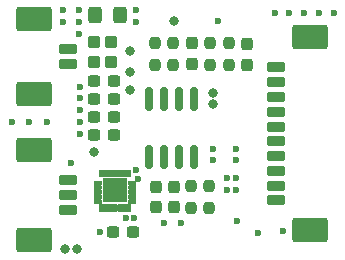
<source format=gbr>
%TF.GenerationSoftware,KiCad,Pcbnew,8.0.1*%
%TF.CreationDate,2024-05-05T22:16:20+02:00*%
%TF.ProjectId,pro_micro,70726f5f-6d69-4637-926f-2e6b69636164,rev?*%
%TF.SameCoordinates,Original*%
%TF.FileFunction,Soldermask,Top*%
%TF.FilePolarity,Negative*%
%FSLAX46Y46*%
G04 Gerber Fmt 4.6, Leading zero omitted, Abs format (unit mm)*
G04 Created by KiCad (PCBNEW 8.0.1) date 2024-05-05 22:16:20*
%MOMM*%
%LPD*%
G01*
G04 APERTURE LIST*
G04 Aperture macros list*
%AMRoundRect*
0 Rectangle with rounded corners*
0 $1 Rounding radius*
0 $2 $3 $4 $5 $6 $7 $8 $9 X,Y pos of 4 corners*
0 Add a 4 corners polygon primitive as box body*
4,1,4,$2,$3,$4,$5,$6,$7,$8,$9,$2,$3,0*
0 Add four circle primitives for the rounded corners*
1,1,$1+$1,$2,$3*
1,1,$1+$1,$4,$5*
1,1,$1+$1,$6,$7*
1,1,$1+$1,$8,$9*
0 Add four rect primitives between the rounded corners*
20,1,$1+$1,$2,$3,$4,$5,0*
20,1,$1+$1,$4,$5,$6,$7,0*
20,1,$1+$1,$6,$7,$8,$9,0*
20,1,$1+$1,$8,$9,$2,$3,0*%
G04 Aperture macros list end*
%ADD10C,0.010000*%
%ADD11RoundRect,0.237500X0.300000X0.237500X-0.300000X0.237500X-0.300000X-0.237500X0.300000X-0.237500X0*%
%ADD12RoundRect,0.250000X-0.325000X-0.450000X0.325000X-0.450000X0.325000X0.450000X-0.325000X0.450000X0*%
%ADD13RoundRect,0.237500X-0.237500X0.250000X-0.237500X-0.250000X0.237500X-0.250000X0.237500X0.250000X0*%
%ADD14RoundRect,0.150000X0.150000X-0.825000X0.150000X0.825000X-0.150000X0.825000X-0.150000X-0.825000X0*%
%ADD15RoundRect,0.250000X0.287500X0.275000X-0.287500X0.275000X-0.287500X-0.275000X0.287500X-0.275000X0*%
%ADD16RoundRect,0.237500X-0.237500X0.287500X-0.237500X-0.287500X0.237500X-0.287500X0.237500X0.287500X0*%
%ADD17RoundRect,0.237500X0.237500X-0.250000X0.237500X0.250000X-0.237500X0.250000X-0.237500X-0.250000X0*%
%ADD18RoundRect,0.237500X0.237500X-0.300000X0.237500X0.300000X-0.237500X0.300000X-0.237500X-0.300000X0*%
%ADD19RoundRect,0.102000X-0.950000X0.950000X-0.950000X-0.950000X0.950000X-0.950000X0.950000X0.950000X0*%
%ADD20RoundRect,0.237500X0.237500X-0.287500X0.237500X0.287500X-0.237500X0.287500X-0.237500X-0.287500X0*%
%ADD21RoundRect,0.200000X-0.600000X0.200000X-0.600000X-0.200000X0.600000X-0.200000X0.600000X0.200000X0*%
%ADD22RoundRect,0.250001X-1.249999X0.799999X-1.249999X-0.799999X1.249999X-0.799999X1.249999X0.799999X0*%
%ADD23RoundRect,0.237500X-0.300000X-0.237500X0.300000X-0.237500X0.300000X0.237500X-0.300000X0.237500X0*%
%ADD24RoundRect,0.200000X0.600000X-0.200000X0.600000X0.200000X-0.600000X0.200000X-0.600000X-0.200000X0*%
%ADD25RoundRect,0.250001X1.249999X-0.799999X1.249999X0.799999X-1.249999X0.799999X-1.249999X-0.799999X0*%
%ADD26C,0.800000*%
%ADD27C,0.600000*%
G04 APERTURE END LIST*
D10*
%TO.C,U1*%
X-6022000Y-4446000D02*
X-6020000Y-4446000D01*
X-6017000Y-4447000D01*
X-6015000Y-4447000D01*
X-6012000Y-4448000D01*
X-6010000Y-4449000D01*
X-6007000Y-4450000D01*
X-6005000Y-4452000D01*
X-6003000Y-4453000D01*
X-6001000Y-4455000D01*
X-5999000Y-4456000D01*
X-5997000Y-4458000D01*
X-5995000Y-4460000D01*
X-5993000Y-4462000D01*
X-5991000Y-4464000D01*
X-5990000Y-4466000D01*
X-5988000Y-4468000D01*
X-5987000Y-4470000D01*
X-5985000Y-4472000D01*
X-5984000Y-4475000D01*
X-5983000Y-4477000D01*
X-5982000Y-4480000D01*
X-5982000Y-4482000D01*
X-5981000Y-4485000D01*
X-5981000Y-4487000D01*
X-5980000Y-4490000D01*
X-5980000Y-4492000D01*
X-5980000Y-4495000D01*
X-5980000Y-4695000D01*
X-5980000Y-4698000D01*
X-5980000Y-4700000D01*
X-5981000Y-4703000D01*
X-5981000Y-4705000D01*
X-5982000Y-4708000D01*
X-5982000Y-4710000D01*
X-5983000Y-4713000D01*
X-5984000Y-4715000D01*
X-5985000Y-4718000D01*
X-5987000Y-4720000D01*
X-5988000Y-4722000D01*
X-5990000Y-4724000D01*
X-5991000Y-4726000D01*
X-5993000Y-4728000D01*
X-5995000Y-4730000D01*
X-5997000Y-4732000D01*
X-5999000Y-4734000D01*
X-6001000Y-4735000D01*
X-6003000Y-4737000D01*
X-6005000Y-4738000D01*
X-6007000Y-4740000D01*
X-6010000Y-4741000D01*
X-6012000Y-4742000D01*
X-6015000Y-4743000D01*
X-6017000Y-4743000D01*
X-6020000Y-4744000D01*
X-6022000Y-4744000D01*
X-6025000Y-4745000D01*
X-6027000Y-4745000D01*
X-6030000Y-4745000D01*
X-6500000Y-4745000D01*
X-6503000Y-4745000D01*
X-6505000Y-4745000D01*
X-6508000Y-4744000D01*
X-6510000Y-4744000D01*
X-6513000Y-4743000D01*
X-6515000Y-4743000D01*
X-6518000Y-4742000D01*
X-6520000Y-4741000D01*
X-6523000Y-4740000D01*
X-6525000Y-4738000D01*
X-6527000Y-4737000D01*
X-6529000Y-4735000D01*
X-6531000Y-4734000D01*
X-6533000Y-4732000D01*
X-6535000Y-4730000D01*
X-6537000Y-4728000D01*
X-6539000Y-4726000D01*
X-6540000Y-4724000D01*
X-6542000Y-4722000D01*
X-6543000Y-4720000D01*
X-6545000Y-4718000D01*
X-6546000Y-4715000D01*
X-6547000Y-4713000D01*
X-6548000Y-4710000D01*
X-6548000Y-4708000D01*
X-6549000Y-4705000D01*
X-6549000Y-4703000D01*
X-6550000Y-4700000D01*
X-6550000Y-4698000D01*
X-6550000Y-4695000D01*
X-6550000Y-4495000D01*
X-6550000Y-4492000D01*
X-6550000Y-4490000D01*
X-6549000Y-4487000D01*
X-6549000Y-4485000D01*
X-6548000Y-4482000D01*
X-6548000Y-4480000D01*
X-6547000Y-4477000D01*
X-6546000Y-4475000D01*
X-6545000Y-4472000D01*
X-6543000Y-4470000D01*
X-6542000Y-4468000D01*
X-6540000Y-4466000D01*
X-6539000Y-4464000D01*
X-6537000Y-4462000D01*
X-6535000Y-4460000D01*
X-6533000Y-4458000D01*
X-6531000Y-4456000D01*
X-6529000Y-4455000D01*
X-6527000Y-4453000D01*
X-6525000Y-4452000D01*
X-6523000Y-4450000D01*
X-6520000Y-4449000D01*
X-6518000Y-4448000D01*
X-6515000Y-4447000D01*
X-6513000Y-4447000D01*
X-6510000Y-4446000D01*
X-6508000Y-4446000D01*
X-6505000Y-4445000D01*
X-6503000Y-4445000D01*
X-6500000Y-4445000D01*
X-6030000Y-4445000D01*
X-6027000Y-4445000D01*
X-6025000Y-4445000D01*
X-6022000Y-4446000D01*
G36*
X-6022000Y-4446000D02*
G01*
X-6020000Y-4446000D01*
X-6017000Y-4447000D01*
X-6015000Y-4447000D01*
X-6012000Y-4448000D01*
X-6010000Y-4449000D01*
X-6007000Y-4450000D01*
X-6005000Y-4452000D01*
X-6003000Y-4453000D01*
X-6001000Y-4455000D01*
X-5999000Y-4456000D01*
X-5997000Y-4458000D01*
X-5995000Y-4460000D01*
X-5993000Y-4462000D01*
X-5991000Y-4464000D01*
X-5990000Y-4466000D01*
X-5988000Y-4468000D01*
X-5987000Y-4470000D01*
X-5985000Y-4472000D01*
X-5984000Y-4475000D01*
X-5983000Y-4477000D01*
X-5982000Y-4480000D01*
X-5982000Y-4482000D01*
X-5981000Y-4485000D01*
X-5981000Y-4487000D01*
X-5980000Y-4490000D01*
X-5980000Y-4492000D01*
X-5980000Y-4495000D01*
X-5980000Y-4695000D01*
X-5980000Y-4698000D01*
X-5980000Y-4700000D01*
X-5981000Y-4703000D01*
X-5981000Y-4705000D01*
X-5982000Y-4708000D01*
X-5982000Y-4710000D01*
X-5983000Y-4713000D01*
X-5984000Y-4715000D01*
X-5985000Y-4718000D01*
X-5987000Y-4720000D01*
X-5988000Y-4722000D01*
X-5990000Y-4724000D01*
X-5991000Y-4726000D01*
X-5993000Y-4728000D01*
X-5995000Y-4730000D01*
X-5997000Y-4732000D01*
X-5999000Y-4734000D01*
X-6001000Y-4735000D01*
X-6003000Y-4737000D01*
X-6005000Y-4738000D01*
X-6007000Y-4740000D01*
X-6010000Y-4741000D01*
X-6012000Y-4742000D01*
X-6015000Y-4743000D01*
X-6017000Y-4743000D01*
X-6020000Y-4744000D01*
X-6022000Y-4744000D01*
X-6025000Y-4745000D01*
X-6027000Y-4745000D01*
X-6030000Y-4745000D01*
X-6500000Y-4745000D01*
X-6503000Y-4745000D01*
X-6505000Y-4745000D01*
X-6508000Y-4744000D01*
X-6510000Y-4744000D01*
X-6513000Y-4743000D01*
X-6515000Y-4743000D01*
X-6518000Y-4742000D01*
X-6520000Y-4741000D01*
X-6523000Y-4740000D01*
X-6525000Y-4738000D01*
X-6527000Y-4737000D01*
X-6529000Y-4735000D01*
X-6531000Y-4734000D01*
X-6533000Y-4732000D01*
X-6535000Y-4730000D01*
X-6537000Y-4728000D01*
X-6539000Y-4726000D01*
X-6540000Y-4724000D01*
X-6542000Y-4722000D01*
X-6543000Y-4720000D01*
X-6545000Y-4718000D01*
X-6546000Y-4715000D01*
X-6547000Y-4713000D01*
X-6548000Y-4710000D01*
X-6548000Y-4708000D01*
X-6549000Y-4705000D01*
X-6549000Y-4703000D01*
X-6550000Y-4700000D01*
X-6550000Y-4698000D01*
X-6550000Y-4695000D01*
X-6550000Y-4495000D01*
X-6550000Y-4492000D01*
X-6550000Y-4490000D01*
X-6549000Y-4487000D01*
X-6549000Y-4485000D01*
X-6548000Y-4482000D01*
X-6548000Y-4480000D01*
X-6547000Y-4477000D01*
X-6546000Y-4475000D01*
X-6545000Y-4472000D01*
X-6543000Y-4470000D01*
X-6542000Y-4468000D01*
X-6540000Y-4466000D01*
X-6539000Y-4464000D01*
X-6537000Y-4462000D01*
X-6535000Y-4460000D01*
X-6533000Y-4458000D01*
X-6531000Y-4456000D01*
X-6529000Y-4455000D01*
X-6527000Y-4453000D01*
X-6525000Y-4452000D01*
X-6523000Y-4450000D01*
X-6520000Y-4449000D01*
X-6518000Y-4448000D01*
X-6515000Y-4447000D01*
X-6513000Y-4447000D01*
X-6510000Y-4446000D01*
X-6508000Y-4446000D01*
X-6505000Y-4445000D01*
X-6503000Y-4445000D01*
X-6500000Y-4445000D01*
X-6030000Y-4445000D01*
X-6027000Y-4445000D01*
X-6025000Y-4445000D01*
X-6022000Y-4446000D01*
G37*
X-6022000Y-4846000D02*
X-6020000Y-4846000D01*
X-6017000Y-4847000D01*
X-6015000Y-4847000D01*
X-6012000Y-4848000D01*
X-6010000Y-4849000D01*
X-6007000Y-4850000D01*
X-6005000Y-4852000D01*
X-6003000Y-4853000D01*
X-6001000Y-4855000D01*
X-5999000Y-4856000D01*
X-5997000Y-4858000D01*
X-5995000Y-4860000D01*
X-5993000Y-4862000D01*
X-5991000Y-4864000D01*
X-5990000Y-4866000D01*
X-5988000Y-4868000D01*
X-5987000Y-4870000D01*
X-5985000Y-4872000D01*
X-5984000Y-4875000D01*
X-5983000Y-4877000D01*
X-5982000Y-4880000D01*
X-5982000Y-4882000D01*
X-5981000Y-4885000D01*
X-5981000Y-4887000D01*
X-5980000Y-4890000D01*
X-5980000Y-4892000D01*
X-5980000Y-4895000D01*
X-5980000Y-5095000D01*
X-5980000Y-5098000D01*
X-5980000Y-5100000D01*
X-5981000Y-5103000D01*
X-5981000Y-5105000D01*
X-5982000Y-5108000D01*
X-5982000Y-5110000D01*
X-5983000Y-5113000D01*
X-5984000Y-5115000D01*
X-5985000Y-5118000D01*
X-5987000Y-5120000D01*
X-5988000Y-5122000D01*
X-5990000Y-5124000D01*
X-5991000Y-5126000D01*
X-5993000Y-5128000D01*
X-5995000Y-5130000D01*
X-5997000Y-5132000D01*
X-5999000Y-5134000D01*
X-6001000Y-5135000D01*
X-6003000Y-5137000D01*
X-6005000Y-5138000D01*
X-6007000Y-5140000D01*
X-6010000Y-5141000D01*
X-6012000Y-5142000D01*
X-6015000Y-5143000D01*
X-6017000Y-5143000D01*
X-6020000Y-5144000D01*
X-6022000Y-5144000D01*
X-6025000Y-5145000D01*
X-6027000Y-5145000D01*
X-6030000Y-5145000D01*
X-6500000Y-5145000D01*
X-6503000Y-5145000D01*
X-6505000Y-5145000D01*
X-6508000Y-5144000D01*
X-6510000Y-5144000D01*
X-6513000Y-5143000D01*
X-6515000Y-5143000D01*
X-6518000Y-5142000D01*
X-6520000Y-5141000D01*
X-6523000Y-5140000D01*
X-6525000Y-5138000D01*
X-6527000Y-5137000D01*
X-6529000Y-5135000D01*
X-6531000Y-5134000D01*
X-6533000Y-5132000D01*
X-6535000Y-5130000D01*
X-6537000Y-5128000D01*
X-6539000Y-5126000D01*
X-6540000Y-5124000D01*
X-6542000Y-5122000D01*
X-6543000Y-5120000D01*
X-6545000Y-5118000D01*
X-6546000Y-5115000D01*
X-6547000Y-5113000D01*
X-6548000Y-5110000D01*
X-6548000Y-5108000D01*
X-6549000Y-5105000D01*
X-6549000Y-5103000D01*
X-6550000Y-5100000D01*
X-6550000Y-5098000D01*
X-6550000Y-5095000D01*
X-6550000Y-4895000D01*
X-6550000Y-4892000D01*
X-6550000Y-4890000D01*
X-6549000Y-4887000D01*
X-6549000Y-4885000D01*
X-6548000Y-4882000D01*
X-6548000Y-4880000D01*
X-6547000Y-4877000D01*
X-6546000Y-4875000D01*
X-6545000Y-4872000D01*
X-6543000Y-4870000D01*
X-6542000Y-4868000D01*
X-6540000Y-4866000D01*
X-6539000Y-4864000D01*
X-6537000Y-4862000D01*
X-6535000Y-4860000D01*
X-6533000Y-4858000D01*
X-6531000Y-4856000D01*
X-6529000Y-4855000D01*
X-6527000Y-4853000D01*
X-6525000Y-4852000D01*
X-6523000Y-4850000D01*
X-6520000Y-4849000D01*
X-6518000Y-4848000D01*
X-6515000Y-4847000D01*
X-6513000Y-4847000D01*
X-6510000Y-4846000D01*
X-6508000Y-4846000D01*
X-6505000Y-4845000D01*
X-6503000Y-4845000D01*
X-6500000Y-4845000D01*
X-6030000Y-4845000D01*
X-6027000Y-4845000D01*
X-6025000Y-4845000D01*
X-6022000Y-4846000D01*
G36*
X-6022000Y-4846000D02*
G01*
X-6020000Y-4846000D01*
X-6017000Y-4847000D01*
X-6015000Y-4847000D01*
X-6012000Y-4848000D01*
X-6010000Y-4849000D01*
X-6007000Y-4850000D01*
X-6005000Y-4852000D01*
X-6003000Y-4853000D01*
X-6001000Y-4855000D01*
X-5999000Y-4856000D01*
X-5997000Y-4858000D01*
X-5995000Y-4860000D01*
X-5993000Y-4862000D01*
X-5991000Y-4864000D01*
X-5990000Y-4866000D01*
X-5988000Y-4868000D01*
X-5987000Y-4870000D01*
X-5985000Y-4872000D01*
X-5984000Y-4875000D01*
X-5983000Y-4877000D01*
X-5982000Y-4880000D01*
X-5982000Y-4882000D01*
X-5981000Y-4885000D01*
X-5981000Y-4887000D01*
X-5980000Y-4890000D01*
X-5980000Y-4892000D01*
X-5980000Y-4895000D01*
X-5980000Y-5095000D01*
X-5980000Y-5098000D01*
X-5980000Y-5100000D01*
X-5981000Y-5103000D01*
X-5981000Y-5105000D01*
X-5982000Y-5108000D01*
X-5982000Y-5110000D01*
X-5983000Y-5113000D01*
X-5984000Y-5115000D01*
X-5985000Y-5118000D01*
X-5987000Y-5120000D01*
X-5988000Y-5122000D01*
X-5990000Y-5124000D01*
X-5991000Y-5126000D01*
X-5993000Y-5128000D01*
X-5995000Y-5130000D01*
X-5997000Y-5132000D01*
X-5999000Y-5134000D01*
X-6001000Y-5135000D01*
X-6003000Y-5137000D01*
X-6005000Y-5138000D01*
X-6007000Y-5140000D01*
X-6010000Y-5141000D01*
X-6012000Y-5142000D01*
X-6015000Y-5143000D01*
X-6017000Y-5143000D01*
X-6020000Y-5144000D01*
X-6022000Y-5144000D01*
X-6025000Y-5145000D01*
X-6027000Y-5145000D01*
X-6030000Y-5145000D01*
X-6500000Y-5145000D01*
X-6503000Y-5145000D01*
X-6505000Y-5145000D01*
X-6508000Y-5144000D01*
X-6510000Y-5144000D01*
X-6513000Y-5143000D01*
X-6515000Y-5143000D01*
X-6518000Y-5142000D01*
X-6520000Y-5141000D01*
X-6523000Y-5140000D01*
X-6525000Y-5138000D01*
X-6527000Y-5137000D01*
X-6529000Y-5135000D01*
X-6531000Y-5134000D01*
X-6533000Y-5132000D01*
X-6535000Y-5130000D01*
X-6537000Y-5128000D01*
X-6539000Y-5126000D01*
X-6540000Y-5124000D01*
X-6542000Y-5122000D01*
X-6543000Y-5120000D01*
X-6545000Y-5118000D01*
X-6546000Y-5115000D01*
X-6547000Y-5113000D01*
X-6548000Y-5110000D01*
X-6548000Y-5108000D01*
X-6549000Y-5105000D01*
X-6549000Y-5103000D01*
X-6550000Y-5100000D01*
X-6550000Y-5098000D01*
X-6550000Y-5095000D01*
X-6550000Y-4895000D01*
X-6550000Y-4892000D01*
X-6550000Y-4890000D01*
X-6549000Y-4887000D01*
X-6549000Y-4885000D01*
X-6548000Y-4882000D01*
X-6548000Y-4880000D01*
X-6547000Y-4877000D01*
X-6546000Y-4875000D01*
X-6545000Y-4872000D01*
X-6543000Y-4870000D01*
X-6542000Y-4868000D01*
X-6540000Y-4866000D01*
X-6539000Y-4864000D01*
X-6537000Y-4862000D01*
X-6535000Y-4860000D01*
X-6533000Y-4858000D01*
X-6531000Y-4856000D01*
X-6529000Y-4855000D01*
X-6527000Y-4853000D01*
X-6525000Y-4852000D01*
X-6523000Y-4850000D01*
X-6520000Y-4849000D01*
X-6518000Y-4848000D01*
X-6515000Y-4847000D01*
X-6513000Y-4847000D01*
X-6510000Y-4846000D01*
X-6508000Y-4846000D01*
X-6505000Y-4845000D01*
X-6503000Y-4845000D01*
X-6500000Y-4845000D01*
X-6030000Y-4845000D01*
X-6027000Y-4845000D01*
X-6025000Y-4845000D01*
X-6022000Y-4846000D01*
G37*
X-6022000Y-5246000D02*
X-6020000Y-5246000D01*
X-6017000Y-5247000D01*
X-6015000Y-5247000D01*
X-6012000Y-5248000D01*
X-6010000Y-5249000D01*
X-6007000Y-5250000D01*
X-6005000Y-5252000D01*
X-6003000Y-5253000D01*
X-6001000Y-5255000D01*
X-5999000Y-5256000D01*
X-5997000Y-5258000D01*
X-5995000Y-5260000D01*
X-5993000Y-5262000D01*
X-5991000Y-5264000D01*
X-5990000Y-5266000D01*
X-5988000Y-5268000D01*
X-5987000Y-5270000D01*
X-5985000Y-5272000D01*
X-5984000Y-5275000D01*
X-5983000Y-5277000D01*
X-5982000Y-5280000D01*
X-5982000Y-5282000D01*
X-5981000Y-5285000D01*
X-5981000Y-5287000D01*
X-5980000Y-5290000D01*
X-5980000Y-5292000D01*
X-5980000Y-5295000D01*
X-5980000Y-5495000D01*
X-5980000Y-5498000D01*
X-5980000Y-5500000D01*
X-5981000Y-5503000D01*
X-5981000Y-5505000D01*
X-5982000Y-5508000D01*
X-5982000Y-5510000D01*
X-5983000Y-5513000D01*
X-5984000Y-5515000D01*
X-5985000Y-5518000D01*
X-5987000Y-5520000D01*
X-5988000Y-5522000D01*
X-5990000Y-5524000D01*
X-5991000Y-5526000D01*
X-5993000Y-5528000D01*
X-5995000Y-5530000D01*
X-5997000Y-5532000D01*
X-5999000Y-5534000D01*
X-6001000Y-5535000D01*
X-6003000Y-5537000D01*
X-6005000Y-5538000D01*
X-6007000Y-5540000D01*
X-6010000Y-5541000D01*
X-6012000Y-5542000D01*
X-6015000Y-5543000D01*
X-6017000Y-5543000D01*
X-6020000Y-5544000D01*
X-6022000Y-5544000D01*
X-6025000Y-5545000D01*
X-6027000Y-5545000D01*
X-6030000Y-5545000D01*
X-6500000Y-5545000D01*
X-6503000Y-5545000D01*
X-6505000Y-5545000D01*
X-6508000Y-5544000D01*
X-6510000Y-5544000D01*
X-6513000Y-5543000D01*
X-6515000Y-5543000D01*
X-6518000Y-5542000D01*
X-6520000Y-5541000D01*
X-6523000Y-5540000D01*
X-6525000Y-5538000D01*
X-6527000Y-5537000D01*
X-6529000Y-5535000D01*
X-6531000Y-5534000D01*
X-6533000Y-5532000D01*
X-6535000Y-5530000D01*
X-6537000Y-5528000D01*
X-6539000Y-5526000D01*
X-6540000Y-5524000D01*
X-6542000Y-5522000D01*
X-6543000Y-5520000D01*
X-6545000Y-5518000D01*
X-6546000Y-5515000D01*
X-6547000Y-5513000D01*
X-6548000Y-5510000D01*
X-6548000Y-5508000D01*
X-6549000Y-5505000D01*
X-6549000Y-5503000D01*
X-6550000Y-5500000D01*
X-6550000Y-5498000D01*
X-6550000Y-5495000D01*
X-6550000Y-5295000D01*
X-6550000Y-5292000D01*
X-6550000Y-5290000D01*
X-6549000Y-5287000D01*
X-6549000Y-5285000D01*
X-6548000Y-5282000D01*
X-6548000Y-5280000D01*
X-6547000Y-5277000D01*
X-6546000Y-5275000D01*
X-6545000Y-5272000D01*
X-6543000Y-5270000D01*
X-6542000Y-5268000D01*
X-6540000Y-5266000D01*
X-6539000Y-5264000D01*
X-6537000Y-5262000D01*
X-6535000Y-5260000D01*
X-6533000Y-5258000D01*
X-6531000Y-5256000D01*
X-6529000Y-5255000D01*
X-6527000Y-5253000D01*
X-6525000Y-5252000D01*
X-6523000Y-5250000D01*
X-6520000Y-5249000D01*
X-6518000Y-5248000D01*
X-6515000Y-5247000D01*
X-6513000Y-5247000D01*
X-6510000Y-5246000D01*
X-6508000Y-5246000D01*
X-6505000Y-5245000D01*
X-6503000Y-5245000D01*
X-6500000Y-5245000D01*
X-6030000Y-5245000D01*
X-6027000Y-5245000D01*
X-6025000Y-5245000D01*
X-6022000Y-5246000D01*
G36*
X-6022000Y-5246000D02*
G01*
X-6020000Y-5246000D01*
X-6017000Y-5247000D01*
X-6015000Y-5247000D01*
X-6012000Y-5248000D01*
X-6010000Y-5249000D01*
X-6007000Y-5250000D01*
X-6005000Y-5252000D01*
X-6003000Y-5253000D01*
X-6001000Y-5255000D01*
X-5999000Y-5256000D01*
X-5997000Y-5258000D01*
X-5995000Y-5260000D01*
X-5993000Y-5262000D01*
X-5991000Y-5264000D01*
X-5990000Y-5266000D01*
X-5988000Y-5268000D01*
X-5987000Y-5270000D01*
X-5985000Y-5272000D01*
X-5984000Y-5275000D01*
X-5983000Y-5277000D01*
X-5982000Y-5280000D01*
X-5982000Y-5282000D01*
X-5981000Y-5285000D01*
X-5981000Y-5287000D01*
X-5980000Y-5290000D01*
X-5980000Y-5292000D01*
X-5980000Y-5295000D01*
X-5980000Y-5495000D01*
X-5980000Y-5498000D01*
X-5980000Y-5500000D01*
X-5981000Y-5503000D01*
X-5981000Y-5505000D01*
X-5982000Y-5508000D01*
X-5982000Y-5510000D01*
X-5983000Y-5513000D01*
X-5984000Y-5515000D01*
X-5985000Y-5518000D01*
X-5987000Y-5520000D01*
X-5988000Y-5522000D01*
X-5990000Y-5524000D01*
X-5991000Y-5526000D01*
X-5993000Y-5528000D01*
X-5995000Y-5530000D01*
X-5997000Y-5532000D01*
X-5999000Y-5534000D01*
X-6001000Y-5535000D01*
X-6003000Y-5537000D01*
X-6005000Y-5538000D01*
X-6007000Y-5540000D01*
X-6010000Y-5541000D01*
X-6012000Y-5542000D01*
X-6015000Y-5543000D01*
X-6017000Y-5543000D01*
X-6020000Y-5544000D01*
X-6022000Y-5544000D01*
X-6025000Y-5545000D01*
X-6027000Y-5545000D01*
X-6030000Y-5545000D01*
X-6500000Y-5545000D01*
X-6503000Y-5545000D01*
X-6505000Y-5545000D01*
X-6508000Y-5544000D01*
X-6510000Y-5544000D01*
X-6513000Y-5543000D01*
X-6515000Y-5543000D01*
X-6518000Y-5542000D01*
X-6520000Y-5541000D01*
X-6523000Y-5540000D01*
X-6525000Y-5538000D01*
X-6527000Y-5537000D01*
X-6529000Y-5535000D01*
X-6531000Y-5534000D01*
X-6533000Y-5532000D01*
X-6535000Y-5530000D01*
X-6537000Y-5528000D01*
X-6539000Y-5526000D01*
X-6540000Y-5524000D01*
X-6542000Y-5522000D01*
X-6543000Y-5520000D01*
X-6545000Y-5518000D01*
X-6546000Y-5515000D01*
X-6547000Y-5513000D01*
X-6548000Y-5510000D01*
X-6548000Y-5508000D01*
X-6549000Y-5505000D01*
X-6549000Y-5503000D01*
X-6550000Y-5500000D01*
X-6550000Y-5498000D01*
X-6550000Y-5495000D01*
X-6550000Y-5295000D01*
X-6550000Y-5292000D01*
X-6550000Y-5290000D01*
X-6549000Y-5287000D01*
X-6549000Y-5285000D01*
X-6548000Y-5282000D01*
X-6548000Y-5280000D01*
X-6547000Y-5277000D01*
X-6546000Y-5275000D01*
X-6545000Y-5272000D01*
X-6543000Y-5270000D01*
X-6542000Y-5268000D01*
X-6540000Y-5266000D01*
X-6539000Y-5264000D01*
X-6537000Y-5262000D01*
X-6535000Y-5260000D01*
X-6533000Y-5258000D01*
X-6531000Y-5256000D01*
X-6529000Y-5255000D01*
X-6527000Y-5253000D01*
X-6525000Y-5252000D01*
X-6523000Y-5250000D01*
X-6520000Y-5249000D01*
X-6518000Y-5248000D01*
X-6515000Y-5247000D01*
X-6513000Y-5247000D01*
X-6510000Y-5246000D01*
X-6508000Y-5246000D01*
X-6505000Y-5245000D01*
X-6503000Y-5245000D01*
X-6500000Y-5245000D01*
X-6030000Y-5245000D01*
X-6027000Y-5245000D01*
X-6025000Y-5245000D01*
X-6022000Y-5246000D01*
G37*
X-6022000Y-5646000D02*
X-6020000Y-5646000D01*
X-6017000Y-5647000D01*
X-6015000Y-5647000D01*
X-6012000Y-5648000D01*
X-6010000Y-5649000D01*
X-6007000Y-5650000D01*
X-6005000Y-5652000D01*
X-6003000Y-5653000D01*
X-6001000Y-5655000D01*
X-5999000Y-5656000D01*
X-5997000Y-5658000D01*
X-5995000Y-5660000D01*
X-5993000Y-5662000D01*
X-5991000Y-5664000D01*
X-5990000Y-5666000D01*
X-5988000Y-5668000D01*
X-5987000Y-5670000D01*
X-5985000Y-5672000D01*
X-5984000Y-5675000D01*
X-5983000Y-5677000D01*
X-5982000Y-5680000D01*
X-5982000Y-5682000D01*
X-5981000Y-5685000D01*
X-5981000Y-5687000D01*
X-5980000Y-5690000D01*
X-5980000Y-5692000D01*
X-5980000Y-5695000D01*
X-5980000Y-5895000D01*
X-5980000Y-5898000D01*
X-5980000Y-5900000D01*
X-5981000Y-5903000D01*
X-5981000Y-5905000D01*
X-5982000Y-5908000D01*
X-5982000Y-5910000D01*
X-5983000Y-5913000D01*
X-5984000Y-5915000D01*
X-5985000Y-5918000D01*
X-5987000Y-5920000D01*
X-5988000Y-5922000D01*
X-5990000Y-5924000D01*
X-5991000Y-5926000D01*
X-5993000Y-5928000D01*
X-5995000Y-5930000D01*
X-5997000Y-5932000D01*
X-5999000Y-5934000D01*
X-6001000Y-5935000D01*
X-6003000Y-5937000D01*
X-6005000Y-5938000D01*
X-6007000Y-5940000D01*
X-6010000Y-5941000D01*
X-6012000Y-5942000D01*
X-6015000Y-5943000D01*
X-6017000Y-5943000D01*
X-6020000Y-5944000D01*
X-6022000Y-5944000D01*
X-6025000Y-5945000D01*
X-6027000Y-5945000D01*
X-6030000Y-5945000D01*
X-6500000Y-5945000D01*
X-6503000Y-5945000D01*
X-6505000Y-5945000D01*
X-6508000Y-5944000D01*
X-6510000Y-5944000D01*
X-6513000Y-5943000D01*
X-6515000Y-5943000D01*
X-6518000Y-5942000D01*
X-6520000Y-5941000D01*
X-6523000Y-5940000D01*
X-6525000Y-5938000D01*
X-6527000Y-5937000D01*
X-6529000Y-5935000D01*
X-6531000Y-5934000D01*
X-6533000Y-5932000D01*
X-6535000Y-5930000D01*
X-6537000Y-5928000D01*
X-6539000Y-5926000D01*
X-6540000Y-5924000D01*
X-6542000Y-5922000D01*
X-6543000Y-5920000D01*
X-6545000Y-5918000D01*
X-6546000Y-5915000D01*
X-6547000Y-5913000D01*
X-6548000Y-5910000D01*
X-6548000Y-5908000D01*
X-6549000Y-5905000D01*
X-6549000Y-5903000D01*
X-6550000Y-5900000D01*
X-6550000Y-5898000D01*
X-6550000Y-5895000D01*
X-6550000Y-5695000D01*
X-6550000Y-5692000D01*
X-6550000Y-5690000D01*
X-6549000Y-5687000D01*
X-6549000Y-5685000D01*
X-6548000Y-5682000D01*
X-6548000Y-5680000D01*
X-6547000Y-5677000D01*
X-6546000Y-5675000D01*
X-6545000Y-5672000D01*
X-6543000Y-5670000D01*
X-6542000Y-5668000D01*
X-6540000Y-5666000D01*
X-6539000Y-5664000D01*
X-6537000Y-5662000D01*
X-6535000Y-5660000D01*
X-6533000Y-5658000D01*
X-6531000Y-5656000D01*
X-6529000Y-5655000D01*
X-6527000Y-5653000D01*
X-6525000Y-5652000D01*
X-6523000Y-5650000D01*
X-6520000Y-5649000D01*
X-6518000Y-5648000D01*
X-6515000Y-5647000D01*
X-6513000Y-5647000D01*
X-6510000Y-5646000D01*
X-6508000Y-5646000D01*
X-6505000Y-5645000D01*
X-6503000Y-5645000D01*
X-6500000Y-5645000D01*
X-6030000Y-5645000D01*
X-6027000Y-5645000D01*
X-6025000Y-5645000D01*
X-6022000Y-5646000D01*
G36*
X-6022000Y-5646000D02*
G01*
X-6020000Y-5646000D01*
X-6017000Y-5647000D01*
X-6015000Y-5647000D01*
X-6012000Y-5648000D01*
X-6010000Y-5649000D01*
X-6007000Y-5650000D01*
X-6005000Y-5652000D01*
X-6003000Y-5653000D01*
X-6001000Y-5655000D01*
X-5999000Y-5656000D01*
X-5997000Y-5658000D01*
X-5995000Y-5660000D01*
X-5993000Y-5662000D01*
X-5991000Y-5664000D01*
X-5990000Y-5666000D01*
X-5988000Y-5668000D01*
X-5987000Y-5670000D01*
X-5985000Y-5672000D01*
X-5984000Y-5675000D01*
X-5983000Y-5677000D01*
X-5982000Y-5680000D01*
X-5982000Y-5682000D01*
X-5981000Y-5685000D01*
X-5981000Y-5687000D01*
X-5980000Y-5690000D01*
X-5980000Y-5692000D01*
X-5980000Y-5695000D01*
X-5980000Y-5895000D01*
X-5980000Y-5898000D01*
X-5980000Y-5900000D01*
X-5981000Y-5903000D01*
X-5981000Y-5905000D01*
X-5982000Y-5908000D01*
X-5982000Y-5910000D01*
X-5983000Y-5913000D01*
X-5984000Y-5915000D01*
X-5985000Y-5918000D01*
X-5987000Y-5920000D01*
X-5988000Y-5922000D01*
X-5990000Y-5924000D01*
X-5991000Y-5926000D01*
X-5993000Y-5928000D01*
X-5995000Y-5930000D01*
X-5997000Y-5932000D01*
X-5999000Y-5934000D01*
X-6001000Y-5935000D01*
X-6003000Y-5937000D01*
X-6005000Y-5938000D01*
X-6007000Y-5940000D01*
X-6010000Y-5941000D01*
X-6012000Y-5942000D01*
X-6015000Y-5943000D01*
X-6017000Y-5943000D01*
X-6020000Y-5944000D01*
X-6022000Y-5944000D01*
X-6025000Y-5945000D01*
X-6027000Y-5945000D01*
X-6030000Y-5945000D01*
X-6500000Y-5945000D01*
X-6503000Y-5945000D01*
X-6505000Y-5945000D01*
X-6508000Y-5944000D01*
X-6510000Y-5944000D01*
X-6513000Y-5943000D01*
X-6515000Y-5943000D01*
X-6518000Y-5942000D01*
X-6520000Y-5941000D01*
X-6523000Y-5940000D01*
X-6525000Y-5938000D01*
X-6527000Y-5937000D01*
X-6529000Y-5935000D01*
X-6531000Y-5934000D01*
X-6533000Y-5932000D01*
X-6535000Y-5930000D01*
X-6537000Y-5928000D01*
X-6539000Y-5926000D01*
X-6540000Y-5924000D01*
X-6542000Y-5922000D01*
X-6543000Y-5920000D01*
X-6545000Y-5918000D01*
X-6546000Y-5915000D01*
X-6547000Y-5913000D01*
X-6548000Y-5910000D01*
X-6548000Y-5908000D01*
X-6549000Y-5905000D01*
X-6549000Y-5903000D01*
X-6550000Y-5900000D01*
X-6550000Y-5898000D01*
X-6550000Y-5895000D01*
X-6550000Y-5695000D01*
X-6550000Y-5692000D01*
X-6550000Y-5690000D01*
X-6549000Y-5687000D01*
X-6549000Y-5685000D01*
X-6548000Y-5682000D01*
X-6548000Y-5680000D01*
X-6547000Y-5677000D01*
X-6546000Y-5675000D01*
X-6545000Y-5672000D01*
X-6543000Y-5670000D01*
X-6542000Y-5668000D01*
X-6540000Y-5666000D01*
X-6539000Y-5664000D01*
X-6537000Y-5662000D01*
X-6535000Y-5660000D01*
X-6533000Y-5658000D01*
X-6531000Y-5656000D01*
X-6529000Y-5655000D01*
X-6527000Y-5653000D01*
X-6525000Y-5652000D01*
X-6523000Y-5650000D01*
X-6520000Y-5649000D01*
X-6518000Y-5648000D01*
X-6515000Y-5647000D01*
X-6513000Y-5647000D01*
X-6510000Y-5646000D01*
X-6508000Y-5646000D01*
X-6505000Y-5645000D01*
X-6503000Y-5645000D01*
X-6500000Y-5645000D01*
X-6030000Y-5645000D01*
X-6027000Y-5645000D01*
X-6025000Y-5645000D01*
X-6022000Y-5646000D01*
G37*
X-6022000Y-6046000D02*
X-6020000Y-6046000D01*
X-6017000Y-6047000D01*
X-6015000Y-6047000D01*
X-6012000Y-6048000D01*
X-6010000Y-6049000D01*
X-6007000Y-6050000D01*
X-6005000Y-6052000D01*
X-6003000Y-6053000D01*
X-6001000Y-6055000D01*
X-5999000Y-6056000D01*
X-5997000Y-6058000D01*
X-5995000Y-6060000D01*
X-5993000Y-6062000D01*
X-5991000Y-6064000D01*
X-5990000Y-6066000D01*
X-5988000Y-6068000D01*
X-5987000Y-6070000D01*
X-5985000Y-6072000D01*
X-5984000Y-6075000D01*
X-5983000Y-6077000D01*
X-5982000Y-6080000D01*
X-5982000Y-6082000D01*
X-5981000Y-6085000D01*
X-5981000Y-6087000D01*
X-5980000Y-6090000D01*
X-5980000Y-6092000D01*
X-5980000Y-6095000D01*
X-5980000Y-6295000D01*
X-5980000Y-6298000D01*
X-5980000Y-6300000D01*
X-5981000Y-6303000D01*
X-5981000Y-6305000D01*
X-5982000Y-6308000D01*
X-5982000Y-6310000D01*
X-5983000Y-6313000D01*
X-5984000Y-6315000D01*
X-5985000Y-6318000D01*
X-5987000Y-6320000D01*
X-5988000Y-6322000D01*
X-5990000Y-6324000D01*
X-5991000Y-6326000D01*
X-5993000Y-6328000D01*
X-5995000Y-6330000D01*
X-5997000Y-6332000D01*
X-5999000Y-6334000D01*
X-6001000Y-6335000D01*
X-6003000Y-6337000D01*
X-6005000Y-6338000D01*
X-6007000Y-6340000D01*
X-6010000Y-6341000D01*
X-6012000Y-6342000D01*
X-6015000Y-6343000D01*
X-6017000Y-6343000D01*
X-6020000Y-6344000D01*
X-6022000Y-6344000D01*
X-6025000Y-6345000D01*
X-6027000Y-6345000D01*
X-6030000Y-6345000D01*
X-6500000Y-6345000D01*
X-6503000Y-6345000D01*
X-6505000Y-6345000D01*
X-6508000Y-6344000D01*
X-6510000Y-6344000D01*
X-6513000Y-6343000D01*
X-6515000Y-6343000D01*
X-6518000Y-6342000D01*
X-6520000Y-6341000D01*
X-6523000Y-6340000D01*
X-6525000Y-6338000D01*
X-6527000Y-6337000D01*
X-6529000Y-6335000D01*
X-6531000Y-6334000D01*
X-6533000Y-6332000D01*
X-6535000Y-6330000D01*
X-6537000Y-6328000D01*
X-6539000Y-6326000D01*
X-6540000Y-6324000D01*
X-6542000Y-6322000D01*
X-6543000Y-6320000D01*
X-6545000Y-6318000D01*
X-6546000Y-6315000D01*
X-6547000Y-6313000D01*
X-6548000Y-6310000D01*
X-6548000Y-6308000D01*
X-6549000Y-6305000D01*
X-6549000Y-6303000D01*
X-6550000Y-6300000D01*
X-6550000Y-6298000D01*
X-6550000Y-6295000D01*
X-6550000Y-6095000D01*
X-6550000Y-6092000D01*
X-6550000Y-6090000D01*
X-6549000Y-6087000D01*
X-6549000Y-6085000D01*
X-6548000Y-6082000D01*
X-6548000Y-6080000D01*
X-6547000Y-6077000D01*
X-6546000Y-6075000D01*
X-6545000Y-6072000D01*
X-6543000Y-6070000D01*
X-6542000Y-6068000D01*
X-6540000Y-6066000D01*
X-6539000Y-6064000D01*
X-6537000Y-6062000D01*
X-6535000Y-6060000D01*
X-6533000Y-6058000D01*
X-6531000Y-6056000D01*
X-6529000Y-6055000D01*
X-6527000Y-6053000D01*
X-6525000Y-6052000D01*
X-6523000Y-6050000D01*
X-6520000Y-6049000D01*
X-6518000Y-6048000D01*
X-6515000Y-6047000D01*
X-6513000Y-6047000D01*
X-6510000Y-6046000D01*
X-6508000Y-6046000D01*
X-6505000Y-6045000D01*
X-6503000Y-6045000D01*
X-6500000Y-6045000D01*
X-6030000Y-6045000D01*
X-6027000Y-6045000D01*
X-6025000Y-6045000D01*
X-6022000Y-6046000D01*
G36*
X-6022000Y-6046000D02*
G01*
X-6020000Y-6046000D01*
X-6017000Y-6047000D01*
X-6015000Y-6047000D01*
X-6012000Y-6048000D01*
X-6010000Y-6049000D01*
X-6007000Y-6050000D01*
X-6005000Y-6052000D01*
X-6003000Y-6053000D01*
X-6001000Y-6055000D01*
X-5999000Y-6056000D01*
X-5997000Y-6058000D01*
X-5995000Y-6060000D01*
X-5993000Y-6062000D01*
X-5991000Y-6064000D01*
X-5990000Y-6066000D01*
X-5988000Y-6068000D01*
X-5987000Y-6070000D01*
X-5985000Y-6072000D01*
X-5984000Y-6075000D01*
X-5983000Y-6077000D01*
X-5982000Y-6080000D01*
X-5982000Y-6082000D01*
X-5981000Y-6085000D01*
X-5981000Y-6087000D01*
X-5980000Y-6090000D01*
X-5980000Y-6092000D01*
X-5980000Y-6095000D01*
X-5980000Y-6295000D01*
X-5980000Y-6298000D01*
X-5980000Y-6300000D01*
X-5981000Y-6303000D01*
X-5981000Y-6305000D01*
X-5982000Y-6308000D01*
X-5982000Y-6310000D01*
X-5983000Y-6313000D01*
X-5984000Y-6315000D01*
X-5985000Y-6318000D01*
X-5987000Y-6320000D01*
X-5988000Y-6322000D01*
X-5990000Y-6324000D01*
X-5991000Y-6326000D01*
X-5993000Y-6328000D01*
X-5995000Y-6330000D01*
X-5997000Y-6332000D01*
X-5999000Y-6334000D01*
X-6001000Y-6335000D01*
X-6003000Y-6337000D01*
X-6005000Y-6338000D01*
X-6007000Y-6340000D01*
X-6010000Y-6341000D01*
X-6012000Y-6342000D01*
X-6015000Y-6343000D01*
X-6017000Y-6343000D01*
X-6020000Y-6344000D01*
X-6022000Y-6344000D01*
X-6025000Y-6345000D01*
X-6027000Y-6345000D01*
X-6030000Y-6345000D01*
X-6500000Y-6345000D01*
X-6503000Y-6345000D01*
X-6505000Y-6345000D01*
X-6508000Y-6344000D01*
X-6510000Y-6344000D01*
X-6513000Y-6343000D01*
X-6515000Y-6343000D01*
X-6518000Y-6342000D01*
X-6520000Y-6341000D01*
X-6523000Y-6340000D01*
X-6525000Y-6338000D01*
X-6527000Y-6337000D01*
X-6529000Y-6335000D01*
X-6531000Y-6334000D01*
X-6533000Y-6332000D01*
X-6535000Y-6330000D01*
X-6537000Y-6328000D01*
X-6539000Y-6326000D01*
X-6540000Y-6324000D01*
X-6542000Y-6322000D01*
X-6543000Y-6320000D01*
X-6545000Y-6318000D01*
X-6546000Y-6315000D01*
X-6547000Y-6313000D01*
X-6548000Y-6310000D01*
X-6548000Y-6308000D01*
X-6549000Y-6305000D01*
X-6549000Y-6303000D01*
X-6550000Y-6300000D01*
X-6550000Y-6298000D01*
X-6550000Y-6295000D01*
X-6550000Y-6095000D01*
X-6550000Y-6092000D01*
X-6550000Y-6090000D01*
X-6549000Y-6087000D01*
X-6549000Y-6085000D01*
X-6548000Y-6082000D01*
X-6548000Y-6080000D01*
X-6547000Y-6077000D01*
X-6546000Y-6075000D01*
X-6545000Y-6072000D01*
X-6543000Y-6070000D01*
X-6542000Y-6068000D01*
X-6540000Y-6066000D01*
X-6539000Y-6064000D01*
X-6537000Y-6062000D01*
X-6535000Y-6060000D01*
X-6533000Y-6058000D01*
X-6531000Y-6056000D01*
X-6529000Y-6055000D01*
X-6527000Y-6053000D01*
X-6525000Y-6052000D01*
X-6523000Y-6050000D01*
X-6520000Y-6049000D01*
X-6518000Y-6048000D01*
X-6515000Y-6047000D01*
X-6513000Y-6047000D01*
X-6510000Y-6046000D01*
X-6508000Y-6046000D01*
X-6505000Y-6045000D01*
X-6503000Y-6045000D01*
X-6500000Y-6045000D01*
X-6030000Y-6045000D01*
X-6027000Y-6045000D01*
X-6025000Y-6045000D01*
X-6022000Y-6046000D01*
G37*
X-5892000Y-3516000D02*
X-5890000Y-3516000D01*
X-5887000Y-3517000D01*
X-5885000Y-3517000D01*
X-5882000Y-3518000D01*
X-5880000Y-3519000D01*
X-5877000Y-3520000D01*
X-5875000Y-3522000D01*
X-5873000Y-3523000D01*
X-5871000Y-3525000D01*
X-5869000Y-3526000D01*
X-5867000Y-3528000D01*
X-5865000Y-3530000D01*
X-5863000Y-3532000D01*
X-5861000Y-3534000D01*
X-5860000Y-3536000D01*
X-5858000Y-3538000D01*
X-5857000Y-3540000D01*
X-5855000Y-3542000D01*
X-5854000Y-3545000D01*
X-5853000Y-3547000D01*
X-5852000Y-3550000D01*
X-5852000Y-3552000D01*
X-5851000Y-3555000D01*
X-5851000Y-3557000D01*
X-5850000Y-3560000D01*
X-5850000Y-3562000D01*
X-5850000Y-3565000D01*
X-5850000Y-4035000D01*
X-5850000Y-4038000D01*
X-5850000Y-4040000D01*
X-5851000Y-4043000D01*
X-5851000Y-4045000D01*
X-5852000Y-4048000D01*
X-5852000Y-4050000D01*
X-5853000Y-4053000D01*
X-5854000Y-4055000D01*
X-5855000Y-4058000D01*
X-5857000Y-4060000D01*
X-5858000Y-4062000D01*
X-5860000Y-4064000D01*
X-5861000Y-4066000D01*
X-5863000Y-4068000D01*
X-5865000Y-4070000D01*
X-5867000Y-4072000D01*
X-5869000Y-4074000D01*
X-5871000Y-4075000D01*
X-5873000Y-4077000D01*
X-5875000Y-4078000D01*
X-5877000Y-4080000D01*
X-5880000Y-4081000D01*
X-5882000Y-4082000D01*
X-5885000Y-4083000D01*
X-5887000Y-4083000D01*
X-5890000Y-4084000D01*
X-5892000Y-4084000D01*
X-5895000Y-4085000D01*
X-5897000Y-4085000D01*
X-5900000Y-4085000D01*
X-6100000Y-4085000D01*
X-6103000Y-4085000D01*
X-6105000Y-4085000D01*
X-6108000Y-4084000D01*
X-6110000Y-4084000D01*
X-6113000Y-4083000D01*
X-6115000Y-4083000D01*
X-6118000Y-4082000D01*
X-6120000Y-4081000D01*
X-6123000Y-4080000D01*
X-6125000Y-4078000D01*
X-6127000Y-4077000D01*
X-6129000Y-4075000D01*
X-6131000Y-4074000D01*
X-6133000Y-4072000D01*
X-6135000Y-4070000D01*
X-6137000Y-4068000D01*
X-6139000Y-4066000D01*
X-6140000Y-4064000D01*
X-6142000Y-4062000D01*
X-6143000Y-4060000D01*
X-6145000Y-4058000D01*
X-6146000Y-4055000D01*
X-6147000Y-4053000D01*
X-6148000Y-4050000D01*
X-6148000Y-4048000D01*
X-6149000Y-4045000D01*
X-6149000Y-4043000D01*
X-6150000Y-4040000D01*
X-6150000Y-4038000D01*
X-6150000Y-4035000D01*
X-6150000Y-3565000D01*
X-6150000Y-3562000D01*
X-6150000Y-3560000D01*
X-6149000Y-3557000D01*
X-6149000Y-3555000D01*
X-6148000Y-3552000D01*
X-6148000Y-3550000D01*
X-6147000Y-3547000D01*
X-6146000Y-3545000D01*
X-6145000Y-3542000D01*
X-6143000Y-3540000D01*
X-6142000Y-3538000D01*
X-6140000Y-3536000D01*
X-6139000Y-3534000D01*
X-6137000Y-3532000D01*
X-6135000Y-3530000D01*
X-6133000Y-3528000D01*
X-6131000Y-3526000D01*
X-6129000Y-3525000D01*
X-6127000Y-3523000D01*
X-6125000Y-3522000D01*
X-6123000Y-3520000D01*
X-6120000Y-3519000D01*
X-6118000Y-3518000D01*
X-6115000Y-3517000D01*
X-6113000Y-3517000D01*
X-6110000Y-3516000D01*
X-6108000Y-3516000D01*
X-6105000Y-3515000D01*
X-6103000Y-3515000D01*
X-6100000Y-3515000D01*
X-5900000Y-3515000D01*
X-5897000Y-3515000D01*
X-5895000Y-3515000D01*
X-5892000Y-3516000D01*
G36*
X-5892000Y-3516000D02*
G01*
X-5890000Y-3516000D01*
X-5887000Y-3517000D01*
X-5885000Y-3517000D01*
X-5882000Y-3518000D01*
X-5880000Y-3519000D01*
X-5877000Y-3520000D01*
X-5875000Y-3522000D01*
X-5873000Y-3523000D01*
X-5871000Y-3525000D01*
X-5869000Y-3526000D01*
X-5867000Y-3528000D01*
X-5865000Y-3530000D01*
X-5863000Y-3532000D01*
X-5861000Y-3534000D01*
X-5860000Y-3536000D01*
X-5858000Y-3538000D01*
X-5857000Y-3540000D01*
X-5855000Y-3542000D01*
X-5854000Y-3545000D01*
X-5853000Y-3547000D01*
X-5852000Y-3550000D01*
X-5852000Y-3552000D01*
X-5851000Y-3555000D01*
X-5851000Y-3557000D01*
X-5850000Y-3560000D01*
X-5850000Y-3562000D01*
X-5850000Y-3565000D01*
X-5850000Y-4035000D01*
X-5850000Y-4038000D01*
X-5850000Y-4040000D01*
X-5851000Y-4043000D01*
X-5851000Y-4045000D01*
X-5852000Y-4048000D01*
X-5852000Y-4050000D01*
X-5853000Y-4053000D01*
X-5854000Y-4055000D01*
X-5855000Y-4058000D01*
X-5857000Y-4060000D01*
X-5858000Y-4062000D01*
X-5860000Y-4064000D01*
X-5861000Y-4066000D01*
X-5863000Y-4068000D01*
X-5865000Y-4070000D01*
X-5867000Y-4072000D01*
X-5869000Y-4074000D01*
X-5871000Y-4075000D01*
X-5873000Y-4077000D01*
X-5875000Y-4078000D01*
X-5877000Y-4080000D01*
X-5880000Y-4081000D01*
X-5882000Y-4082000D01*
X-5885000Y-4083000D01*
X-5887000Y-4083000D01*
X-5890000Y-4084000D01*
X-5892000Y-4084000D01*
X-5895000Y-4085000D01*
X-5897000Y-4085000D01*
X-5900000Y-4085000D01*
X-6100000Y-4085000D01*
X-6103000Y-4085000D01*
X-6105000Y-4085000D01*
X-6108000Y-4084000D01*
X-6110000Y-4084000D01*
X-6113000Y-4083000D01*
X-6115000Y-4083000D01*
X-6118000Y-4082000D01*
X-6120000Y-4081000D01*
X-6123000Y-4080000D01*
X-6125000Y-4078000D01*
X-6127000Y-4077000D01*
X-6129000Y-4075000D01*
X-6131000Y-4074000D01*
X-6133000Y-4072000D01*
X-6135000Y-4070000D01*
X-6137000Y-4068000D01*
X-6139000Y-4066000D01*
X-6140000Y-4064000D01*
X-6142000Y-4062000D01*
X-6143000Y-4060000D01*
X-6145000Y-4058000D01*
X-6146000Y-4055000D01*
X-6147000Y-4053000D01*
X-6148000Y-4050000D01*
X-6148000Y-4048000D01*
X-6149000Y-4045000D01*
X-6149000Y-4043000D01*
X-6150000Y-4040000D01*
X-6150000Y-4038000D01*
X-6150000Y-4035000D01*
X-6150000Y-3565000D01*
X-6150000Y-3562000D01*
X-6150000Y-3560000D01*
X-6149000Y-3557000D01*
X-6149000Y-3555000D01*
X-6148000Y-3552000D01*
X-6148000Y-3550000D01*
X-6147000Y-3547000D01*
X-6146000Y-3545000D01*
X-6145000Y-3542000D01*
X-6143000Y-3540000D01*
X-6142000Y-3538000D01*
X-6140000Y-3536000D01*
X-6139000Y-3534000D01*
X-6137000Y-3532000D01*
X-6135000Y-3530000D01*
X-6133000Y-3528000D01*
X-6131000Y-3526000D01*
X-6129000Y-3525000D01*
X-6127000Y-3523000D01*
X-6125000Y-3522000D01*
X-6123000Y-3520000D01*
X-6120000Y-3519000D01*
X-6118000Y-3518000D01*
X-6115000Y-3517000D01*
X-6113000Y-3517000D01*
X-6110000Y-3516000D01*
X-6108000Y-3516000D01*
X-6105000Y-3515000D01*
X-6103000Y-3515000D01*
X-6100000Y-3515000D01*
X-5900000Y-3515000D01*
X-5897000Y-3515000D01*
X-5895000Y-3515000D01*
X-5892000Y-3516000D01*
G37*
X-5892000Y-6446000D02*
X-5890000Y-6446000D01*
X-5887000Y-6447000D01*
X-5885000Y-6447000D01*
X-5882000Y-6448000D01*
X-5880000Y-6449000D01*
X-5877000Y-6450000D01*
X-5875000Y-6452000D01*
X-5873000Y-6453000D01*
X-5871000Y-6455000D01*
X-5869000Y-6456000D01*
X-5867000Y-6458000D01*
X-5865000Y-6460000D01*
X-5863000Y-6462000D01*
X-5861000Y-6464000D01*
X-5860000Y-6466000D01*
X-5858000Y-6468000D01*
X-5857000Y-6470000D01*
X-5855000Y-6472000D01*
X-5854000Y-6475000D01*
X-5853000Y-6477000D01*
X-5852000Y-6480000D01*
X-5852000Y-6482000D01*
X-5851000Y-6485000D01*
X-5851000Y-6487000D01*
X-5850000Y-6490000D01*
X-5850000Y-6492000D01*
X-5850000Y-6495000D01*
X-5850000Y-6965000D01*
X-5850000Y-6968000D01*
X-5850000Y-6970000D01*
X-5851000Y-6973000D01*
X-5851000Y-6975000D01*
X-5852000Y-6978000D01*
X-5852000Y-6980000D01*
X-5853000Y-6983000D01*
X-5854000Y-6985000D01*
X-5855000Y-6988000D01*
X-5857000Y-6990000D01*
X-5858000Y-6992000D01*
X-5860000Y-6994000D01*
X-5861000Y-6996000D01*
X-5863000Y-6998000D01*
X-5865000Y-7000000D01*
X-5867000Y-7002000D01*
X-5869000Y-7004000D01*
X-5871000Y-7005000D01*
X-5873000Y-7007000D01*
X-5875000Y-7008000D01*
X-5877000Y-7010000D01*
X-5880000Y-7011000D01*
X-5882000Y-7012000D01*
X-5885000Y-7013000D01*
X-5887000Y-7013000D01*
X-5890000Y-7014000D01*
X-5892000Y-7014000D01*
X-5895000Y-7015000D01*
X-5897000Y-7015000D01*
X-5900000Y-7015000D01*
X-6100000Y-7015000D01*
X-6103000Y-7015000D01*
X-6105000Y-7015000D01*
X-6108000Y-7014000D01*
X-6110000Y-7014000D01*
X-6113000Y-7013000D01*
X-6115000Y-7013000D01*
X-6118000Y-7012000D01*
X-6120000Y-7011000D01*
X-6123000Y-7010000D01*
X-6125000Y-7008000D01*
X-6127000Y-7007000D01*
X-6129000Y-7005000D01*
X-6131000Y-7004000D01*
X-6133000Y-7002000D01*
X-6135000Y-7000000D01*
X-6137000Y-6998000D01*
X-6139000Y-6996000D01*
X-6140000Y-6994000D01*
X-6142000Y-6992000D01*
X-6143000Y-6990000D01*
X-6145000Y-6988000D01*
X-6146000Y-6985000D01*
X-6147000Y-6983000D01*
X-6148000Y-6980000D01*
X-6148000Y-6978000D01*
X-6149000Y-6975000D01*
X-6149000Y-6973000D01*
X-6150000Y-6970000D01*
X-6150000Y-6968000D01*
X-6150000Y-6965000D01*
X-6150000Y-6495000D01*
X-6150000Y-6492000D01*
X-6150000Y-6490000D01*
X-6149000Y-6487000D01*
X-6149000Y-6485000D01*
X-6148000Y-6482000D01*
X-6148000Y-6480000D01*
X-6147000Y-6477000D01*
X-6146000Y-6475000D01*
X-6145000Y-6472000D01*
X-6143000Y-6470000D01*
X-6142000Y-6468000D01*
X-6140000Y-6466000D01*
X-6139000Y-6464000D01*
X-6137000Y-6462000D01*
X-6135000Y-6460000D01*
X-6133000Y-6458000D01*
X-6131000Y-6456000D01*
X-6129000Y-6455000D01*
X-6127000Y-6453000D01*
X-6125000Y-6452000D01*
X-6123000Y-6450000D01*
X-6120000Y-6449000D01*
X-6118000Y-6448000D01*
X-6115000Y-6447000D01*
X-6113000Y-6447000D01*
X-6110000Y-6446000D01*
X-6108000Y-6446000D01*
X-6105000Y-6445000D01*
X-6103000Y-6445000D01*
X-6100000Y-6445000D01*
X-5900000Y-6445000D01*
X-5897000Y-6445000D01*
X-5895000Y-6445000D01*
X-5892000Y-6446000D01*
G36*
X-5892000Y-6446000D02*
G01*
X-5890000Y-6446000D01*
X-5887000Y-6447000D01*
X-5885000Y-6447000D01*
X-5882000Y-6448000D01*
X-5880000Y-6449000D01*
X-5877000Y-6450000D01*
X-5875000Y-6452000D01*
X-5873000Y-6453000D01*
X-5871000Y-6455000D01*
X-5869000Y-6456000D01*
X-5867000Y-6458000D01*
X-5865000Y-6460000D01*
X-5863000Y-6462000D01*
X-5861000Y-6464000D01*
X-5860000Y-6466000D01*
X-5858000Y-6468000D01*
X-5857000Y-6470000D01*
X-5855000Y-6472000D01*
X-5854000Y-6475000D01*
X-5853000Y-6477000D01*
X-5852000Y-6480000D01*
X-5852000Y-6482000D01*
X-5851000Y-6485000D01*
X-5851000Y-6487000D01*
X-5850000Y-6490000D01*
X-5850000Y-6492000D01*
X-5850000Y-6495000D01*
X-5850000Y-6965000D01*
X-5850000Y-6968000D01*
X-5850000Y-6970000D01*
X-5851000Y-6973000D01*
X-5851000Y-6975000D01*
X-5852000Y-6978000D01*
X-5852000Y-6980000D01*
X-5853000Y-6983000D01*
X-5854000Y-6985000D01*
X-5855000Y-6988000D01*
X-5857000Y-6990000D01*
X-5858000Y-6992000D01*
X-5860000Y-6994000D01*
X-5861000Y-6996000D01*
X-5863000Y-6998000D01*
X-5865000Y-7000000D01*
X-5867000Y-7002000D01*
X-5869000Y-7004000D01*
X-5871000Y-7005000D01*
X-5873000Y-7007000D01*
X-5875000Y-7008000D01*
X-5877000Y-7010000D01*
X-5880000Y-7011000D01*
X-5882000Y-7012000D01*
X-5885000Y-7013000D01*
X-5887000Y-7013000D01*
X-5890000Y-7014000D01*
X-5892000Y-7014000D01*
X-5895000Y-7015000D01*
X-5897000Y-7015000D01*
X-5900000Y-7015000D01*
X-6100000Y-7015000D01*
X-6103000Y-7015000D01*
X-6105000Y-7015000D01*
X-6108000Y-7014000D01*
X-6110000Y-7014000D01*
X-6113000Y-7013000D01*
X-6115000Y-7013000D01*
X-6118000Y-7012000D01*
X-6120000Y-7011000D01*
X-6123000Y-7010000D01*
X-6125000Y-7008000D01*
X-6127000Y-7007000D01*
X-6129000Y-7005000D01*
X-6131000Y-7004000D01*
X-6133000Y-7002000D01*
X-6135000Y-7000000D01*
X-6137000Y-6998000D01*
X-6139000Y-6996000D01*
X-6140000Y-6994000D01*
X-6142000Y-6992000D01*
X-6143000Y-6990000D01*
X-6145000Y-6988000D01*
X-6146000Y-6985000D01*
X-6147000Y-6983000D01*
X-6148000Y-6980000D01*
X-6148000Y-6978000D01*
X-6149000Y-6975000D01*
X-6149000Y-6973000D01*
X-6150000Y-6970000D01*
X-6150000Y-6968000D01*
X-6150000Y-6965000D01*
X-6150000Y-6495000D01*
X-6150000Y-6492000D01*
X-6150000Y-6490000D01*
X-6149000Y-6487000D01*
X-6149000Y-6485000D01*
X-6148000Y-6482000D01*
X-6148000Y-6480000D01*
X-6147000Y-6477000D01*
X-6146000Y-6475000D01*
X-6145000Y-6472000D01*
X-6143000Y-6470000D01*
X-6142000Y-6468000D01*
X-6140000Y-6466000D01*
X-6139000Y-6464000D01*
X-6137000Y-6462000D01*
X-6135000Y-6460000D01*
X-6133000Y-6458000D01*
X-6131000Y-6456000D01*
X-6129000Y-6455000D01*
X-6127000Y-6453000D01*
X-6125000Y-6452000D01*
X-6123000Y-6450000D01*
X-6120000Y-6449000D01*
X-6118000Y-6448000D01*
X-6115000Y-6447000D01*
X-6113000Y-6447000D01*
X-6110000Y-6446000D01*
X-6108000Y-6446000D01*
X-6105000Y-6445000D01*
X-6103000Y-6445000D01*
X-6100000Y-6445000D01*
X-5900000Y-6445000D01*
X-5897000Y-6445000D01*
X-5895000Y-6445000D01*
X-5892000Y-6446000D01*
G37*
X-5492000Y-3516000D02*
X-5490000Y-3516000D01*
X-5487000Y-3517000D01*
X-5485000Y-3517000D01*
X-5482000Y-3518000D01*
X-5480000Y-3519000D01*
X-5477000Y-3520000D01*
X-5475000Y-3522000D01*
X-5473000Y-3523000D01*
X-5471000Y-3525000D01*
X-5469000Y-3526000D01*
X-5467000Y-3528000D01*
X-5465000Y-3530000D01*
X-5463000Y-3532000D01*
X-5461000Y-3534000D01*
X-5460000Y-3536000D01*
X-5458000Y-3538000D01*
X-5457000Y-3540000D01*
X-5455000Y-3542000D01*
X-5454000Y-3545000D01*
X-5453000Y-3547000D01*
X-5452000Y-3550000D01*
X-5452000Y-3552000D01*
X-5451000Y-3555000D01*
X-5451000Y-3557000D01*
X-5450000Y-3560000D01*
X-5450000Y-3562000D01*
X-5450000Y-3565000D01*
X-5450000Y-4035000D01*
X-5450000Y-4038000D01*
X-5450000Y-4040000D01*
X-5451000Y-4043000D01*
X-5451000Y-4045000D01*
X-5452000Y-4048000D01*
X-5452000Y-4050000D01*
X-5453000Y-4053000D01*
X-5454000Y-4055000D01*
X-5455000Y-4058000D01*
X-5457000Y-4060000D01*
X-5458000Y-4062000D01*
X-5460000Y-4064000D01*
X-5461000Y-4066000D01*
X-5463000Y-4068000D01*
X-5465000Y-4070000D01*
X-5467000Y-4072000D01*
X-5469000Y-4074000D01*
X-5471000Y-4075000D01*
X-5473000Y-4077000D01*
X-5475000Y-4078000D01*
X-5477000Y-4080000D01*
X-5480000Y-4081000D01*
X-5482000Y-4082000D01*
X-5485000Y-4083000D01*
X-5487000Y-4083000D01*
X-5490000Y-4084000D01*
X-5492000Y-4084000D01*
X-5495000Y-4085000D01*
X-5497000Y-4085000D01*
X-5500000Y-4085000D01*
X-5700000Y-4085000D01*
X-5703000Y-4085000D01*
X-5705000Y-4085000D01*
X-5708000Y-4084000D01*
X-5710000Y-4084000D01*
X-5713000Y-4083000D01*
X-5715000Y-4083000D01*
X-5718000Y-4082000D01*
X-5720000Y-4081000D01*
X-5723000Y-4080000D01*
X-5725000Y-4078000D01*
X-5727000Y-4077000D01*
X-5729000Y-4075000D01*
X-5731000Y-4074000D01*
X-5733000Y-4072000D01*
X-5735000Y-4070000D01*
X-5737000Y-4068000D01*
X-5739000Y-4066000D01*
X-5740000Y-4064000D01*
X-5742000Y-4062000D01*
X-5743000Y-4060000D01*
X-5745000Y-4058000D01*
X-5746000Y-4055000D01*
X-5747000Y-4053000D01*
X-5748000Y-4050000D01*
X-5748000Y-4048000D01*
X-5749000Y-4045000D01*
X-5749000Y-4043000D01*
X-5750000Y-4040000D01*
X-5750000Y-4038000D01*
X-5750000Y-4035000D01*
X-5750000Y-3565000D01*
X-5750000Y-3562000D01*
X-5750000Y-3560000D01*
X-5749000Y-3557000D01*
X-5749000Y-3555000D01*
X-5748000Y-3552000D01*
X-5748000Y-3550000D01*
X-5747000Y-3547000D01*
X-5746000Y-3545000D01*
X-5745000Y-3542000D01*
X-5743000Y-3540000D01*
X-5742000Y-3538000D01*
X-5740000Y-3536000D01*
X-5739000Y-3534000D01*
X-5737000Y-3532000D01*
X-5735000Y-3530000D01*
X-5733000Y-3528000D01*
X-5731000Y-3526000D01*
X-5729000Y-3525000D01*
X-5727000Y-3523000D01*
X-5725000Y-3522000D01*
X-5723000Y-3520000D01*
X-5720000Y-3519000D01*
X-5718000Y-3518000D01*
X-5715000Y-3517000D01*
X-5713000Y-3517000D01*
X-5710000Y-3516000D01*
X-5708000Y-3516000D01*
X-5705000Y-3515000D01*
X-5703000Y-3515000D01*
X-5700000Y-3515000D01*
X-5500000Y-3515000D01*
X-5497000Y-3515000D01*
X-5495000Y-3515000D01*
X-5492000Y-3516000D01*
G36*
X-5492000Y-3516000D02*
G01*
X-5490000Y-3516000D01*
X-5487000Y-3517000D01*
X-5485000Y-3517000D01*
X-5482000Y-3518000D01*
X-5480000Y-3519000D01*
X-5477000Y-3520000D01*
X-5475000Y-3522000D01*
X-5473000Y-3523000D01*
X-5471000Y-3525000D01*
X-5469000Y-3526000D01*
X-5467000Y-3528000D01*
X-5465000Y-3530000D01*
X-5463000Y-3532000D01*
X-5461000Y-3534000D01*
X-5460000Y-3536000D01*
X-5458000Y-3538000D01*
X-5457000Y-3540000D01*
X-5455000Y-3542000D01*
X-5454000Y-3545000D01*
X-5453000Y-3547000D01*
X-5452000Y-3550000D01*
X-5452000Y-3552000D01*
X-5451000Y-3555000D01*
X-5451000Y-3557000D01*
X-5450000Y-3560000D01*
X-5450000Y-3562000D01*
X-5450000Y-3565000D01*
X-5450000Y-4035000D01*
X-5450000Y-4038000D01*
X-5450000Y-4040000D01*
X-5451000Y-4043000D01*
X-5451000Y-4045000D01*
X-5452000Y-4048000D01*
X-5452000Y-4050000D01*
X-5453000Y-4053000D01*
X-5454000Y-4055000D01*
X-5455000Y-4058000D01*
X-5457000Y-4060000D01*
X-5458000Y-4062000D01*
X-5460000Y-4064000D01*
X-5461000Y-4066000D01*
X-5463000Y-4068000D01*
X-5465000Y-4070000D01*
X-5467000Y-4072000D01*
X-5469000Y-4074000D01*
X-5471000Y-4075000D01*
X-5473000Y-4077000D01*
X-5475000Y-4078000D01*
X-5477000Y-4080000D01*
X-5480000Y-4081000D01*
X-5482000Y-4082000D01*
X-5485000Y-4083000D01*
X-5487000Y-4083000D01*
X-5490000Y-4084000D01*
X-5492000Y-4084000D01*
X-5495000Y-4085000D01*
X-5497000Y-4085000D01*
X-5500000Y-4085000D01*
X-5700000Y-4085000D01*
X-5703000Y-4085000D01*
X-5705000Y-4085000D01*
X-5708000Y-4084000D01*
X-5710000Y-4084000D01*
X-5713000Y-4083000D01*
X-5715000Y-4083000D01*
X-5718000Y-4082000D01*
X-5720000Y-4081000D01*
X-5723000Y-4080000D01*
X-5725000Y-4078000D01*
X-5727000Y-4077000D01*
X-5729000Y-4075000D01*
X-5731000Y-4074000D01*
X-5733000Y-4072000D01*
X-5735000Y-4070000D01*
X-5737000Y-4068000D01*
X-5739000Y-4066000D01*
X-5740000Y-4064000D01*
X-5742000Y-4062000D01*
X-5743000Y-4060000D01*
X-5745000Y-4058000D01*
X-5746000Y-4055000D01*
X-5747000Y-4053000D01*
X-5748000Y-4050000D01*
X-5748000Y-4048000D01*
X-5749000Y-4045000D01*
X-5749000Y-4043000D01*
X-5750000Y-4040000D01*
X-5750000Y-4038000D01*
X-5750000Y-4035000D01*
X-5750000Y-3565000D01*
X-5750000Y-3562000D01*
X-5750000Y-3560000D01*
X-5749000Y-3557000D01*
X-5749000Y-3555000D01*
X-5748000Y-3552000D01*
X-5748000Y-3550000D01*
X-5747000Y-3547000D01*
X-5746000Y-3545000D01*
X-5745000Y-3542000D01*
X-5743000Y-3540000D01*
X-5742000Y-3538000D01*
X-5740000Y-3536000D01*
X-5739000Y-3534000D01*
X-5737000Y-3532000D01*
X-5735000Y-3530000D01*
X-5733000Y-3528000D01*
X-5731000Y-3526000D01*
X-5729000Y-3525000D01*
X-5727000Y-3523000D01*
X-5725000Y-3522000D01*
X-5723000Y-3520000D01*
X-5720000Y-3519000D01*
X-5718000Y-3518000D01*
X-5715000Y-3517000D01*
X-5713000Y-3517000D01*
X-5710000Y-3516000D01*
X-5708000Y-3516000D01*
X-5705000Y-3515000D01*
X-5703000Y-3515000D01*
X-5700000Y-3515000D01*
X-5500000Y-3515000D01*
X-5497000Y-3515000D01*
X-5495000Y-3515000D01*
X-5492000Y-3516000D01*
G37*
X-5492000Y-6446000D02*
X-5490000Y-6446000D01*
X-5487000Y-6447000D01*
X-5485000Y-6447000D01*
X-5482000Y-6448000D01*
X-5480000Y-6449000D01*
X-5477000Y-6450000D01*
X-5475000Y-6452000D01*
X-5473000Y-6453000D01*
X-5471000Y-6455000D01*
X-5469000Y-6456000D01*
X-5467000Y-6458000D01*
X-5465000Y-6460000D01*
X-5463000Y-6462000D01*
X-5461000Y-6464000D01*
X-5460000Y-6466000D01*
X-5458000Y-6468000D01*
X-5457000Y-6470000D01*
X-5455000Y-6472000D01*
X-5454000Y-6475000D01*
X-5453000Y-6477000D01*
X-5452000Y-6480000D01*
X-5452000Y-6482000D01*
X-5451000Y-6485000D01*
X-5451000Y-6487000D01*
X-5450000Y-6490000D01*
X-5450000Y-6492000D01*
X-5450000Y-6495000D01*
X-5450000Y-6965000D01*
X-5450000Y-6968000D01*
X-5450000Y-6970000D01*
X-5451000Y-6973000D01*
X-5451000Y-6975000D01*
X-5452000Y-6978000D01*
X-5452000Y-6980000D01*
X-5453000Y-6983000D01*
X-5454000Y-6985000D01*
X-5455000Y-6988000D01*
X-5457000Y-6990000D01*
X-5458000Y-6992000D01*
X-5460000Y-6994000D01*
X-5461000Y-6996000D01*
X-5463000Y-6998000D01*
X-5465000Y-7000000D01*
X-5467000Y-7002000D01*
X-5469000Y-7004000D01*
X-5471000Y-7005000D01*
X-5473000Y-7007000D01*
X-5475000Y-7008000D01*
X-5477000Y-7010000D01*
X-5480000Y-7011000D01*
X-5482000Y-7012000D01*
X-5485000Y-7013000D01*
X-5487000Y-7013000D01*
X-5490000Y-7014000D01*
X-5492000Y-7014000D01*
X-5495000Y-7015000D01*
X-5497000Y-7015000D01*
X-5500000Y-7015000D01*
X-5700000Y-7015000D01*
X-5703000Y-7015000D01*
X-5705000Y-7015000D01*
X-5708000Y-7014000D01*
X-5710000Y-7014000D01*
X-5713000Y-7013000D01*
X-5715000Y-7013000D01*
X-5718000Y-7012000D01*
X-5720000Y-7011000D01*
X-5723000Y-7010000D01*
X-5725000Y-7008000D01*
X-5727000Y-7007000D01*
X-5729000Y-7005000D01*
X-5731000Y-7004000D01*
X-5733000Y-7002000D01*
X-5735000Y-7000000D01*
X-5737000Y-6998000D01*
X-5739000Y-6996000D01*
X-5740000Y-6994000D01*
X-5742000Y-6992000D01*
X-5743000Y-6990000D01*
X-5745000Y-6988000D01*
X-5746000Y-6985000D01*
X-5747000Y-6983000D01*
X-5748000Y-6980000D01*
X-5748000Y-6978000D01*
X-5749000Y-6975000D01*
X-5749000Y-6973000D01*
X-5750000Y-6970000D01*
X-5750000Y-6968000D01*
X-5750000Y-6965000D01*
X-5750000Y-6495000D01*
X-5750000Y-6492000D01*
X-5750000Y-6490000D01*
X-5749000Y-6487000D01*
X-5749000Y-6485000D01*
X-5748000Y-6482000D01*
X-5748000Y-6480000D01*
X-5747000Y-6477000D01*
X-5746000Y-6475000D01*
X-5745000Y-6472000D01*
X-5743000Y-6470000D01*
X-5742000Y-6468000D01*
X-5740000Y-6466000D01*
X-5739000Y-6464000D01*
X-5737000Y-6462000D01*
X-5735000Y-6460000D01*
X-5733000Y-6458000D01*
X-5731000Y-6456000D01*
X-5729000Y-6455000D01*
X-5727000Y-6453000D01*
X-5725000Y-6452000D01*
X-5723000Y-6450000D01*
X-5720000Y-6449000D01*
X-5718000Y-6448000D01*
X-5715000Y-6447000D01*
X-5713000Y-6447000D01*
X-5710000Y-6446000D01*
X-5708000Y-6446000D01*
X-5705000Y-6445000D01*
X-5703000Y-6445000D01*
X-5700000Y-6445000D01*
X-5500000Y-6445000D01*
X-5497000Y-6445000D01*
X-5495000Y-6445000D01*
X-5492000Y-6446000D01*
G36*
X-5492000Y-6446000D02*
G01*
X-5490000Y-6446000D01*
X-5487000Y-6447000D01*
X-5485000Y-6447000D01*
X-5482000Y-6448000D01*
X-5480000Y-6449000D01*
X-5477000Y-6450000D01*
X-5475000Y-6452000D01*
X-5473000Y-6453000D01*
X-5471000Y-6455000D01*
X-5469000Y-6456000D01*
X-5467000Y-6458000D01*
X-5465000Y-6460000D01*
X-5463000Y-6462000D01*
X-5461000Y-6464000D01*
X-5460000Y-6466000D01*
X-5458000Y-6468000D01*
X-5457000Y-6470000D01*
X-5455000Y-6472000D01*
X-5454000Y-6475000D01*
X-5453000Y-6477000D01*
X-5452000Y-6480000D01*
X-5452000Y-6482000D01*
X-5451000Y-6485000D01*
X-5451000Y-6487000D01*
X-5450000Y-6490000D01*
X-5450000Y-6492000D01*
X-5450000Y-6495000D01*
X-5450000Y-6965000D01*
X-5450000Y-6968000D01*
X-5450000Y-6970000D01*
X-5451000Y-6973000D01*
X-5451000Y-6975000D01*
X-5452000Y-6978000D01*
X-5452000Y-6980000D01*
X-5453000Y-6983000D01*
X-5454000Y-6985000D01*
X-5455000Y-6988000D01*
X-5457000Y-6990000D01*
X-5458000Y-6992000D01*
X-5460000Y-6994000D01*
X-5461000Y-6996000D01*
X-5463000Y-6998000D01*
X-5465000Y-7000000D01*
X-5467000Y-7002000D01*
X-5469000Y-7004000D01*
X-5471000Y-7005000D01*
X-5473000Y-7007000D01*
X-5475000Y-7008000D01*
X-5477000Y-7010000D01*
X-5480000Y-7011000D01*
X-5482000Y-7012000D01*
X-5485000Y-7013000D01*
X-5487000Y-7013000D01*
X-5490000Y-7014000D01*
X-5492000Y-7014000D01*
X-5495000Y-7015000D01*
X-5497000Y-7015000D01*
X-5500000Y-7015000D01*
X-5700000Y-7015000D01*
X-5703000Y-7015000D01*
X-5705000Y-7015000D01*
X-5708000Y-7014000D01*
X-5710000Y-7014000D01*
X-5713000Y-7013000D01*
X-5715000Y-7013000D01*
X-5718000Y-7012000D01*
X-5720000Y-7011000D01*
X-5723000Y-7010000D01*
X-5725000Y-7008000D01*
X-5727000Y-7007000D01*
X-5729000Y-7005000D01*
X-5731000Y-7004000D01*
X-5733000Y-7002000D01*
X-5735000Y-7000000D01*
X-5737000Y-6998000D01*
X-5739000Y-6996000D01*
X-5740000Y-6994000D01*
X-5742000Y-6992000D01*
X-5743000Y-6990000D01*
X-5745000Y-6988000D01*
X-5746000Y-6985000D01*
X-5747000Y-6983000D01*
X-5748000Y-6980000D01*
X-5748000Y-6978000D01*
X-5749000Y-6975000D01*
X-5749000Y-6973000D01*
X-5750000Y-6970000D01*
X-5750000Y-6968000D01*
X-5750000Y-6965000D01*
X-5750000Y-6495000D01*
X-5750000Y-6492000D01*
X-5750000Y-6490000D01*
X-5749000Y-6487000D01*
X-5749000Y-6485000D01*
X-5748000Y-6482000D01*
X-5748000Y-6480000D01*
X-5747000Y-6477000D01*
X-5746000Y-6475000D01*
X-5745000Y-6472000D01*
X-5743000Y-6470000D01*
X-5742000Y-6468000D01*
X-5740000Y-6466000D01*
X-5739000Y-6464000D01*
X-5737000Y-6462000D01*
X-5735000Y-6460000D01*
X-5733000Y-6458000D01*
X-5731000Y-6456000D01*
X-5729000Y-6455000D01*
X-5727000Y-6453000D01*
X-5725000Y-6452000D01*
X-5723000Y-6450000D01*
X-5720000Y-6449000D01*
X-5718000Y-6448000D01*
X-5715000Y-6447000D01*
X-5713000Y-6447000D01*
X-5710000Y-6446000D01*
X-5708000Y-6446000D01*
X-5705000Y-6445000D01*
X-5703000Y-6445000D01*
X-5700000Y-6445000D01*
X-5500000Y-6445000D01*
X-5497000Y-6445000D01*
X-5495000Y-6445000D01*
X-5492000Y-6446000D01*
G37*
X-5092000Y-3516000D02*
X-5090000Y-3516000D01*
X-5087000Y-3517000D01*
X-5085000Y-3517000D01*
X-5082000Y-3518000D01*
X-5080000Y-3519000D01*
X-5077000Y-3520000D01*
X-5075000Y-3522000D01*
X-5073000Y-3523000D01*
X-5071000Y-3525000D01*
X-5069000Y-3526000D01*
X-5067000Y-3528000D01*
X-5065000Y-3530000D01*
X-5063000Y-3532000D01*
X-5061000Y-3534000D01*
X-5060000Y-3536000D01*
X-5058000Y-3538000D01*
X-5057000Y-3540000D01*
X-5055000Y-3542000D01*
X-5054000Y-3545000D01*
X-5053000Y-3547000D01*
X-5052000Y-3550000D01*
X-5052000Y-3552000D01*
X-5051000Y-3555000D01*
X-5051000Y-3557000D01*
X-5050000Y-3560000D01*
X-5050000Y-3562000D01*
X-5050000Y-3565000D01*
X-5050000Y-4035000D01*
X-5050000Y-4038000D01*
X-5050000Y-4040000D01*
X-5051000Y-4043000D01*
X-5051000Y-4045000D01*
X-5052000Y-4048000D01*
X-5052000Y-4050000D01*
X-5053000Y-4053000D01*
X-5054000Y-4055000D01*
X-5055000Y-4058000D01*
X-5057000Y-4060000D01*
X-5058000Y-4062000D01*
X-5060000Y-4064000D01*
X-5061000Y-4066000D01*
X-5063000Y-4068000D01*
X-5065000Y-4070000D01*
X-5067000Y-4072000D01*
X-5069000Y-4074000D01*
X-5071000Y-4075000D01*
X-5073000Y-4077000D01*
X-5075000Y-4078000D01*
X-5077000Y-4080000D01*
X-5080000Y-4081000D01*
X-5082000Y-4082000D01*
X-5085000Y-4083000D01*
X-5087000Y-4083000D01*
X-5090000Y-4084000D01*
X-5092000Y-4084000D01*
X-5095000Y-4085000D01*
X-5097000Y-4085000D01*
X-5100000Y-4085000D01*
X-5300000Y-4085000D01*
X-5303000Y-4085000D01*
X-5305000Y-4085000D01*
X-5308000Y-4084000D01*
X-5310000Y-4084000D01*
X-5313000Y-4083000D01*
X-5315000Y-4083000D01*
X-5318000Y-4082000D01*
X-5320000Y-4081000D01*
X-5323000Y-4080000D01*
X-5325000Y-4078000D01*
X-5327000Y-4077000D01*
X-5329000Y-4075000D01*
X-5331000Y-4074000D01*
X-5333000Y-4072000D01*
X-5335000Y-4070000D01*
X-5337000Y-4068000D01*
X-5339000Y-4066000D01*
X-5340000Y-4064000D01*
X-5342000Y-4062000D01*
X-5343000Y-4060000D01*
X-5345000Y-4058000D01*
X-5346000Y-4055000D01*
X-5347000Y-4053000D01*
X-5348000Y-4050000D01*
X-5348000Y-4048000D01*
X-5349000Y-4045000D01*
X-5349000Y-4043000D01*
X-5350000Y-4040000D01*
X-5350000Y-4038000D01*
X-5350000Y-4035000D01*
X-5350000Y-3565000D01*
X-5350000Y-3562000D01*
X-5350000Y-3560000D01*
X-5349000Y-3557000D01*
X-5349000Y-3555000D01*
X-5348000Y-3552000D01*
X-5348000Y-3550000D01*
X-5347000Y-3547000D01*
X-5346000Y-3545000D01*
X-5345000Y-3542000D01*
X-5343000Y-3540000D01*
X-5342000Y-3538000D01*
X-5340000Y-3536000D01*
X-5339000Y-3534000D01*
X-5337000Y-3532000D01*
X-5335000Y-3530000D01*
X-5333000Y-3528000D01*
X-5331000Y-3526000D01*
X-5329000Y-3525000D01*
X-5327000Y-3523000D01*
X-5325000Y-3522000D01*
X-5323000Y-3520000D01*
X-5320000Y-3519000D01*
X-5318000Y-3518000D01*
X-5315000Y-3517000D01*
X-5313000Y-3517000D01*
X-5310000Y-3516000D01*
X-5308000Y-3516000D01*
X-5305000Y-3515000D01*
X-5303000Y-3515000D01*
X-5300000Y-3515000D01*
X-5100000Y-3515000D01*
X-5097000Y-3515000D01*
X-5095000Y-3515000D01*
X-5092000Y-3516000D01*
G36*
X-5092000Y-3516000D02*
G01*
X-5090000Y-3516000D01*
X-5087000Y-3517000D01*
X-5085000Y-3517000D01*
X-5082000Y-3518000D01*
X-5080000Y-3519000D01*
X-5077000Y-3520000D01*
X-5075000Y-3522000D01*
X-5073000Y-3523000D01*
X-5071000Y-3525000D01*
X-5069000Y-3526000D01*
X-5067000Y-3528000D01*
X-5065000Y-3530000D01*
X-5063000Y-3532000D01*
X-5061000Y-3534000D01*
X-5060000Y-3536000D01*
X-5058000Y-3538000D01*
X-5057000Y-3540000D01*
X-5055000Y-3542000D01*
X-5054000Y-3545000D01*
X-5053000Y-3547000D01*
X-5052000Y-3550000D01*
X-5052000Y-3552000D01*
X-5051000Y-3555000D01*
X-5051000Y-3557000D01*
X-5050000Y-3560000D01*
X-5050000Y-3562000D01*
X-5050000Y-3565000D01*
X-5050000Y-4035000D01*
X-5050000Y-4038000D01*
X-5050000Y-4040000D01*
X-5051000Y-4043000D01*
X-5051000Y-4045000D01*
X-5052000Y-4048000D01*
X-5052000Y-4050000D01*
X-5053000Y-4053000D01*
X-5054000Y-4055000D01*
X-5055000Y-4058000D01*
X-5057000Y-4060000D01*
X-5058000Y-4062000D01*
X-5060000Y-4064000D01*
X-5061000Y-4066000D01*
X-5063000Y-4068000D01*
X-5065000Y-4070000D01*
X-5067000Y-4072000D01*
X-5069000Y-4074000D01*
X-5071000Y-4075000D01*
X-5073000Y-4077000D01*
X-5075000Y-4078000D01*
X-5077000Y-4080000D01*
X-5080000Y-4081000D01*
X-5082000Y-4082000D01*
X-5085000Y-4083000D01*
X-5087000Y-4083000D01*
X-5090000Y-4084000D01*
X-5092000Y-4084000D01*
X-5095000Y-4085000D01*
X-5097000Y-4085000D01*
X-5100000Y-4085000D01*
X-5300000Y-4085000D01*
X-5303000Y-4085000D01*
X-5305000Y-4085000D01*
X-5308000Y-4084000D01*
X-5310000Y-4084000D01*
X-5313000Y-4083000D01*
X-5315000Y-4083000D01*
X-5318000Y-4082000D01*
X-5320000Y-4081000D01*
X-5323000Y-4080000D01*
X-5325000Y-4078000D01*
X-5327000Y-4077000D01*
X-5329000Y-4075000D01*
X-5331000Y-4074000D01*
X-5333000Y-4072000D01*
X-5335000Y-4070000D01*
X-5337000Y-4068000D01*
X-5339000Y-4066000D01*
X-5340000Y-4064000D01*
X-5342000Y-4062000D01*
X-5343000Y-4060000D01*
X-5345000Y-4058000D01*
X-5346000Y-4055000D01*
X-5347000Y-4053000D01*
X-5348000Y-4050000D01*
X-5348000Y-4048000D01*
X-5349000Y-4045000D01*
X-5349000Y-4043000D01*
X-5350000Y-4040000D01*
X-5350000Y-4038000D01*
X-5350000Y-4035000D01*
X-5350000Y-3565000D01*
X-5350000Y-3562000D01*
X-5350000Y-3560000D01*
X-5349000Y-3557000D01*
X-5349000Y-3555000D01*
X-5348000Y-3552000D01*
X-5348000Y-3550000D01*
X-5347000Y-3547000D01*
X-5346000Y-3545000D01*
X-5345000Y-3542000D01*
X-5343000Y-3540000D01*
X-5342000Y-3538000D01*
X-5340000Y-3536000D01*
X-5339000Y-3534000D01*
X-5337000Y-3532000D01*
X-5335000Y-3530000D01*
X-5333000Y-3528000D01*
X-5331000Y-3526000D01*
X-5329000Y-3525000D01*
X-5327000Y-3523000D01*
X-5325000Y-3522000D01*
X-5323000Y-3520000D01*
X-5320000Y-3519000D01*
X-5318000Y-3518000D01*
X-5315000Y-3517000D01*
X-5313000Y-3517000D01*
X-5310000Y-3516000D01*
X-5308000Y-3516000D01*
X-5305000Y-3515000D01*
X-5303000Y-3515000D01*
X-5300000Y-3515000D01*
X-5100000Y-3515000D01*
X-5097000Y-3515000D01*
X-5095000Y-3515000D01*
X-5092000Y-3516000D01*
G37*
X-5092000Y-6446000D02*
X-5090000Y-6446000D01*
X-5087000Y-6447000D01*
X-5085000Y-6447000D01*
X-5082000Y-6448000D01*
X-5080000Y-6449000D01*
X-5077000Y-6450000D01*
X-5075000Y-6452000D01*
X-5073000Y-6453000D01*
X-5071000Y-6455000D01*
X-5069000Y-6456000D01*
X-5067000Y-6458000D01*
X-5065000Y-6460000D01*
X-5063000Y-6462000D01*
X-5061000Y-6464000D01*
X-5060000Y-6466000D01*
X-5058000Y-6468000D01*
X-5057000Y-6470000D01*
X-5055000Y-6472000D01*
X-5054000Y-6475000D01*
X-5053000Y-6477000D01*
X-5052000Y-6480000D01*
X-5052000Y-6482000D01*
X-5051000Y-6485000D01*
X-5051000Y-6487000D01*
X-5050000Y-6490000D01*
X-5050000Y-6492000D01*
X-5050000Y-6495000D01*
X-5050000Y-6965000D01*
X-5050000Y-6968000D01*
X-5050000Y-6970000D01*
X-5051000Y-6973000D01*
X-5051000Y-6975000D01*
X-5052000Y-6978000D01*
X-5052000Y-6980000D01*
X-5053000Y-6983000D01*
X-5054000Y-6985000D01*
X-5055000Y-6988000D01*
X-5057000Y-6990000D01*
X-5058000Y-6992000D01*
X-5060000Y-6994000D01*
X-5061000Y-6996000D01*
X-5063000Y-6998000D01*
X-5065000Y-7000000D01*
X-5067000Y-7002000D01*
X-5069000Y-7004000D01*
X-5071000Y-7005000D01*
X-5073000Y-7007000D01*
X-5075000Y-7008000D01*
X-5077000Y-7010000D01*
X-5080000Y-7011000D01*
X-5082000Y-7012000D01*
X-5085000Y-7013000D01*
X-5087000Y-7013000D01*
X-5090000Y-7014000D01*
X-5092000Y-7014000D01*
X-5095000Y-7015000D01*
X-5097000Y-7015000D01*
X-5100000Y-7015000D01*
X-5300000Y-7015000D01*
X-5303000Y-7015000D01*
X-5305000Y-7015000D01*
X-5308000Y-7014000D01*
X-5310000Y-7014000D01*
X-5313000Y-7013000D01*
X-5315000Y-7013000D01*
X-5318000Y-7012000D01*
X-5320000Y-7011000D01*
X-5323000Y-7010000D01*
X-5325000Y-7008000D01*
X-5327000Y-7007000D01*
X-5329000Y-7005000D01*
X-5331000Y-7004000D01*
X-5333000Y-7002000D01*
X-5335000Y-7000000D01*
X-5337000Y-6998000D01*
X-5339000Y-6996000D01*
X-5340000Y-6994000D01*
X-5342000Y-6992000D01*
X-5343000Y-6990000D01*
X-5345000Y-6988000D01*
X-5346000Y-6985000D01*
X-5347000Y-6983000D01*
X-5348000Y-6980000D01*
X-5348000Y-6978000D01*
X-5349000Y-6975000D01*
X-5349000Y-6973000D01*
X-5350000Y-6970000D01*
X-5350000Y-6968000D01*
X-5350000Y-6965000D01*
X-5350000Y-6495000D01*
X-5350000Y-6492000D01*
X-5350000Y-6490000D01*
X-5349000Y-6487000D01*
X-5349000Y-6485000D01*
X-5348000Y-6482000D01*
X-5348000Y-6480000D01*
X-5347000Y-6477000D01*
X-5346000Y-6475000D01*
X-5345000Y-6472000D01*
X-5343000Y-6470000D01*
X-5342000Y-6468000D01*
X-5340000Y-6466000D01*
X-5339000Y-6464000D01*
X-5337000Y-6462000D01*
X-5335000Y-6460000D01*
X-5333000Y-6458000D01*
X-5331000Y-6456000D01*
X-5329000Y-6455000D01*
X-5327000Y-6453000D01*
X-5325000Y-6452000D01*
X-5323000Y-6450000D01*
X-5320000Y-6449000D01*
X-5318000Y-6448000D01*
X-5315000Y-6447000D01*
X-5313000Y-6447000D01*
X-5310000Y-6446000D01*
X-5308000Y-6446000D01*
X-5305000Y-6445000D01*
X-5303000Y-6445000D01*
X-5300000Y-6445000D01*
X-5100000Y-6445000D01*
X-5097000Y-6445000D01*
X-5095000Y-6445000D01*
X-5092000Y-6446000D01*
G36*
X-5092000Y-6446000D02*
G01*
X-5090000Y-6446000D01*
X-5087000Y-6447000D01*
X-5085000Y-6447000D01*
X-5082000Y-6448000D01*
X-5080000Y-6449000D01*
X-5077000Y-6450000D01*
X-5075000Y-6452000D01*
X-5073000Y-6453000D01*
X-5071000Y-6455000D01*
X-5069000Y-6456000D01*
X-5067000Y-6458000D01*
X-5065000Y-6460000D01*
X-5063000Y-6462000D01*
X-5061000Y-6464000D01*
X-5060000Y-6466000D01*
X-5058000Y-6468000D01*
X-5057000Y-6470000D01*
X-5055000Y-6472000D01*
X-5054000Y-6475000D01*
X-5053000Y-6477000D01*
X-5052000Y-6480000D01*
X-5052000Y-6482000D01*
X-5051000Y-6485000D01*
X-5051000Y-6487000D01*
X-5050000Y-6490000D01*
X-5050000Y-6492000D01*
X-5050000Y-6495000D01*
X-5050000Y-6965000D01*
X-5050000Y-6968000D01*
X-5050000Y-6970000D01*
X-5051000Y-6973000D01*
X-5051000Y-6975000D01*
X-5052000Y-6978000D01*
X-5052000Y-6980000D01*
X-5053000Y-6983000D01*
X-5054000Y-6985000D01*
X-5055000Y-6988000D01*
X-5057000Y-6990000D01*
X-5058000Y-6992000D01*
X-5060000Y-6994000D01*
X-5061000Y-6996000D01*
X-5063000Y-6998000D01*
X-5065000Y-7000000D01*
X-5067000Y-7002000D01*
X-5069000Y-7004000D01*
X-5071000Y-7005000D01*
X-5073000Y-7007000D01*
X-5075000Y-7008000D01*
X-5077000Y-7010000D01*
X-5080000Y-7011000D01*
X-5082000Y-7012000D01*
X-5085000Y-7013000D01*
X-5087000Y-7013000D01*
X-5090000Y-7014000D01*
X-5092000Y-7014000D01*
X-5095000Y-7015000D01*
X-5097000Y-7015000D01*
X-5100000Y-7015000D01*
X-5300000Y-7015000D01*
X-5303000Y-7015000D01*
X-5305000Y-7015000D01*
X-5308000Y-7014000D01*
X-5310000Y-7014000D01*
X-5313000Y-7013000D01*
X-5315000Y-7013000D01*
X-5318000Y-7012000D01*
X-5320000Y-7011000D01*
X-5323000Y-7010000D01*
X-5325000Y-7008000D01*
X-5327000Y-7007000D01*
X-5329000Y-7005000D01*
X-5331000Y-7004000D01*
X-5333000Y-7002000D01*
X-5335000Y-7000000D01*
X-5337000Y-6998000D01*
X-5339000Y-6996000D01*
X-5340000Y-6994000D01*
X-5342000Y-6992000D01*
X-5343000Y-6990000D01*
X-5345000Y-6988000D01*
X-5346000Y-6985000D01*
X-5347000Y-6983000D01*
X-5348000Y-6980000D01*
X-5348000Y-6978000D01*
X-5349000Y-6975000D01*
X-5349000Y-6973000D01*
X-5350000Y-6970000D01*
X-5350000Y-6968000D01*
X-5350000Y-6965000D01*
X-5350000Y-6495000D01*
X-5350000Y-6492000D01*
X-5350000Y-6490000D01*
X-5349000Y-6487000D01*
X-5349000Y-6485000D01*
X-5348000Y-6482000D01*
X-5348000Y-6480000D01*
X-5347000Y-6477000D01*
X-5346000Y-6475000D01*
X-5345000Y-6472000D01*
X-5343000Y-6470000D01*
X-5342000Y-6468000D01*
X-5340000Y-6466000D01*
X-5339000Y-6464000D01*
X-5337000Y-6462000D01*
X-5335000Y-6460000D01*
X-5333000Y-6458000D01*
X-5331000Y-6456000D01*
X-5329000Y-6455000D01*
X-5327000Y-6453000D01*
X-5325000Y-6452000D01*
X-5323000Y-6450000D01*
X-5320000Y-6449000D01*
X-5318000Y-6448000D01*
X-5315000Y-6447000D01*
X-5313000Y-6447000D01*
X-5310000Y-6446000D01*
X-5308000Y-6446000D01*
X-5305000Y-6445000D01*
X-5303000Y-6445000D01*
X-5300000Y-6445000D01*
X-5100000Y-6445000D01*
X-5097000Y-6445000D01*
X-5095000Y-6445000D01*
X-5092000Y-6446000D01*
G37*
X-4692000Y-3516000D02*
X-4690000Y-3516000D01*
X-4687000Y-3517000D01*
X-4685000Y-3517000D01*
X-4682000Y-3518000D01*
X-4680000Y-3519000D01*
X-4677000Y-3520000D01*
X-4675000Y-3522000D01*
X-4673000Y-3523000D01*
X-4671000Y-3525000D01*
X-4669000Y-3526000D01*
X-4667000Y-3528000D01*
X-4665000Y-3530000D01*
X-4663000Y-3532000D01*
X-4661000Y-3534000D01*
X-4660000Y-3536000D01*
X-4658000Y-3538000D01*
X-4657000Y-3540000D01*
X-4655000Y-3542000D01*
X-4654000Y-3545000D01*
X-4653000Y-3547000D01*
X-4652000Y-3550000D01*
X-4652000Y-3552000D01*
X-4651000Y-3555000D01*
X-4651000Y-3557000D01*
X-4650000Y-3560000D01*
X-4650000Y-3562000D01*
X-4650000Y-3565000D01*
X-4650000Y-4035000D01*
X-4650000Y-4038000D01*
X-4650000Y-4040000D01*
X-4651000Y-4043000D01*
X-4651000Y-4045000D01*
X-4652000Y-4048000D01*
X-4652000Y-4050000D01*
X-4653000Y-4053000D01*
X-4654000Y-4055000D01*
X-4655000Y-4058000D01*
X-4657000Y-4060000D01*
X-4658000Y-4062000D01*
X-4660000Y-4064000D01*
X-4661000Y-4066000D01*
X-4663000Y-4068000D01*
X-4665000Y-4070000D01*
X-4667000Y-4072000D01*
X-4669000Y-4074000D01*
X-4671000Y-4075000D01*
X-4673000Y-4077000D01*
X-4675000Y-4078000D01*
X-4677000Y-4080000D01*
X-4680000Y-4081000D01*
X-4682000Y-4082000D01*
X-4685000Y-4083000D01*
X-4687000Y-4083000D01*
X-4690000Y-4084000D01*
X-4692000Y-4084000D01*
X-4695000Y-4085000D01*
X-4697000Y-4085000D01*
X-4700000Y-4085000D01*
X-4900000Y-4085000D01*
X-4903000Y-4085000D01*
X-4905000Y-4085000D01*
X-4908000Y-4084000D01*
X-4910000Y-4084000D01*
X-4913000Y-4083000D01*
X-4915000Y-4083000D01*
X-4918000Y-4082000D01*
X-4920000Y-4081000D01*
X-4923000Y-4080000D01*
X-4925000Y-4078000D01*
X-4927000Y-4077000D01*
X-4929000Y-4075000D01*
X-4931000Y-4074000D01*
X-4933000Y-4072000D01*
X-4935000Y-4070000D01*
X-4937000Y-4068000D01*
X-4939000Y-4066000D01*
X-4940000Y-4064000D01*
X-4942000Y-4062000D01*
X-4943000Y-4060000D01*
X-4945000Y-4058000D01*
X-4946000Y-4055000D01*
X-4947000Y-4053000D01*
X-4948000Y-4050000D01*
X-4948000Y-4048000D01*
X-4949000Y-4045000D01*
X-4949000Y-4043000D01*
X-4950000Y-4040000D01*
X-4950000Y-4038000D01*
X-4950000Y-4035000D01*
X-4950000Y-3565000D01*
X-4950000Y-3562000D01*
X-4950000Y-3560000D01*
X-4949000Y-3557000D01*
X-4949000Y-3555000D01*
X-4948000Y-3552000D01*
X-4948000Y-3550000D01*
X-4947000Y-3547000D01*
X-4946000Y-3545000D01*
X-4945000Y-3542000D01*
X-4943000Y-3540000D01*
X-4942000Y-3538000D01*
X-4940000Y-3536000D01*
X-4939000Y-3534000D01*
X-4937000Y-3532000D01*
X-4935000Y-3530000D01*
X-4933000Y-3528000D01*
X-4931000Y-3526000D01*
X-4929000Y-3525000D01*
X-4927000Y-3523000D01*
X-4925000Y-3522000D01*
X-4923000Y-3520000D01*
X-4920000Y-3519000D01*
X-4918000Y-3518000D01*
X-4915000Y-3517000D01*
X-4913000Y-3517000D01*
X-4910000Y-3516000D01*
X-4908000Y-3516000D01*
X-4905000Y-3515000D01*
X-4903000Y-3515000D01*
X-4900000Y-3515000D01*
X-4700000Y-3515000D01*
X-4697000Y-3515000D01*
X-4695000Y-3515000D01*
X-4692000Y-3516000D01*
G36*
X-4692000Y-3516000D02*
G01*
X-4690000Y-3516000D01*
X-4687000Y-3517000D01*
X-4685000Y-3517000D01*
X-4682000Y-3518000D01*
X-4680000Y-3519000D01*
X-4677000Y-3520000D01*
X-4675000Y-3522000D01*
X-4673000Y-3523000D01*
X-4671000Y-3525000D01*
X-4669000Y-3526000D01*
X-4667000Y-3528000D01*
X-4665000Y-3530000D01*
X-4663000Y-3532000D01*
X-4661000Y-3534000D01*
X-4660000Y-3536000D01*
X-4658000Y-3538000D01*
X-4657000Y-3540000D01*
X-4655000Y-3542000D01*
X-4654000Y-3545000D01*
X-4653000Y-3547000D01*
X-4652000Y-3550000D01*
X-4652000Y-3552000D01*
X-4651000Y-3555000D01*
X-4651000Y-3557000D01*
X-4650000Y-3560000D01*
X-4650000Y-3562000D01*
X-4650000Y-3565000D01*
X-4650000Y-4035000D01*
X-4650000Y-4038000D01*
X-4650000Y-4040000D01*
X-4651000Y-4043000D01*
X-4651000Y-4045000D01*
X-4652000Y-4048000D01*
X-4652000Y-4050000D01*
X-4653000Y-4053000D01*
X-4654000Y-4055000D01*
X-4655000Y-4058000D01*
X-4657000Y-4060000D01*
X-4658000Y-4062000D01*
X-4660000Y-4064000D01*
X-4661000Y-4066000D01*
X-4663000Y-4068000D01*
X-4665000Y-4070000D01*
X-4667000Y-4072000D01*
X-4669000Y-4074000D01*
X-4671000Y-4075000D01*
X-4673000Y-4077000D01*
X-4675000Y-4078000D01*
X-4677000Y-4080000D01*
X-4680000Y-4081000D01*
X-4682000Y-4082000D01*
X-4685000Y-4083000D01*
X-4687000Y-4083000D01*
X-4690000Y-4084000D01*
X-4692000Y-4084000D01*
X-4695000Y-4085000D01*
X-4697000Y-4085000D01*
X-4700000Y-4085000D01*
X-4900000Y-4085000D01*
X-4903000Y-4085000D01*
X-4905000Y-4085000D01*
X-4908000Y-4084000D01*
X-4910000Y-4084000D01*
X-4913000Y-4083000D01*
X-4915000Y-4083000D01*
X-4918000Y-4082000D01*
X-4920000Y-4081000D01*
X-4923000Y-4080000D01*
X-4925000Y-4078000D01*
X-4927000Y-4077000D01*
X-4929000Y-4075000D01*
X-4931000Y-4074000D01*
X-4933000Y-4072000D01*
X-4935000Y-4070000D01*
X-4937000Y-4068000D01*
X-4939000Y-4066000D01*
X-4940000Y-4064000D01*
X-4942000Y-4062000D01*
X-4943000Y-4060000D01*
X-4945000Y-4058000D01*
X-4946000Y-4055000D01*
X-4947000Y-4053000D01*
X-4948000Y-4050000D01*
X-4948000Y-4048000D01*
X-4949000Y-4045000D01*
X-4949000Y-4043000D01*
X-4950000Y-4040000D01*
X-4950000Y-4038000D01*
X-4950000Y-4035000D01*
X-4950000Y-3565000D01*
X-4950000Y-3562000D01*
X-4950000Y-3560000D01*
X-4949000Y-3557000D01*
X-4949000Y-3555000D01*
X-4948000Y-3552000D01*
X-4948000Y-3550000D01*
X-4947000Y-3547000D01*
X-4946000Y-3545000D01*
X-4945000Y-3542000D01*
X-4943000Y-3540000D01*
X-4942000Y-3538000D01*
X-4940000Y-3536000D01*
X-4939000Y-3534000D01*
X-4937000Y-3532000D01*
X-4935000Y-3530000D01*
X-4933000Y-3528000D01*
X-4931000Y-3526000D01*
X-4929000Y-3525000D01*
X-4927000Y-3523000D01*
X-4925000Y-3522000D01*
X-4923000Y-3520000D01*
X-4920000Y-3519000D01*
X-4918000Y-3518000D01*
X-4915000Y-3517000D01*
X-4913000Y-3517000D01*
X-4910000Y-3516000D01*
X-4908000Y-3516000D01*
X-4905000Y-3515000D01*
X-4903000Y-3515000D01*
X-4900000Y-3515000D01*
X-4700000Y-3515000D01*
X-4697000Y-3515000D01*
X-4695000Y-3515000D01*
X-4692000Y-3516000D01*
G37*
X-4692000Y-6446000D02*
X-4690000Y-6446000D01*
X-4687000Y-6447000D01*
X-4685000Y-6447000D01*
X-4682000Y-6448000D01*
X-4680000Y-6449000D01*
X-4677000Y-6450000D01*
X-4675000Y-6452000D01*
X-4673000Y-6453000D01*
X-4671000Y-6455000D01*
X-4669000Y-6456000D01*
X-4667000Y-6458000D01*
X-4665000Y-6460000D01*
X-4663000Y-6462000D01*
X-4661000Y-6464000D01*
X-4660000Y-6466000D01*
X-4658000Y-6468000D01*
X-4657000Y-6470000D01*
X-4655000Y-6472000D01*
X-4654000Y-6475000D01*
X-4653000Y-6477000D01*
X-4652000Y-6480000D01*
X-4652000Y-6482000D01*
X-4651000Y-6485000D01*
X-4651000Y-6487000D01*
X-4650000Y-6490000D01*
X-4650000Y-6492000D01*
X-4650000Y-6495000D01*
X-4650000Y-6965000D01*
X-4650000Y-6968000D01*
X-4650000Y-6970000D01*
X-4651000Y-6973000D01*
X-4651000Y-6975000D01*
X-4652000Y-6978000D01*
X-4652000Y-6980000D01*
X-4653000Y-6983000D01*
X-4654000Y-6985000D01*
X-4655000Y-6988000D01*
X-4657000Y-6990000D01*
X-4658000Y-6992000D01*
X-4660000Y-6994000D01*
X-4661000Y-6996000D01*
X-4663000Y-6998000D01*
X-4665000Y-7000000D01*
X-4667000Y-7002000D01*
X-4669000Y-7004000D01*
X-4671000Y-7005000D01*
X-4673000Y-7007000D01*
X-4675000Y-7008000D01*
X-4677000Y-7010000D01*
X-4680000Y-7011000D01*
X-4682000Y-7012000D01*
X-4685000Y-7013000D01*
X-4687000Y-7013000D01*
X-4690000Y-7014000D01*
X-4692000Y-7014000D01*
X-4695000Y-7015000D01*
X-4697000Y-7015000D01*
X-4700000Y-7015000D01*
X-4900000Y-7015000D01*
X-4903000Y-7015000D01*
X-4905000Y-7015000D01*
X-4908000Y-7014000D01*
X-4910000Y-7014000D01*
X-4913000Y-7013000D01*
X-4915000Y-7013000D01*
X-4918000Y-7012000D01*
X-4920000Y-7011000D01*
X-4923000Y-7010000D01*
X-4925000Y-7008000D01*
X-4927000Y-7007000D01*
X-4929000Y-7005000D01*
X-4931000Y-7004000D01*
X-4933000Y-7002000D01*
X-4935000Y-7000000D01*
X-4937000Y-6998000D01*
X-4939000Y-6996000D01*
X-4940000Y-6994000D01*
X-4942000Y-6992000D01*
X-4943000Y-6990000D01*
X-4945000Y-6988000D01*
X-4946000Y-6985000D01*
X-4947000Y-6983000D01*
X-4948000Y-6980000D01*
X-4948000Y-6978000D01*
X-4949000Y-6975000D01*
X-4949000Y-6973000D01*
X-4950000Y-6970000D01*
X-4950000Y-6968000D01*
X-4950000Y-6965000D01*
X-4950000Y-6495000D01*
X-4950000Y-6492000D01*
X-4950000Y-6490000D01*
X-4949000Y-6487000D01*
X-4949000Y-6485000D01*
X-4948000Y-6482000D01*
X-4948000Y-6480000D01*
X-4947000Y-6477000D01*
X-4946000Y-6475000D01*
X-4945000Y-6472000D01*
X-4943000Y-6470000D01*
X-4942000Y-6468000D01*
X-4940000Y-6466000D01*
X-4939000Y-6464000D01*
X-4937000Y-6462000D01*
X-4935000Y-6460000D01*
X-4933000Y-6458000D01*
X-4931000Y-6456000D01*
X-4929000Y-6455000D01*
X-4927000Y-6453000D01*
X-4925000Y-6452000D01*
X-4923000Y-6450000D01*
X-4920000Y-6449000D01*
X-4918000Y-6448000D01*
X-4915000Y-6447000D01*
X-4913000Y-6447000D01*
X-4910000Y-6446000D01*
X-4908000Y-6446000D01*
X-4905000Y-6445000D01*
X-4903000Y-6445000D01*
X-4900000Y-6445000D01*
X-4700000Y-6445000D01*
X-4697000Y-6445000D01*
X-4695000Y-6445000D01*
X-4692000Y-6446000D01*
G36*
X-4692000Y-6446000D02*
G01*
X-4690000Y-6446000D01*
X-4687000Y-6447000D01*
X-4685000Y-6447000D01*
X-4682000Y-6448000D01*
X-4680000Y-6449000D01*
X-4677000Y-6450000D01*
X-4675000Y-6452000D01*
X-4673000Y-6453000D01*
X-4671000Y-6455000D01*
X-4669000Y-6456000D01*
X-4667000Y-6458000D01*
X-4665000Y-6460000D01*
X-4663000Y-6462000D01*
X-4661000Y-6464000D01*
X-4660000Y-6466000D01*
X-4658000Y-6468000D01*
X-4657000Y-6470000D01*
X-4655000Y-6472000D01*
X-4654000Y-6475000D01*
X-4653000Y-6477000D01*
X-4652000Y-6480000D01*
X-4652000Y-6482000D01*
X-4651000Y-6485000D01*
X-4651000Y-6487000D01*
X-4650000Y-6490000D01*
X-4650000Y-6492000D01*
X-4650000Y-6495000D01*
X-4650000Y-6965000D01*
X-4650000Y-6968000D01*
X-4650000Y-6970000D01*
X-4651000Y-6973000D01*
X-4651000Y-6975000D01*
X-4652000Y-6978000D01*
X-4652000Y-6980000D01*
X-4653000Y-6983000D01*
X-4654000Y-6985000D01*
X-4655000Y-6988000D01*
X-4657000Y-6990000D01*
X-4658000Y-6992000D01*
X-4660000Y-6994000D01*
X-4661000Y-6996000D01*
X-4663000Y-6998000D01*
X-4665000Y-7000000D01*
X-4667000Y-7002000D01*
X-4669000Y-7004000D01*
X-4671000Y-7005000D01*
X-4673000Y-7007000D01*
X-4675000Y-7008000D01*
X-4677000Y-7010000D01*
X-4680000Y-7011000D01*
X-4682000Y-7012000D01*
X-4685000Y-7013000D01*
X-4687000Y-7013000D01*
X-4690000Y-7014000D01*
X-4692000Y-7014000D01*
X-4695000Y-7015000D01*
X-4697000Y-7015000D01*
X-4700000Y-7015000D01*
X-4900000Y-7015000D01*
X-4903000Y-7015000D01*
X-4905000Y-7015000D01*
X-4908000Y-7014000D01*
X-4910000Y-7014000D01*
X-4913000Y-7013000D01*
X-4915000Y-7013000D01*
X-4918000Y-7012000D01*
X-4920000Y-7011000D01*
X-4923000Y-7010000D01*
X-4925000Y-7008000D01*
X-4927000Y-7007000D01*
X-4929000Y-7005000D01*
X-4931000Y-7004000D01*
X-4933000Y-7002000D01*
X-4935000Y-7000000D01*
X-4937000Y-6998000D01*
X-4939000Y-6996000D01*
X-4940000Y-6994000D01*
X-4942000Y-6992000D01*
X-4943000Y-6990000D01*
X-4945000Y-6988000D01*
X-4946000Y-6985000D01*
X-4947000Y-6983000D01*
X-4948000Y-6980000D01*
X-4948000Y-6978000D01*
X-4949000Y-6975000D01*
X-4949000Y-6973000D01*
X-4950000Y-6970000D01*
X-4950000Y-6968000D01*
X-4950000Y-6965000D01*
X-4950000Y-6495000D01*
X-4950000Y-6492000D01*
X-4950000Y-6490000D01*
X-4949000Y-6487000D01*
X-4949000Y-6485000D01*
X-4948000Y-6482000D01*
X-4948000Y-6480000D01*
X-4947000Y-6477000D01*
X-4946000Y-6475000D01*
X-4945000Y-6472000D01*
X-4943000Y-6470000D01*
X-4942000Y-6468000D01*
X-4940000Y-6466000D01*
X-4939000Y-6464000D01*
X-4937000Y-6462000D01*
X-4935000Y-6460000D01*
X-4933000Y-6458000D01*
X-4931000Y-6456000D01*
X-4929000Y-6455000D01*
X-4927000Y-6453000D01*
X-4925000Y-6452000D01*
X-4923000Y-6450000D01*
X-4920000Y-6449000D01*
X-4918000Y-6448000D01*
X-4915000Y-6447000D01*
X-4913000Y-6447000D01*
X-4910000Y-6446000D01*
X-4908000Y-6446000D01*
X-4905000Y-6445000D01*
X-4903000Y-6445000D01*
X-4900000Y-6445000D01*
X-4700000Y-6445000D01*
X-4697000Y-6445000D01*
X-4695000Y-6445000D01*
X-4692000Y-6446000D01*
G37*
X-4292000Y-3516000D02*
X-4290000Y-3516000D01*
X-4287000Y-3517000D01*
X-4285000Y-3517000D01*
X-4282000Y-3518000D01*
X-4280000Y-3519000D01*
X-4277000Y-3520000D01*
X-4275000Y-3522000D01*
X-4273000Y-3523000D01*
X-4271000Y-3525000D01*
X-4269000Y-3526000D01*
X-4267000Y-3528000D01*
X-4265000Y-3530000D01*
X-4263000Y-3532000D01*
X-4261000Y-3534000D01*
X-4260000Y-3536000D01*
X-4258000Y-3538000D01*
X-4257000Y-3540000D01*
X-4255000Y-3542000D01*
X-4254000Y-3545000D01*
X-4253000Y-3547000D01*
X-4252000Y-3550000D01*
X-4252000Y-3552000D01*
X-4251000Y-3555000D01*
X-4251000Y-3557000D01*
X-4250000Y-3560000D01*
X-4250000Y-3562000D01*
X-4250000Y-3565000D01*
X-4250000Y-4035000D01*
X-4250000Y-4038000D01*
X-4250000Y-4040000D01*
X-4251000Y-4043000D01*
X-4251000Y-4045000D01*
X-4252000Y-4048000D01*
X-4252000Y-4050000D01*
X-4253000Y-4053000D01*
X-4254000Y-4055000D01*
X-4255000Y-4058000D01*
X-4257000Y-4060000D01*
X-4258000Y-4062000D01*
X-4260000Y-4064000D01*
X-4261000Y-4066000D01*
X-4263000Y-4068000D01*
X-4265000Y-4070000D01*
X-4267000Y-4072000D01*
X-4269000Y-4074000D01*
X-4271000Y-4075000D01*
X-4273000Y-4077000D01*
X-4275000Y-4078000D01*
X-4277000Y-4080000D01*
X-4280000Y-4081000D01*
X-4282000Y-4082000D01*
X-4285000Y-4083000D01*
X-4287000Y-4083000D01*
X-4290000Y-4084000D01*
X-4292000Y-4084000D01*
X-4295000Y-4085000D01*
X-4297000Y-4085000D01*
X-4300000Y-4085000D01*
X-4500000Y-4085000D01*
X-4503000Y-4085000D01*
X-4505000Y-4085000D01*
X-4508000Y-4084000D01*
X-4510000Y-4084000D01*
X-4513000Y-4083000D01*
X-4515000Y-4083000D01*
X-4518000Y-4082000D01*
X-4520000Y-4081000D01*
X-4523000Y-4080000D01*
X-4525000Y-4078000D01*
X-4527000Y-4077000D01*
X-4529000Y-4075000D01*
X-4531000Y-4074000D01*
X-4533000Y-4072000D01*
X-4535000Y-4070000D01*
X-4537000Y-4068000D01*
X-4539000Y-4066000D01*
X-4540000Y-4064000D01*
X-4542000Y-4062000D01*
X-4543000Y-4060000D01*
X-4545000Y-4058000D01*
X-4546000Y-4055000D01*
X-4547000Y-4053000D01*
X-4548000Y-4050000D01*
X-4548000Y-4048000D01*
X-4549000Y-4045000D01*
X-4549000Y-4043000D01*
X-4550000Y-4040000D01*
X-4550000Y-4038000D01*
X-4550000Y-4035000D01*
X-4550000Y-3565000D01*
X-4550000Y-3562000D01*
X-4550000Y-3560000D01*
X-4549000Y-3557000D01*
X-4549000Y-3555000D01*
X-4548000Y-3552000D01*
X-4548000Y-3550000D01*
X-4547000Y-3547000D01*
X-4546000Y-3545000D01*
X-4545000Y-3542000D01*
X-4543000Y-3540000D01*
X-4542000Y-3538000D01*
X-4540000Y-3536000D01*
X-4539000Y-3534000D01*
X-4537000Y-3532000D01*
X-4535000Y-3530000D01*
X-4533000Y-3528000D01*
X-4531000Y-3526000D01*
X-4529000Y-3525000D01*
X-4527000Y-3523000D01*
X-4525000Y-3522000D01*
X-4523000Y-3520000D01*
X-4520000Y-3519000D01*
X-4518000Y-3518000D01*
X-4515000Y-3517000D01*
X-4513000Y-3517000D01*
X-4510000Y-3516000D01*
X-4508000Y-3516000D01*
X-4505000Y-3515000D01*
X-4503000Y-3515000D01*
X-4500000Y-3515000D01*
X-4300000Y-3515000D01*
X-4297000Y-3515000D01*
X-4295000Y-3515000D01*
X-4292000Y-3516000D01*
G36*
X-4292000Y-3516000D02*
G01*
X-4290000Y-3516000D01*
X-4287000Y-3517000D01*
X-4285000Y-3517000D01*
X-4282000Y-3518000D01*
X-4280000Y-3519000D01*
X-4277000Y-3520000D01*
X-4275000Y-3522000D01*
X-4273000Y-3523000D01*
X-4271000Y-3525000D01*
X-4269000Y-3526000D01*
X-4267000Y-3528000D01*
X-4265000Y-3530000D01*
X-4263000Y-3532000D01*
X-4261000Y-3534000D01*
X-4260000Y-3536000D01*
X-4258000Y-3538000D01*
X-4257000Y-3540000D01*
X-4255000Y-3542000D01*
X-4254000Y-3545000D01*
X-4253000Y-3547000D01*
X-4252000Y-3550000D01*
X-4252000Y-3552000D01*
X-4251000Y-3555000D01*
X-4251000Y-3557000D01*
X-4250000Y-3560000D01*
X-4250000Y-3562000D01*
X-4250000Y-3565000D01*
X-4250000Y-4035000D01*
X-4250000Y-4038000D01*
X-4250000Y-4040000D01*
X-4251000Y-4043000D01*
X-4251000Y-4045000D01*
X-4252000Y-4048000D01*
X-4252000Y-4050000D01*
X-4253000Y-4053000D01*
X-4254000Y-4055000D01*
X-4255000Y-4058000D01*
X-4257000Y-4060000D01*
X-4258000Y-4062000D01*
X-4260000Y-4064000D01*
X-4261000Y-4066000D01*
X-4263000Y-4068000D01*
X-4265000Y-4070000D01*
X-4267000Y-4072000D01*
X-4269000Y-4074000D01*
X-4271000Y-4075000D01*
X-4273000Y-4077000D01*
X-4275000Y-4078000D01*
X-4277000Y-4080000D01*
X-4280000Y-4081000D01*
X-4282000Y-4082000D01*
X-4285000Y-4083000D01*
X-4287000Y-4083000D01*
X-4290000Y-4084000D01*
X-4292000Y-4084000D01*
X-4295000Y-4085000D01*
X-4297000Y-4085000D01*
X-4300000Y-4085000D01*
X-4500000Y-4085000D01*
X-4503000Y-4085000D01*
X-4505000Y-4085000D01*
X-4508000Y-4084000D01*
X-4510000Y-4084000D01*
X-4513000Y-4083000D01*
X-4515000Y-4083000D01*
X-4518000Y-4082000D01*
X-4520000Y-4081000D01*
X-4523000Y-4080000D01*
X-4525000Y-4078000D01*
X-4527000Y-4077000D01*
X-4529000Y-4075000D01*
X-4531000Y-4074000D01*
X-4533000Y-4072000D01*
X-4535000Y-4070000D01*
X-4537000Y-4068000D01*
X-4539000Y-4066000D01*
X-4540000Y-4064000D01*
X-4542000Y-4062000D01*
X-4543000Y-4060000D01*
X-4545000Y-4058000D01*
X-4546000Y-4055000D01*
X-4547000Y-4053000D01*
X-4548000Y-4050000D01*
X-4548000Y-4048000D01*
X-4549000Y-4045000D01*
X-4549000Y-4043000D01*
X-4550000Y-4040000D01*
X-4550000Y-4038000D01*
X-4550000Y-4035000D01*
X-4550000Y-3565000D01*
X-4550000Y-3562000D01*
X-4550000Y-3560000D01*
X-4549000Y-3557000D01*
X-4549000Y-3555000D01*
X-4548000Y-3552000D01*
X-4548000Y-3550000D01*
X-4547000Y-3547000D01*
X-4546000Y-3545000D01*
X-4545000Y-3542000D01*
X-4543000Y-3540000D01*
X-4542000Y-3538000D01*
X-4540000Y-3536000D01*
X-4539000Y-3534000D01*
X-4537000Y-3532000D01*
X-4535000Y-3530000D01*
X-4533000Y-3528000D01*
X-4531000Y-3526000D01*
X-4529000Y-3525000D01*
X-4527000Y-3523000D01*
X-4525000Y-3522000D01*
X-4523000Y-3520000D01*
X-4520000Y-3519000D01*
X-4518000Y-3518000D01*
X-4515000Y-3517000D01*
X-4513000Y-3517000D01*
X-4510000Y-3516000D01*
X-4508000Y-3516000D01*
X-4505000Y-3515000D01*
X-4503000Y-3515000D01*
X-4500000Y-3515000D01*
X-4300000Y-3515000D01*
X-4297000Y-3515000D01*
X-4295000Y-3515000D01*
X-4292000Y-3516000D01*
G37*
X-4292000Y-6446000D02*
X-4290000Y-6446000D01*
X-4287000Y-6447000D01*
X-4285000Y-6447000D01*
X-4282000Y-6448000D01*
X-4280000Y-6449000D01*
X-4277000Y-6450000D01*
X-4275000Y-6452000D01*
X-4273000Y-6453000D01*
X-4271000Y-6455000D01*
X-4269000Y-6456000D01*
X-4267000Y-6458000D01*
X-4265000Y-6460000D01*
X-4263000Y-6462000D01*
X-4261000Y-6464000D01*
X-4260000Y-6466000D01*
X-4258000Y-6468000D01*
X-4257000Y-6470000D01*
X-4255000Y-6472000D01*
X-4254000Y-6475000D01*
X-4253000Y-6477000D01*
X-4252000Y-6480000D01*
X-4252000Y-6482000D01*
X-4251000Y-6485000D01*
X-4251000Y-6487000D01*
X-4250000Y-6490000D01*
X-4250000Y-6492000D01*
X-4250000Y-6495000D01*
X-4250000Y-6965000D01*
X-4250000Y-6968000D01*
X-4250000Y-6970000D01*
X-4251000Y-6973000D01*
X-4251000Y-6975000D01*
X-4252000Y-6978000D01*
X-4252000Y-6980000D01*
X-4253000Y-6983000D01*
X-4254000Y-6985000D01*
X-4255000Y-6988000D01*
X-4257000Y-6990000D01*
X-4258000Y-6992000D01*
X-4260000Y-6994000D01*
X-4261000Y-6996000D01*
X-4263000Y-6998000D01*
X-4265000Y-7000000D01*
X-4267000Y-7002000D01*
X-4269000Y-7004000D01*
X-4271000Y-7005000D01*
X-4273000Y-7007000D01*
X-4275000Y-7008000D01*
X-4277000Y-7010000D01*
X-4280000Y-7011000D01*
X-4282000Y-7012000D01*
X-4285000Y-7013000D01*
X-4287000Y-7013000D01*
X-4290000Y-7014000D01*
X-4292000Y-7014000D01*
X-4295000Y-7015000D01*
X-4297000Y-7015000D01*
X-4300000Y-7015000D01*
X-4500000Y-7015000D01*
X-4503000Y-7015000D01*
X-4505000Y-7015000D01*
X-4508000Y-7014000D01*
X-4510000Y-7014000D01*
X-4513000Y-7013000D01*
X-4515000Y-7013000D01*
X-4518000Y-7012000D01*
X-4520000Y-7011000D01*
X-4523000Y-7010000D01*
X-4525000Y-7008000D01*
X-4527000Y-7007000D01*
X-4529000Y-7005000D01*
X-4531000Y-7004000D01*
X-4533000Y-7002000D01*
X-4535000Y-7000000D01*
X-4537000Y-6998000D01*
X-4539000Y-6996000D01*
X-4540000Y-6994000D01*
X-4542000Y-6992000D01*
X-4543000Y-6990000D01*
X-4545000Y-6988000D01*
X-4546000Y-6985000D01*
X-4547000Y-6983000D01*
X-4548000Y-6980000D01*
X-4548000Y-6978000D01*
X-4549000Y-6975000D01*
X-4549000Y-6973000D01*
X-4550000Y-6970000D01*
X-4550000Y-6968000D01*
X-4550000Y-6965000D01*
X-4550000Y-6495000D01*
X-4550000Y-6492000D01*
X-4550000Y-6490000D01*
X-4549000Y-6487000D01*
X-4549000Y-6485000D01*
X-4548000Y-6482000D01*
X-4548000Y-6480000D01*
X-4547000Y-6477000D01*
X-4546000Y-6475000D01*
X-4545000Y-6472000D01*
X-4543000Y-6470000D01*
X-4542000Y-6468000D01*
X-4540000Y-6466000D01*
X-4539000Y-6464000D01*
X-4537000Y-6462000D01*
X-4535000Y-6460000D01*
X-4533000Y-6458000D01*
X-4531000Y-6456000D01*
X-4529000Y-6455000D01*
X-4527000Y-6453000D01*
X-4525000Y-6452000D01*
X-4523000Y-6450000D01*
X-4520000Y-6449000D01*
X-4518000Y-6448000D01*
X-4515000Y-6447000D01*
X-4513000Y-6447000D01*
X-4510000Y-6446000D01*
X-4508000Y-6446000D01*
X-4505000Y-6445000D01*
X-4503000Y-6445000D01*
X-4500000Y-6445000D01*
X-4300000Y-6445000D01*
X-4297000Y-6445000D01*
X-4295000Y-6445000D01*
X-4292000Y-6446000D01*
G36*
X-4292000Y-6446000D02*
G01*
X-4290000Y-6446000D01*
X-4287000Y-6447000D01*
X-4285000Y-6447000D01*
X-4282000Y-6448000D01*
X-4280000Y-6449000D01*
X-4277000Y-6450000D01*
X-4275000Y-6452000D01*
X-4273000Y-6453000D01*
X-4271000Y-6455000D01*
X-4269000Y-6456000D01*
X-4267000Y-6458000D01*
X-4265000Y-6460000D01*
X-4263000Y-6462000D01*
X-4261000Y-6464000D01*
X-4260000Y-6466000D01*
X-4258000Y-6468000D01*
X-4257000Y-6470000D01*
X-4255000Y-6472000D01*
X-4254000Y-6475000D01*
X-4253000Y-6477000D01*
X-4252000Y-6480000D01*
X-4252000Y-6482000D01*
X-4251000Y-6485000D01*
X-4251000Y-6487000D01*
X-4250000Y-6490000D01*
X-4250000Y-6492000D01*
X-4250000Y-6495000D01*
X-4250000Y-6965000D01*
X-4250000Y-6968000D01*
X-4250000Y-6970000D01*
X-4251000Y-6973000D01*
X-4251000Y-6975000D01*
X-4252000Y-6978000D01*
X-4252000Y-6980000D01*
X-4253000Y-6983000D01*
X-4254000Y-6985000D01*
X-4255000Y-6988000D01*
X-4257000Y-6990000D01*
X-4258000Y-6992000D01*
X-4260000Y-6994000D01*
X-4261000Y-6996000D01*
X-4263000Y-6998000D01*
X-4265000Y-7000000D01*
X-4267000Y-7002000D01*
X-4269000Y-7004000D01*
X-4271000Y-7005000D01*
X-4273000Y-7007000D01*
X-4275000Y-7008000D01*
X-4277000Y-7010000D01*
X-4280000Y-7011000D01*
X-4282000Y-7012000D01*
X-4285000Y-7013000D01*
X-4287000Y-7013000D01*
X-4290000Y-7014000D01*
X-4292000Y-7014000D01*
X-4295000Y-7015000D01*
X-4297000Y-7015000D01*
X-4300000Y-7015000D01*
X-4500000Y-7015000D01*
X-4503000Y-7015000D01*
X-4505000Y-7015000D01*
X-4508000Y-7014000D01*
X-4510000Y-7014000D01*
X-4513000Y-7013000D01*
X-4515000Y-7013000D01*
X-4518000Y-7012000D01*
X-4520000Y-7011000D01*
X-4523000Y-7010000D01*
X-4525000Y-7008000D01*
X-4527000Y-7007000D01*
X-4529000Y-7005000D01*
X-4531000Y-7004000D01*
X-4533000Y-7002000D01*
X-4535000Y-7000000D01*
X-4537000Y-6998000D01*
X-4539000Y-6996000D01*
X-4540000Y-6994000D01*
X-4542000Y-6992000D01*
X-4543000Y-6990000D01*
X-4545000Y-6988000D01*
X-4546000Y-6985000D01*
X-4547000Y-6983000D01*
X-4548000Y-6980000D01*
X-4548000Y-6978000D01*
X-4549000Y-6975000D01*
X-4549000Y-6973000D01*
X-4550000Y-6970000D01*
X-4550000Y-6968000D01*
X-4550000Y-6965000D01*
X-4550000Y-6495000D01*
X-4550000Y-6492000D01*
X-4550000Y-6490000D01*
X-4549000Y-6487000D01*
X-4549000Y-6485000D01*
X-4548000Y-6482000D01*
X-4548000Y-6480000D01*
X-4547000Y-6477000D01*
X-4546000Y-6475000D01*
X-4545000Y-6472000D01*
X-4543000Y-6470000D01*
X-4542000Y-6468000D01*
X-4540000Y-6466000D01*
X-4539000Y-6464000D01*
X-4537000Y-6462000D01*
X-4535000Y-6460000D01*
X-4533000Y-6458000D01*
X-4531000Y-6456000D01*
X-4529000Y-6455000D01*
X-4527000Y-6453000D01*
X-4525000Y-6452000D01*
X-4523000Y-6450000D01*
X-4520000Y-6449000D01*
X-4518000Y-6448000D01*
X-4515000Y-6447000D01*
X-4513000Y-6447000D01*
X-4510000Y-6446000D01*
X-4508000Y-6446000D01*
X-4505000Y-6445000D01*
X-4503000Y-6445000D01*
X-4500000Y-6445000D01*
X-4300000Y-6445000D01*
X-4297000Y-6445000D01*
X-4295000Y-6445000D01*
X-4292000Y-6446000D01*
G37*
X-3892000Y-3516000D02*
X-3890000Y-3516000D01*
X-3887000Y-3517000D01*
X-3885000Y-3517000D01*
X-3882000Y-3518000D01*
X-3880000Y-3519000D01*
X-3877000Y-3520000D01*
X-3875000Y-3522000D01*
X-3873000Y-3523000D01*
X-3871000Y-3525000D01*
X-3869000Y-3526000D01*
X-3867000Y-3528000D01*
X-3865000Y-3530000D01*
X-3863000Y-3532000D01*
X-3861000Y-3534000D01*
X-3860000Y-3536000D01*
X-3858000Y-3538000D01*
X-3857000Y-3540000D01*
X-3855000Y-3542000D01*
X-3854000Y-3545000D01*
X-3853000Y-3547000D01*
X-3852000Y-3550000D01*
X-3852000Y-3552000D01*
X-3851000Y-3555000D01*
X-3851000Y-3557000D01*
X-3850000Y-3560000D01*
X-3850000Y-3562000D01*
X-3850000Y-3565000D01*
X-3850000Y-4035000D01*
X-3850000Y-4038000D01*
X-3850000Y-4040000D01*
X-3851000Y-4043000D01*
X-3851000Y-4045000D01*
X-3852000Y-4048000D01*
X-3852000Y-4050000D01*
X-3853000Y-4053000D01*
X-3854000Y-4055000D01*
X-3855000Y-4058000D01*
X-3857000Y-4060000D01*
X-3858000Y-4062000D01*
X-3860000Y-4064000D01*
X-3861000Y-4066000D01*
X-3863000Y-4068000D01*
X-3865000Y-4070000D01*
X-3867000Y-4072000D01*
X-3869000Y-4074000D01*
X-3871000Y-4075000D01*
X-3873000Y-4077000D01*
X-3875000Y-4078000D01*
X-3877000Y-4080000D01*
X-3880000Y-4081000D01*
X-3882000Y-4082000D01*
X-3885000Y-4083000D01*
X-3887000Y-4083000D01*
X-3890000Y-4084000D01*
X-3892000Y-4084000D01*
X-3895000Y-4085000D01*
X-3897000Y-4085000D01*
X-3900000Y-4085000D01*
X-4100000Y-4085000D01*
X-4103000Y-4085000D01*
X-4105000Y-4085000D01*
X-4108000Y-4084000D01*
X-4110000Y-4084000D01*
X-4113000Y-4083000D01*
X-4115000Y-4083000D01*
X-4118000Y-4082000D01*
X-4120000Y-4081000D01*
X-4123000Y-4080000D01*
X-4125000Y-4078000D01*
X-4127000Y-4077000D01*
X-4129000Y-4075000D01*
X-4131000Y-4074000D01*
X-4133000Y-4072000D01*
X-4135000Y-4070000D01*
X-4137000Y-4068000D01*
X-4139000Y-4066000D01*
X-4140000Y-4064000D01*
X-4142000Y-4062000D01*
X-4143000Y-4060000D01*
X-4145000Y-4058000D01*
X-4146000Y-4055000D01*
X-4147000Y-4053000D01*
X-4148000Y-4050000D01*
X-4148000Y-4048000D01*
X-4149000Y-4045000D01*
X-4149000Y-4043000D01*
X-4150000Y-4040000D01*
X-4150000Y-4038000D01*
X-4150000Y-4035000D01*
X-4150000Y-3565000D01*
X-4150000Y-3562000D01*
X-4150000Y-3560000D01*
X-4149000Y-3557000D01*
X-4149000Y-3555000D01*
X-4148000Y-3552000D01*
X-4148000Y-3550000D01*
X-4147000Y-3547000D01*
X-4146000Y-3545000D01*
X-4145000Y-3542000D01*
X-4143000Y-3540000D01*
X-4142000Y-3538000D01*
X-4140000Y-3536000D01*
X-4139000Y-3534000D01*
X-4137000Y-3532000D01*
X-4135000Y-3530000D01*
X-4133000Y-3528000D01*
X-4131000Y-3526000D01*
X-4129000Y-3525000D01*
X-4127000Y-3523000D01*
X-4125000Y-3522000D01*
X-4123000Y-3520000D01*
X-4120000Y-3519000D01*
X-4118000Y-3518000D01*
X-4115000Y-3517000D01*
X-4113000Y-3517000D01*
X-4110000Y-3516000D01*
X-4108000Y-3516000D01*
X-4105000Y-3515000D01*
X-4103000Y-3515000D01*
X-4100000Y-3515000D01*
X-3900000Y-3515000D01*
X-3897000Y-3515000D01*
X-3895000Y-3515000D01*
X-3892000Y-3516000D01*
G36*
X-3892000Y-3516000D02*
G01*
X-3890000Y-3516000D01*
X-3887000Y-3517000D01*
X-3885000Y-3517000D01*
X-3882000Y-3518000D01*
X-3880000Y-3519000D01*
X-3877000Y-3520000D01*
X-3875000Y-3522000D01*
X-3873000Y-3523000D01*
X-3871000Y-3525000D01*
X-3869000Y-3526000D01*
X-3867000Y-3528000D01*
X-3865000Y-3530000D01*
X-3863000Y-3532000D01*
X-3861000Y-3534000D01*
X-3860000Y-3536000D01*
X-3858000Y-3538000D01*
X-3857000Y-3540000D01*
X-3855000Y-3542000D01*
X-3854000Y-3545000D01*
X-3853000Y-3547000D01*
X-3852000Y-3550000D01*
X-3852000Y-3552000D01*
X-3851000Y-3555000D01*
X-3851000Y-3557000D01*
X-3850000Y-3560000D01*
X-3850000Y-3562000D01*
X-3850000Y-3565000D01*
X-3850000Y-4035000D01*
X-3850000Y-4038000D01*
X-3850000Y-4040000D01*
X-3851000Y-4043000D01*
X-3851000Y-4045000D01*
X-3852000Y-4048000D01*
X-3852000Y-4050000D01*
X-3853000Y-4053000D01*
X-3854000Y-4055000D01*
X-3855000Y-4058000D01*
X-3857000Y-4060000D01*
X-3858000Y-4062000D01*
X-3860000Y-4064000D01*
X-3861000Y-4066000D01*
X-3863000Y-4068000D01*
X-3865000Y-4070000D01*
X-3867000Y-4072000D01*
X-3869000Y-4074000D01*
X-3871000Y-4075000D01*
X-3873000Y-4077000D01*
X-3875000Y-4078000D01*
X-3877000Y-4080000D01*
X-3880000Y-4081000D01*
X-3882000Y-4082000D01*
X-3885000Y-4083000D01*
X-3887000Y-4083000D01*
X-3890000Y-4084000D01*
X-3892000Y-4084000D01*
X-3895000Y-4085000D01*
X-3897000Y-4085000D01*
X-3900000Y-4085000D01*
X-4100000Y-4085000D01*
X-4103000Y-4085000D01*
X-4105000Y-4085000D01*
X-4108000Y-4084000D01*
X-4110000Y-4084000D01*
X-4113000Y-4083000D01*
X-4115000Y-4083000D01*
X-4118000Y-4082000D01*
X-4120000Y-4081000D01*
X-4123000Y-4080000D01*
X-4125000Y-4078000D01*
X-4127000Y-4077000D01*
X-4129000Y-4075000D01*
X-4131000Y-4074000D01*
X-4133000Y-4072000D01*
X-4135000Y-4070000D01*
X-4137000Y-4068000D01*
X-4139000Y-4066000D01*
X-4140000Y-4064000D01*
X-4142000Y-4062000D01*
X-4143000Y-4060000D01*
X-4145000Y-4058000D01*
X-4146000Y-4055000D01*
X-4147000Y-4053000D01*
X-4148000Y-4050000D01*
X-4148000Y-4048000D01*
X-4149000Y-4045000D01*
X-4149000Y-4043000D01*
X-4150000Y-4040000D01*
X-4150000Y-4038000D01*
X-4150000Y-4035000D01*
X-4150000Y-3565000D01*
X-4150000Y-3562000D01*
X-4150000Y-3560000D01*
X-4149000Y-3557000D01*
X-4149000Y-3555000D01*
X-4148000Y-3552000D01*
X-4148000Y-3550000D01*
X-4147000Y-3547000D01*
X-4146000Y-3545000D01*
X-4145000Y-3542000D01*
X-4143000Y-3540000D01*
X-4142000Y-3538000D01*
X-4140000Y-3536000D01*
X-4139000Y-3534000D01*
X-4137000Y-3532000D01*
X-4135000Y-3530000D01*
X-4133000Y-3528000D01*
X-4131000Y-3526000D01*
X-4129000Y-3525000D01*
X-4127000Y-3523000D01*
X-4125000Y-3522000D01*
X-4123000Y-3520000D01*
X-4120000Y-3519000D01*
X-4118000Y-3518000D01*
X-4115000Y-3517000D01*
X-4113000Y-3517000D01*
X-4110000Y-3516000D01*
X-4108000Y-3516000D01*
X-4105000Y-3515000D01*
X-4103000Y-3515000D01*
X-4100000Y-3515000D01*
X-3900000Y-3515000D01*
X-3897000Y-3515000D01*
X-3895000Y-3515000D01*
X-3892000Y-3516000D01*
G37*
X-3892000Y-6446000D02*
X-3890000Y-6446000D01*
X-3887000Y-6447000D01*
X-3885000Y-6447000D01*
X-3882000Y-6448000D01*
X-3880000Y-6449000D01*
X-3877000Y-6450000D01*
X-3875000Y-6452000D01*
X-3873000Y-6453000D01*
X-3871000Y-6455000D01*
X-3869000Y-6456000D01*
X-3867000Y-6458000D01*
X-3865000Y-6460000D01*
X-3863000Y-6462000D01*
X-3861000Y-6464000D01*
X-3860000Y-6466000D01*
X-3858000Y-6468000D01*
X-3857000Y-6470000D01*
X-3855000Y-6472000D01*
X-3854000Y-6475000D01*
X-3853000Y-6477000D01*
X-3852000Y-6480000D01*
X-3852000Y-6482000D01*
X-3851000Y-6485000D01*
X-3851000Y-6487000D01*
X-3850000Y-6490000D01*
X-3850000Y-6492000D01*
X-3850000Y-6495000D01*
X-3850000Y-6965000D01*
X-3850000Y-6968000D01*
X-3850000Y-6970000D01*
X-3851000Y-6973000D01*
X-3851000Y-6975000D01*
X-3852000Y-6978000D01*
X-3852000Y-6980000D01*
X-3853000Y-6983000D01*
X-3854000Y-6985000D01*
X-3855000Y-6988000D01*
X-3857000Y-6990000D01*
X-3858000Y-6992000D01*
X-3860000Y-6994000D01*
X-3861000Y-6996000D01*
X-3863000Y-6998000D01*
X-3865000Y-7000000D01*
X-3867000Y-7002000D01*
X-3869000Y-7004000D01*
X-3871000Y-7005000D01*
X-3873000Y-7007000D01*
X-3875000Y-7008000D01*
X-3877000Y-7010000D01*
X-3880000Y-7011000D01*
X-3882000Y-7012000D01*
X-3885000Y-7013000D01*
X-3887000Y-7013000D01*
X-3890000Y-7014000D01*
X-3892000Y-7014000D01*
X-3895000Y-7015000D01*
X-3897000Y-7015000D01*
X-3900000Y-7015000D01*
X-4100000Y-7015000D01*
X-4103000Y-7015000D01*
X-4105000Y-7015000D01*
X-4108000Y-7014000D01*
X-4110000Y-7014000D01*
X-4113000Y-7013000D01*
X-4115000Y-7013000D01*
X-4118000Y-7012000D01*
X-4120000Y-7011000D01*
X-4123000Y-7010000D01*
X-4125000Y-7008000D01*
X-4127000Y-7007000D01*
X-4129000Y-7005000D01*
X-4131000Y-7004000D01*
X-4133000Y-7002000D01*
X-4135000Y-7000000D01*
X-4137000Y-6998000D01*
X-4139000Y-6996000D01*
X-4140000Y-6994000D01*
X-4142000Y-6992000D01*
X-4143000Y-6990000D01*
X-4145000Y-6988000D01*
X-4146000Y-6985000D01*
X-4147000Y-6983000D01*
X-4148000Y-6980000D01*
X-4148000Y-6978000D01*
X-4149000Y-6975000D01*
X-4149000Y-6973000D01*
X-4150000Y-6970000D01*
X-4150000Y-6968000D01*
X-4150000Y-6965000D01*
X-4150000Y-6495000D01*
X-4150000Y-6492000D01*
X-4150000Y-6490000D01*
X-4149000Y-6487000D01*
X-4149000Y-6485000D01*
X-4148000Y-6482000D01*
X-4148000Y-6480000D01*
X-4147000Y-6477000D01*
X-4146000Y-6475000D01*
X-4145000Y-6472000D01*
X-4143000Y-6470000D01*
X-4142000Y-6468000D01*
X-4140000Y-6466000D01*
X-4139000Y-6464000D01*
X-4137000Y-6462000D01*
X-4135000Y-6460000D01*
X-4133000Y-6458000D01*
X-4131000Y-6456000D01*
X-4129000Y-6455000D01*
X-4127000Y-6453000D01*
X-4125000Y-6452000D01*
X-4123000Y-6450000D01*
X-4120000Y-6449000D01*
X-4118000Y-6448000D01*
X-4115000Y-6447000D01*
X-4113000Y-6447000D01*
X-4110000Y-6446000D01*
X-4108000Y-6446000D01*
X-4105000Y-6445000D01*
X-4103000Y-6445000D01*
X-4100000Y-6445000D01*
X-3900000Y-6445000D01*
X-3897000Y-6445000D01*
X-3895000Y-6445000D01*
X-3892000Y-6446000D01*
G36*
X-3892000Y-6446000D02*
G01*
X-3890000Y-6446000D01*
X-3887000Y-6447000D01*
X-3885000Y-6447000D01*
X-3882000Y-6448000D01*
X-3880000Y-6449000D01*
X-3877000Y-6450000D01*
X-3875000Y-6452000D01*
X-3873000Y-6453000D01*
X-3871000Y-6455000D01*
X-3869000Y-6456000D01*
X-3867000Y-6458000D01*
X-3865000Y-6460000D01*
X-3863000Y-6462000D01*
X-3861000Y-6464000D01*
X-3860000Y-6466000D01*
X-3858000Y-6468000D01*
X-3857000Y-6470000D01*
X-3855000Y-6472000D01*
X-3854000Y-6475000D01*
X-3853000Y-6477000D01*
X-3852000Y-6480000D01*
X-3852000Y-6482000D01*
X-3851000Y-6485000D01*
X-3851000Y-6487000D01*
X-3850000Y-6490000D01*
X-3850000Y-6492000D01*
X-3850000Y-6495000D01*
X-3850000Y-6965000D01*
X-3850000Y-6968000D01*
X-3850000Y-6970000D01*
X-3851000Y-6973000D01*
X-3851000Y-6975000D01*
X-3852000Y-6978000D01*
X-3852000Y-6980000D01*
X-3853000Y-6983000D01*
X-3854000Y-6985000D01*
X-3855000Y-6988000D01*
X-3857000Y-6990000D01*
X-3858000Y-6992000D01*
X-3860000Y-6994000D01*
X-3861000Y-6996000D01*
X-3863000Y-6998000D01*
X-3865000Y-7000000D01*
X-3867000Y-7002000D01*
X-3869000Y-7004000D01*
X-3871000Y-7005000D01*
X-3873000Y-7007000D01*
X-3875000Y-7008000D01*
X-3877000Y-7010000D01*
X-3880000Y-7011000D01*
X-3882000Y-7012000D01*
X-3885000Y-7013000D01*
X-3887000Y-7013000D01*
X-3890000Y-7014000D01*
X-3892000Y-7014000D01*
X-3895000Y-7015000D01*
X-3897000Y-7015000D01*
X-3900000Y-7015000D01*
X-4100000Y-7015000D01*
X-4103000Y-7015000D01*
X-4105000Y-7015000D01*
X-4108000Y-7014000D01*
X-4110000Y-7014000D01*
X-4113000Y-7013000D01*
X-4115000Y-7013000D01*
X-4118000Y-7012000D01*
X-4120000Y-7011000D01*
X-4123000Y-7010000D01*
X-4125000Y-7008000D01*
X-4127000Y-7007000D01*
X-4129000Y-7005000D01*
X-4131000Y-7004000D01*
X-4133000Y-7002000D01*
X-4135000Y-7000000D01*
X-4137000Y-6998000D01*
X-4139000Y-6996000D01*
X-4140000Y-6994000D01*
X-4142000Y-6992000D01*
X-4143000Y-6990000D01*
X-4145000Y-6988000D01*
X-4146000Y-6985000D01*
X-4147000Y-6983000D01*
X-4148000Y-6980000D01*
X-4148000Y-6978000D01*
X-4149000Y-6975000D01*
X-4149000Y-6973000D01*
X-4150000Y-6970000D01*
X-4150000Y-6968000D01*
X-4150000Y-6965000D01*
X-4150000Y-6495000D01*
X-4150000Y-6492000D01*
X-4150000Y-6490000D01*
X-4149000Y-6487000D01*
X-4149000Y-6485000D01*
X-4148000Y-6482000D01*
X-4148000Y-6480000D01*
X-4147000Y-6477000D01*
X-4146000Y-6475000D01*
X-4145000Y-6472000D01*
X-4143000Y-6470000D01*
X-4142000Y-6468000D01*
X-4140000Y-6466000D01*
X-4139000Y-6464000D01*
X-4137000Y-6462000D01*
X-4135000Y-6460000D01*
X-4133000Y-6458000D01*
X-4131000Y-6456000D01*
X-4129000Y-6455000D01*
X-4127000Y-6453000D01*
X-4125000Y-6452000D01*
X-4123000Y-6450000D01*
X-4120000Y-6449000D01*
X-4118000Y-6448000D01*
X-4115000Y-6447000D01*
X-4113000Y-6447000D01*
X-4110000Y-6446000D01*
X-4108000Y-6446000D01*
X-4105000Y-6445000D01*
X-4103000Y-6445000D01*
X-4100000Y-6445000D01*
X-3900000Y-6445000D01*
X-3897000Y-6445000D01*
X-3895000Y-6445000D01*
X-3892000Y-6446000D01*
G37*
X-3492000Y-3516000D02*
X-3490000Y-3516000D01*
X-3487000Y-3517000D01*
X-3485000Y-3517000D01*
X-3482000Y-3518000D01*
X-3480000Y-3519000D01*
X-3477000Y-3520000D01*
X-3475000Y-3522000D01*
X-3473000Y-3523000D01*
X-3471000Y-3525000D01*
X-3469000Y-3526000D01*
X-3467000Y-3528000D01*
X-3465000Y-3530000D01*
X-3463000Y-3532000D01*
X-3461000Y-3534000D01*
X-3460000Y-3536000D01*
X-3458000Y-3538000D01*
X-3457000Y-3540000D01*
X-3455000Y-3542000D01*
X-3454000Y-3545000D01*
X-3453000Y-3547000D01*
X-3452000Y-3550000D01*
X-3452000Y-3552000D01*
X-3451000Y-3555000D01*
X-3451000Y-3557000D01*
X-3450000Y-3560000D01*
X-3450000Y-3562000D01*
X-3450000Y-3565000D01*
X-3450000Y-4035000D01*
X-3450000Y-4038000D01*
X-3450000Y-4040000D01*
X-3451000Y-4043000D01*
X-3451000Y-4045000D01*
X-3452000Y-4048000D01*
X-3452000Y-4050000D01*
X-3453000Y-4053000D01*
X-3454000Y-4055000D01*
X-3455000Y-4058000D01*
X-3457000Y-4060000D01*
X-3458000Y-4062000D01*
X-3460000Y-4064000D01*
X-3461000Y-4066000D01*
X-3463000Y-4068000D01*
X-3465000Y-4070000D01*
X-3467000Y-4072000D01*
X-3469000Y-4074000D01*
X-3471000Y-4075000D01*
X-3473000Y-4077000D01*
X-3475000Y-4078000D01*
X-3477000Y-4080000D01*
X-3480000Y-4081000D01*
X-3482000Y-4082000D01*
X-3485000Y-4083000D01*
X-3487000Y-4083000D01*
X-3490000Y-4084000D01*
X-3492000Y-4084000D01*
X-3495000Y-4085000D01*
X-3497000Y-4085000D01*
X-3500000Y-4085000D01*
X-3700000Y-4085000D01*
X-3703000Y-4085000D01*
X-3705000Y-4085000D01*
X-3708000Y-4084000D01*
X-3710000Y-4084000D01*
X-3713000Y-4083000D01*
X-3715000Y-4083000D01*
X-3718000Y-4082000D01*
X-3720000Y-4081000D01*
X-3723000Y-4080000D01*
X-3725000Y-4078000D01*
X-3727000Y-4077000D01*
X-3729000Y-4075000D01*
X-3731000Y-4074000D01*
X-3733000Y-4072000D01*
X-3735000Y-4070000D01*
X-3737000Y-4068000D01*
X-3739000Y-4066000D01*
X-3740000Y-4064000D01*
X-3742000Y-4062000D01*
X-3743000Y-4060000D01*
X-3745000Y-4058000D01*
X-3746000Y-4055000D01*
X-3747000Y-4053000D01*
X-3748000Y-4050000D01*
X-3748000Y-4048000D01*
X-3749000Y-4045000D01*
X-3749000Y-4043000D01*
X-3750000Y-4040000D01*
X-3750000Y-4038000D01*
X-3750000Y-4035000D01*
X-3750000Y-3565000D01*
X-3750000Y-3562000D01*
X-3750000Y-3560000D01*
X-3749000Y-3557000D01*
X-3749000Y-3555000D01*
X-3748000Y-3552000D01*
X-3748000Y-3550000D01*
X-3747000Y-3547000D01*
X-3746000Y-3545000D01*
X-3745000Y-3542000D01*
X-3743000Y-3540000D01*
X-3742000Y-3538000D01*
X-3740000Y-3536000D01*
X-3739000Y-3534000D01*
X-3737000Y-3532000D01*
X-3735000Y-3530000D01*
X-3733000Y-3528000D01*
X-3731000Y-3526000D01*
X-3729000Y-3525000D01*
X-3727000Y-3523000D01*
X-3725000Y-3522000D01*
X-3723000Y-3520000D01*
X-3720000Y-3519000D01*
X-3718000Y-3518000D01*
X-3715000Y-3517000D01*
X-3713000Y-3517000D01*
X-3710000Y-3516000D01*
X-3708000Y-3516000D01*
X-3705000Y-3515000D01*
X-3703000Y-3515000D01*
X-3700000Y-3515000D01*
X-3500000Y-3515000D01*
X-3497000Y-3515000D01*
X-3495000Y-3515000D01*
X-3492000Y-3516000D01*
G36*
X-3492000Y-3516000D02*
G01*
X-3490000Y-3516000D01*
X-3487000Y-3517000D01*
X-3485000Y-3517000D01*
X-3482000Y-3518000D01*
X-3480000Y-3519000D01*
X-3477000Y-3520000D01*
X-3475000Y-3522000D01*
X-3473000Y-3523000D01*
X-3471000Y-3525000D01*
X-3469000Y-3526000D01*
X-3467000Y-3528000D01*
X-3465000Y-3530000D01*
X-3463000Y-3532000D01*
X-3461000Y-3534000D01*
X-3460000Y-3536000D01*
X-3458000Y-3538000D01*
X-3457000Y-3540000D01*
X-3455000Y-3542000D01*
X-3454000Y-3545000D01*
X-3453000Y-3547000D01*
X-3452000Y-3550000D01*
X-3452000Y-3552000D01*
X-3451000Y-3555000D01*
X-3451000Y-3557000D01*
X-3450000Y-3560000D01*
X-3450000Y-3562000D01*
X-3450000Y-3565000D01*
X-3450000Y-4035000D01*
X-3450000Y-4038000D01*
X-3450000Y-4040000D01*
X-3451000Y-4043000D01*
X-3451000Y-4045000D01*
X-3452000Y-4048000D01*
X-3452000Y-4050000D01*
X-3453000Y-4053000D01*
X-3454000Y-4055000D01*
X-3455000Y-4058000D01*
X-3457000Y-4060000D01*
X-3458000Y-4062000D01*
X-3460000Y-4064000D01*
X-3461000Y-4066000D01*
X-3463000Y-4068000D01*
X-3465000Y-4070000D01*
X-3467000Y-4072000D01*
X-3469000Y-4074000D01*
X-3471000Y-4075000D01*
X-3473000Y-4077000D01*
X-3475000Y-4078000D01*
X-3477000Y-4080000D01*
X-3480000Y-4081000D01*
X-3482000Y-4082000D01*
X-3485000Y-4083000D01*
X-3487000Y-4083000D01*
X-3490000Y-4084000D01*
X-3492000Y-4084000D01*
X-3495000Y-4085000D01*
X-3497000Y-4085000D01*
X-3500000Y-4085000D01*
X-3700000Y-4085000D01*
X-3703000Y-4085000D01*
X-3705000Y-4085000D01*
X-3708000Y-4084000D01*
X-3710000Y-4084000D01*
X-3713000Y-4083000D01*
X-3715000Y-4083000D01*
X-3718000Y-4082000D01*
X-3720000Y-4081000D01*
X-3723000Y-4080000D01*
X-3725000Y-4078000D01*
X-3727000Y-4077000D01*
X-3729000Y-4075000D01*
X-3731000Y-4074000D01*
X-3733000Y-4072000D01*
X-3735000Y-4070000D01*
X-3737000Y-4068000D01*
X-3739000Y-4066000D01*
X-3740000Y-4064000D01*
X-3742000Y-4062000D01*
X-3743000Y-4060000D01*
X-3745000Y-4058000D01*
X-3746000Y-4055000D01*
X-3747000Y-4053000D01*
X-3748000Y-4050000D01*
X-3748000Y-4048000D01*
X-3749000Y-4045000D01*
X-3749000Y-4043000D01*
X-3750000Y-4040000D01*
X-3750000Y-4038000D01*
X-3750000Y-4035000D01*
X-3750000Y-3565000D01*
X-3750000Y-3562000D01*
X-3750000Y-3560000D01*
X-3749000Y-3557000D01*
X-3749000Y-3555000D01*
X-3748000Y-3552000D01*
X-3748000Y-3550000D01*
X-3747000Y-3547000D01*
X-3746000Y-3545000D01*
X-3745000Y-3542000D01*
X-3743000Y-3540000D01*
X-3742000Y-3538000D01*
X-3740000Y-3536000D01*
X-3739000Y-3534000D01*
X-3737000Y-3532000D01*
X-3735000Y-3530000D01*
X-3733000Y-3528000D01*
X-3731000Y-3526000D01*
X-3729000Y-3525000D01*
X-3727000Y-3523000D01*
X-3725000Y-3522000D01*
X-3723000Y-3520000D01*
X-3720000Y-3519000D01*
X-3718000Y-3518000D01*
X-3715000Y-3517000D01*
X-3713000Y-3517000D01*
X-3710000Y-3516000D01*
X-3708000Y-3516000D01*
X-3705000Y-3515000D01*
X-3703000Y-3515000D01*
X-3700000Y-3515000D01*
X-3500000Y-3515000D01*
X-3497000Y-3515000D01*
X-3495000Y-3515000D01*
X-3492000Y-3516000D01*
G37*
X-3492000Y-6446000D02*
X-3490000Y-6446000D01*
X-3487000Y-6447000D01*
X-3485000Y-6447000D01*
X-3482000Y-6448000D01*
X-3480000Y-6449000D01*
X-3477000Y-6450000D01*
X-3475000Y-6452000D01*
X-3473000Y-6453000D01*
X-3471000Y-6455000D01*
X-3469000Y-6456000D01*
X-3467000Y-6458000D01*
X-3465000Y-6460000D01*
X-3463000Y-6462000D01*
X-3461000Y-6464000D01*
X-3460000Y-6466000D01*
X-3458000Y-6468000D01*
X-3457000Y-6470000D01*
X-3455000Y-6472000D01*
X-3454000Y-6475000D01*
X-3453000Y-6477000D01*
X-3452000Y-6480000D01*
X-3452000Y-6482000D01*
X-3451000Y-6485000D01*
X-3451000Y-6487000D01*
X-3450000Y-6490000D01*
X-3450000Y-6492000D01*
X-3450000Y-6495000D01*
X-3450000Y-6965000D01*
X-3450000Y-6968000D01*
X-3450000Y-6970000D01*
X-3451000Y-6973000D01*
X-3451000Y-6975000D01*
X-3452000Y-6978000D01*
X-3452000Y-6980000D01*
X-3453000Y-6983000D01*
X-3454000Y-6985000D01*
X-3455000Y-6988000D01*
X-3457000Y-6990000D01*
X-3458000Y-6992000D01*
X-3460000Y-6994000D01*
X-3461000Y-6996000D01*
X-3463000Y-6998000D01*
X-3465000Y-7000000D01*
X-3467000Y-7002000D01*
X-3469000Y-7004000D01*
X-3471000Y-7005000D01*
X-3473000Y-7007000D01*
X-3475000Y-7008000D01*
X-3477000Y-7010000D01*
X-3480000Y-7011000D01*
X-3482000Y-7012000D01*
X-3485000Y-7013000D01*
X-3487000Y-7013000D01*
X-3490000Y-7014000D01*
X-3492000Y-7014000D01*
X-3495000Y-7015000D01*
X-3497000Y-7015000D01*
X-3500000Y-7015000D01*
X-3700000Y-7015000D01*
X-3703000Y-7015000D01*
X-3705000Y-7015000D01*
X-3708000Y-7014000D01*
X-3710000Y-7014000D01*
X-3713000Y-7013000D01*
X-3715000Y-7013000D01*
X-3718000Y-7012000D01*
X-3720000Y-7011000D01*
X-3723000Y-7010000D01*
X-3725000Y-7008000D01*
X-3727000Y-7007000D01*
X-3729000Y-7005000D01*
X-3731000Y-7004000D01*
X-3733000Y-7002000D01*
X-3735000Y-7000000D01*
X-3737000Y-6998000D01*
X-3739000Y-6996000D01*
X-3740000Y-6994000D01*
X-3742000Y-6992000D01*
X-3743000Y-6990000D01*
X-3745000Y-6988000D01*
X-3746000Y-6985000D01*
X-3747000Y-6983000D01*
X-3748000Y-6980000D01*
X-3748000Y-6978000D01*
X-3749000Y-6975000D01*
X-3749000Y-6973000D01*
X-3750000Y-6970000D01*
X-3750000Y-6968000D01*
X-3750000Y-6965000D01*
X-3750000Y-6495000D01*
X-3750000Y-6492000D01*
X-3750000Y-6490000D01*
X-3749000Y-6487000D01*
X-3749000Y-6485000D01*
X-3748000Y-6482000D01*
X-3748000Y-6480000D01*
X-3747000Y-6477000D01*
X-3746000Y-6475000D01*
X-3745000Y-6472000D01*
X-3743000Y-6470000D01*
X-3742000Y-6468000D01*
X-3740000Y-6466000D01*
X-3739000Y-6464000D01*
X-3737000Y-6462000D01*
X-3735000Y-6460000D01*
X-3733000Y-6458000D01*
X-3731000Y-6456000D01*
X-3729000Y-6455000D01*
X-3727000Y-6453000D01*
X-3725000Y-6452000D01*
X-3723000Y-6450000D01*
X-3720000Y-6449000D01*
X-3718000Y-6448000D01*
X-3715000Y-6447000D01*
X-3713000Y-6447000D01*
X-3710000Y-6446000D01*
X-3708000Y-6446000D01*
X-3705000Y-6445000D01*
X-3703000Y-6445000D01*
X-3700000Y-6445000D01*
X-3500000Y-6445000D01*
X-3497000Y-6445000D01*
X-3495000Y-6445000D01*
X-3492000Y-6446000D01*
G36*
X-3492000Y-6446000D02*
G01*
X-3490000Y-6446000D01*
X-3487000Y-6447000D01*
X-3485000Y-6447000D01*
X-3482000Y-6448000D01*
X-3480000Y-6449000D01*
X-3477000Y-6450000D01*
X-3475000Y-6452000D01*
X-3473000Y-6453000D01*
X-3471000Y-6455000D01*
X-3469000Y-6456000D01*
X-3467000Y-6458000D01*
X-3465000Y-6460000D01*
X-3463000Y-6462000D01*
X-3461000Y-6464000D01*
X-3460000Y-6466000D01*
X-3458000Y-6468000D01*
X-3457000Y-6470000D01*
X-3455000Y-6472000D01*
X-3454000Y-6475000D01*
X-3453000Y-6477000D01*
X-3452000Y-6480000D01*
X-3452000Y-6482000D01*
X-3451000Y-6485000D01*
X-3451000Y-6487000D01*
X-3450000Y-6490000D01*
X-3450000Y-6492000D01*
X-3450000Y-6495000D01*
X-3450000Y-6965000D01*
X-3450000Y-6968000D01*
X-3450000Y-6970000D01*
X-3451000Y-6973000D01*
X-3451000Y-6975000D01*
X-3452000Y-6978000D01*
X-3452000Y-6980000D01*
X-3453000Y-6983000D01*
X-3454000Y-6985000D01*
X-3455000Y-6988000D01*
X-3457000Y-6990000D01*
X-3458000Y-6992000D01*
X-3460000Y-6994000D01*
X-3461000Y-6996000D01*
X-3463000Y-6998000D01*
X-3465000Y-7000000D01*
X-3467000Y-7002000D01*
X-3469000Y-7004000D01*
X-3471000Y-7005000D01*
X-3473000Y-7007000D01*
X-3475000Y-7008000D01*
X-3477000Y-7010000D01*
X-3480000Y-7011000D01*
X-3482000Y-7012000D01*
X-3485000Y-7013000D01*
X-3487000Y-7013000D01*
X-3490000Y-7014000D01*
X-3492000Y-7014000D01*
X-3495000Y-7015000D01*
X-3497000Y-7015000D01*
X-3500000Y-7015000D01*
X-3700000Y-7015000D01*
X-3703000Y-7015000D01*
X-3705000Y-7015000D01*
X-3708000Y-7014000D01*
X-3710000Y-7014000D01*
X-3713000Y-7013000D01*
X-3715000Y-7013000D01*
X-3718000Y-7012000D01*
X-3720000Y-7011000D01*
X-3723000Y-7010000D01*
X-3725000Y-7008000D01*
X-3727000Y-7007000D01*
X-3729000Y-7005000D01*
X-3731000Y-7004000D01*
X-3733000Y-7002000D01*
X-3735000Y-7000000D01*
X-3737000Y-6998000D01*
X-3739000Y-6996000D01*
X-3740000Y-6994000D01*
X-3742000Y-6992000D01*
X-3743000Y-6990000D01*
X-3745000Y-6988000D01*
X-3746000Y-6985000D01*
X-3747000Y-6983000D01*
X-3748000Y-6980000D01*
X-3748000Y-6978000D01*
X-3749000Y-6975000D01*
X-3749000Y-6973000D01*
X-3750000Y-6970000D01*
X-3750000Y-6968000D01*
X-3750000Y-6965000D01*
X-3750000Y-6495000D01*
X-3750000Y-6492000D01*
X-3750000Y-6490000D01*
X-3749000Y-6487000D01*
X-3749000Y-6485000D01*
X-3748000Y-6482000D01*
X-3748000Y-6480000D01*
X-3747000Y-6477000D01*
X-3746000Y-6475000D01*
X-3745000Y-6472000D01*
X-3743000Y-6470000D01*
X-3742000Y-6468000D01*
X-3740000Y-6466000D01*
X-3739000Y-6464000D01*
X-3737000Y-6462000D01*
X-3735000Y-6460000D01*
X-3733000Y-6458000D01*
X-3731000Y-6456000D01*
X-3729000Y-6455000D01*
X-3727000Y-6453000D01*
X-3725000Y-6452000D01*
X-3723000Y-6450000D01*
X-3720000Y-6449000D01*
X-3718000Y-6448000D01*
X-3715000Y-6447000D01*
X-3713000Y-6447000D01*
X-3710000Y-6446000D01*
X-3708000Y-6446000D01*
X-3705000Y-6445000D01*
X-3703000Y-6445000D01*
X-3700000Y-6445000D01*
X-3500000Y-6445000D01*
X-3497000Y-6445000D01*
X-3495000Y-6445000D01*
X-3492000Y-6446000D01*
G37*
X-3092000Y-4446000D02*
X-3090000Y-4446000D01*
X-3087000Y-4447000D01*
X-3085000Y-4447000D01*
X-3082000Y-4448000D01*
X-3080000Y-4449000D01*
X-3077000Y-4450000D01*
X-3075000Y-4452000D01*
X-3073000Y-4453000D01*
X-3071000Y-4455000D01*
X-3069000Y-4456000D01*
X-3067000Y-4458000D01*
X-3065000Y-4460000D01*
X-3063000Y-4462000D01*
X-3061000Y-4464000D01*
X-3060000Y-4466000D01*
X-3058000Y-4468000D01*
X-3057000Y-4470000D01*
X-3055000Y-4472000D01*
X-3054000Y-4475000D01*
X-3053000Y-4477000D01*
X-3052000Y-4480000D01*
X-3052000Y-4482000D01*
X-3051000Y-4485000D01*
X-3051000Y-4487000D01*
X-3050000Y-4490000D01*
X-3050000Y-4492000D01*
X-3050000Y-4495000D01*
X-3050000Y-4695000D01*
X-3050000Y-4698000D01*
X-3050000Y-4700000D01*
X-3051000Y-4703000D01*
X-3051000Y-4705000D01*
X-3052000Y-4708000D01*
X-3052000Y-4710000D01*
X-3053000Y-4713000D01*
X-3054000Y-4715000D01*
X-3055000Y-4718000D01*
X-3057000Y-4720000D01*
X-3058000Y-4722000D01*
X-3060000Y-4724000D01*
X-3061000Y-4726000D01*
X-3063000Y-4728000D01*
X-3065000Y-4730000D01*
X-3067000Y-4732000D01*
X-3069000Y-4734000D01*
X-3071000Y-4735000D01*
X-3073000Y-4737000D01*
X-3075000Y-4738000D01*
X-3077000Y-4740000D01*
X-3080000Y-4741000D01*
X-3082000Y-4742000D01*
X-3085000Y-4743000D01*
X-3087000Y-4743000D01*
X-3090000Y-4744000D01*
X-3092000Y-4744000D01*
X-3095000Y-4745000D01*
X-3097000Y-4745000D01*
X-3100000Y-4745000D01*
X-3570000Y-4745000D01*
X-3573000Y-4745000D01*
X-3575000Y-4745000D01*
X-3578000Y-4744000D01*
X-3580000Y-4744000D01*
X-3583000Y-4743000D01*
X-3585000Y-4743000D01*
X-3588000Y-4742000D01*
X-3590000Y-4741000D01*
X-3593000Y-4740000D01*
X-3595000Y-4738000D01*
X-3597000Y-4737000D01*
X-3599000Y-4735000D01*
X-3601000Y-4734000D01*
X-3603000Y-4732000D01*
X-3605000Y-4730000D01*
X-3607000Y-4728000D01*
X-3609000Y-4726000D01*
X-3610000Y-4724000D01*
X-3612000Y-4722000D01*
X-3613000Y-4720000D01*
X-3615000Y-4718000D01*
X-3616000Y-4715000D01*
X-3617000Y-4713000D01*
X-3618000Y-4710000D01*
X-3618000Y-4708000D01*
X-3619000Y-4705000D01*
X-3619000Y-4703000D01*
X-3620000Y-4700000D01*
X-3620000Y-4698000D01*
X-3620000Y-4695000D01*
X-3620000Y-4495000D01*
X-3620000Y-4492000D01*
X-3620000Y-4490000D01*
X-3619000Y-4487000D01*
X-3619000Y-4485000D01*
X-3618000Y-4482000D01*
X-3618000Y-4480000D01*
X-3617000Y-4477000D01*
X-3616000Y-4475000D01*
X-3615000Y-4472000D01*
X-3613000Y-4470000D01*
X-3612000Y-4468000D01*
X-3610000Y-4466000D01*
X-3609000Y-4464000D01*
X-3607000Y-4462000D01*
X-3605000Y-4460000D01*
X-3603000Y-4458000D01*
X-3601000Y-4456000D01*
X-3599000Y-4455000D01*
X-3597000Y-4453000D01*
X-3595000Y-4452000D01*
X-3593000Y-4450000D01*
X-3590000Y-4449000D01*
X-3588000Y-4448000D01*
X-3585000Y-4447000D01*
X-3583000Y-4447000D01*
X-3580000Y-4446000D01*
X-3578000Y-4446000D01*
X-3575000Y-4445000D01*
X-3573000Y-4445000D01*
X-3570000Y-4445000D01*
X-3100000Y-4445000D01*
X-3097000Y-4445000D01*
X-3095000Y-4445000D01*
X-3092000Y-4446000D01*
G36*
X-3092000Y-4446000D02*
G01*
X-3090000Y-4446000D01*
X-3087000Y-4447000D01*
X-3085000Y-4447000D01*
X-3082000Y-4448000D01*
X-3080000Y-4449000D01*
X-3077000Y-4450000D01*
X-3075000Y-4452000D01*
X-3073000Y-4453000D01*
X-3071000Y-4455000D01*
X-3069000Y-4456000D01*
X-3067000Y-4458000D01*
X-3065000Y-4460000D01*
X-3063000Y-4462000D01*
X-3061000Y-4464000D01*
X-3060000Y-4466000D01*
X-3058000Y-4468000D01*
X-3057000Y-4470000D01*
X-3055000Y-4472000D01*
X-3054000Y-4475000D01*
X-3053000Y-4477000D01*
X-3052000Y-4480000D01*
X-3052000Y-4482000D01*
X-3051000Y-4485000D01*
X-3051000Y-4487000D01*
X-3050000Y-4490000D01*
X-3050000Y-4492000D01*
X-3050000Y-4495000D01*
X-3050000Y-4695000D01*
X-3050000Y-4698000D01*
X-3050000Y-4700000D01*
X-3051000Y-4703000D01*
X-3051000Y-4705000D01*
X-3052000Y-4708000D01*
X-3052000Y-4710000D01*
X-3053000Y-4713000D01*
X-3054000Y-4715000D01*
X-3055000Y-4718000D01*
X-3057000Y-4720000D01*
X-3058000Y-4722000D01*
X-3060000Y-4724000D01*
X-3061000Y-4726000D01*
X-3063000Y-4728000D01*
X-3065000Y-4730000D01*
X-3067000Y-4732000D01*
X-3069000Y-4734000D01*
X-3071000Y-4735000D01*
X-3073000Y-4737000D01*
X-3075000Y-4738000D01*
X-3077000Y-4740000D01*
X-3080000Y-4741000D01*
X-3082000Y-4742000D01*
X-3085000Y-4743000D01*
X-3087000Y-4743000D01*
X-3090000Y-4744000D01*
X-3092000Y-4744000D01*
X-3095000Y-4745000D01*
X-3097000Y-4745000D01*
X-3100000Y-4745000D01*
X-3570000Y-4745000D01*
X-3573000Y-4745000D01*
X-3575000Y-4745000D01*
X-3578000Y-4744000D01*
X-3580000Y-4744000D01*
X-3583000Y-4743000D01*
X-3585000Y-4743000D01*
X-3588000Y-4742000D01*
X-3590000Y-4741000D01*
X-3593000Y-4740000D01*
X-3595000Y-4738000D01*
X-3597000Y-4737000D01*
X-3599000Y-4735000D01*
X-3601000Y-4734000D01*
X-3603000Y-4732000D01*
X-3605000Y-4730000D01*
X-3607000Y-4728000D01*
X-3609000Y-4726000D01*
X-3610000Y-4724000D01*
X-3612000Y-4722000D01*
X-3613000Y-4720000D01*
X-3615000Y-4718000D01*
X-3616000Y-4715000D01*
X-3617000Y-4713000D01*
X-3618000Y-4710000D01*
X-3618000Y-4708000D01*
X-3619000Y-4705000D01*
X-3619000Y-4703000D01*
X-3620000Y-4700000D01*
X-3620000Y-4698000D01*
X-3620000Y-4695000D01*
X-3620000Y-4495000D01*
X-3620000Y-4492000D01*
X-3620000Y-4490000D01*
X-3619000Y-4487000D01*
X-3619000Y-4485000D01*
X-3618000Y-4482000D01*
X-3618000Y-4480000D01*
X-3617000Y-4477000D01*
X-3616000Y-4475000D01*
X-3615000Y-4472000D01*
X-3613000Y-4470000D01*
X-3612000Y-4468000D01*
X-3610000Y-4466000D01*
X-3609000Y-4464000D01*
X-3607000Y-4462000D01*
X-3605000Y-4460000D01*
X-3603000Y-4458000D01*
X-3601000Y-4456000D01*
X-3599000Y-4455000D01*
X-3597000Y-4453000D01*
X-3595000Y-4452000D01*
X-3593000Y-4450000D01*
X-3590000Y-4449000D01*
X-3588000Y-4448000D01*
X-3585000Y-4447000D01*
X-3583000Y-4447000D01*
X-3580000Y-4446000D01*
X-3578000Y-4446000D01*
X-3575000Y-4445000D01*
X-3573000Y-4445000D01*
X-3570000Y-4445000D01*
X-3100000Y-4445000D01*
X-3097000Y-4445000D01*
X-3095000Y-4445000D01*
X-3092000Y-4446000D01*
G37*
X-3092000Y-4846000D02*
X-3090000Y-4846000D01*
X-3087000Y-4847000D01*
X-3085000Y-4847000D01*
X-3082000Y-4848000D01*
X-3080000Y-4849000D01*
X-3077000Y-4850000D01*
X-3075000Y-4852000D01*
X-3073000Y-4853000D01*
X-3071000Y-4855000D01*
X-3069000Y-4856000D01*
X-3067000Y-4858000D01*
X-3065000Y-4860000D01*
X-3063000Y-4862000D01*
X-3061000Y-4864000D01*
X-3060000Y-4866000D01*
X-3058000Y-4868000D01*
X-3057000Y-4870000D01*
X-3055000Y-4872000D01*
X-3054000Y-4875000D01*
X-3053000Y-4877000D01*
X-3052000Y-4880000D01*
X-3052000Y-4882000D01*
X-3051000Y-4885000D01*
X-3051000Y-4887000D01*
X-3050000Y-4890000D01*
X-3050000Y-4892000D01*
X-3050000Y-4895000D01*
X-3050000Y-5095000D01*
X-3050000Y-5098000D01*
X-3050000Y-5100000D01*
X-3051000Y-5103000D01*
X-3051000Y-5105000D01*
X-3052000Y-5108000D01*
X-3052000Y-5110000D01*
X-3053000Y-5113000D01*
X-3054000Y-5115000D01*
X-3055000Y-5118000D01*
X-3057000Y-5120000D01*
X-3058000Y-5122000D01*
X-3060000Y-5124000D01*
X-3061000Y-5126000D01*
X-3063000Y-5128000D01*
X-3065000Y-5130000D01*
X-3067000Y-5132000D01*
X-3069000Y-5134000D01*
X-3071000Y-5135000D01*
X-3073000Y-5137000D01*
X-3075000Y-5138000D01*
X-3077000Y-5140000D01*
X-3080000Y-5141000D01*
X-3082000Y-5142000D01*
X-3085000Y-5143000D01*
X-3087000Y-5143000D01*
X-3090000Y-5144000D01*
X-3092000Y-5144000D01*
X-3095000Y-5145000D01*
X-3097000Y-5145000D01*
X-3100000Y-5145000D01*
X-3570000Y-5145000D01*
X-3573000Y-5145000D01*
X-3575000Y-5145000D01*
X-3578000Y-5144000D01*
X-3580000Y-5144000D01*
X-3583000Y-5143000D01*
X-3585000Y-5143000D01*
X-3588000Y-5142000D01*
X-3590000Y-5141000D01*
X-3593000Y-5140000D01*
X-3595000Y-5138000D01*
X-3597000Y-5137000D01*
X-3599000Y-5135000D01*
X-3601000Y-5134000D01*
X-3603000Y-5132000D01*
X-3605000Y-5130000D01*
X-3607000Y-5128000D01*
X-3609000Y-5126000D01*
X-3610000Y-5124000D01*
X-3612000Y-5122000D01*
X-3613000Y-5120000D01*
X-3615000Y-5118000D01*
X-3616000Y-5115000D01*
X-3617000Y-5113000D01*
X-3618000Y-5110000D01*
X-3618000Y-5108000D01*
X-3619000Y-5105000D01*
X-3619000Y-5103000D01*
X-3620000Y-5100000D01*
X-3620000Y-5098000D01*
X-3620000Y-5095000D01*
X-3620000Y-4895000D01*
X-3620000Y-4892000D01*
X-3620000Y-4890000D01*
X-3619000Y-4887000D01*
X-3619000Y-4885000D01*
X-3618000Y-4882000D01*
X-3618000Y-4880000D01*
X-3617000Y-4877000D01*
X-3616000Y-4875000D01*
X-3615000Y-4872000D01*
X-3613000Y-4870000D01*
X-3612000Y-4868000D01*
X-3610000Y-4866000D01*
X-3609000Y-4864000D01*
X-3607000Y-4862000D01*
X-3605000Y-4860000D01*
X-3603000Y-4858000D01*
X-3601000Y-4856000D01*
X-3599000Y-4855000D01*
X-3597000Y-4853000D01*
X-3595000Y-4852000D01*
X-3593000Y-4850000D01*
X-3590000Y-4849000D01*
X-3588000Y-4848000D01*
X-3585000Y-4847000D01*
X-3583000Y-4847000D01*
X-3580000Y-4846000D01*
X-3578000Y-4846000D01*
X-3575000Y-4845000D01*
X-3573000Y-4845000D01*
X-3570000Y-4845000D01*
X-3100000Y-4845000D01*
X-3097000Y-4845000D01*
X-3095000Y-4845000D01*
X-3092000Y-4846000D01*
G36*
X-3092000Y-4846000D02*
G01*
X-3090000Y-4846000D01*
X-3087000Y-4847000D01*
X-3085000Y-4847000D01*
X-3082000Y-4848000D01*
X-3080000Y-4849000D01*
X-3077000Y-4850000D01*
X-3075000Y-4852000D01*
X-3073000Y-4853000D01*
X-3071000Y-4855000D01*
X-3069000Y-4856000D01*
X-3067000Y-4858000D01*
X-3065000Y-4860000D01*
X-3063000Y-4862000D01*
X-3061000Y-4864000D01*
X-3060000Y-4866000D01*
X-3058000Y-4868000D01*
X-3057000Y-4870000D01*
X-3055000Y-4872000D01*
X-3054000Y-4875000D01*
X-3053000Y-4877000D01*
X-3052000Y-4880000D01*
X-3052000Y-4882000D01*
X-3051000Y-4885000D01*
X-3051000Y-4887000D01*
X-3050000Y-4890000D01*
X-3050000Y-4892000D01*
X-3050000Y-4895000D01*
X-3050000Y-5095000D01*
X-3050000Y-5098000D01*
X-3050000Y-5100000D01*
X-3051000Y-5103000D01*
X-3051000Y-5105000D01*
X-3052000Y-5108000D01*
X-3052000Y-5110000D01*
X-3053000Y-5113000D01*
X-3054000Y-5115000D01*
X-3055000Y-5118000D01*
X-3057000Y-5120000D01*
X-3058000Y-5122000D01*
X-3060000Y-5124000D01*
X-3061000Y-5126000D01*
X-3063000Y-5128000D01*
X-3065000Y-5130000D01*
X-3067000Y-5132000D01*
X-3069000Y-5134000D01*
X-3071000Y-5135000D01*
X-3073000Y-5137000D01*
X-3075000Y-5138000D01*
X-3077000Y-5140000D01*
X-3080000Y-5141000D01*
X-3082000Y-5142000D01*
X-3085000Y-5143000D01*
X-3087000Y-5143000D01*
X-3090000Y-5144000D01*
X-3092000Y-5144000D01*
X-3095000Y-5145000D01*
X-3097000Y-5145000D01*
X-3100000Y-5145000D01*
X-3570000Y-5145000D01*
X-3573000Y-5145000D01*
X-3575000Y-5145000D01*
X-3578000Y-5144000D01*
X-3580000Y-5144000D01*
X-3583000Y-5143000D01*
X-3585000Y-5143000D01*
X-3588000Y-5142000D01*
X-3590000Y-5141000D01*
X-3593000Y-5140000D01*
X-3595000Y-5138000D01*
X-3597000Y-5137000D01*
X-3599000Y-5135000D01*
X-3601000Y-5134000D01*
X-3603000Y-5132000D01*
X-3605000Y-5130000D01*
X-3607000Y-5128000D01*
X-3609000Y-5126000D01*
X-3610000Y-5124000D01*
X-3612000Y-5122000D01*
X-3613000Y-5120000D01*
X-3615000Y-5118000D01*
X-3616000Y-5115000D01*
X-3617000Y-5113000D01*
X-3618000Y-5110000D01*
X-3618000Y-5108000D01*
X-3619000Y-5105000D01*
X-3619000Y-5103000D01*
X-3620000Y-5100000D01*
X-3620000Y-5098000D01*
X-3620000Y-5095000D01*
X-3620000Y-4895000D01*
X-3620000Y-4892000D01*
X-3620000Y-4890000D01*
X-3619000Y-4887000D01*
X-3619000Y-4885000D01*
X-3618000Y-4882000D01*
X-3618000Y-4880000D01*
X-3617000Y-4877000D01*
X-3616000Y-4875000D01*
X-3615000Y-4872000D01*
X-3613000Y-4870000D01*
X-3612000Y-4868000D01*
X-3610000Y-4866000D01*
X-3609000Y-4864000D01*
X-3607000Y-4862000D01*
X-3605000Y-4860000D01*
X-3603000Y-4858000D01*
X-3601000Y-4856000D01*
X-3599000Y-4855000D01*
X-3597000Y-4853000D01*
X-3595000Y-4852000D01*
X-3593000Y-4850000D01*
X-3590000Y-4849000D01*
X-3588000Y-4848000D01*
X-3585000Y-4847000D01*
X-3583000Y-4847000D01*
X-3580000Y-4846000D01*
X-3578000Y-4846000D01*
X-3575000Y-4845000D01*
X-3573000Y-4845000D01*
X-3570000Y-4845000D01*
X-3100000Y-4845000D01*
X-3097000Y-4845000D01*
X-3095000Y-4845000D01*
X-3092000Y-4846000D01*
G37*
X-3092000Y-5246000D02*
X-3090000Y-5246000D01*
X-3087000Y-5247000D01*
X-3085000Y-5247000D01*
X-3082000Y-5248000D01*
X-3080000Y-5249000D01*
X-3077000Y-5250000D01*
X-3075000Y-5252000D01*
X-3073000Y-5253000D01*
X-3071000Y-5255000D01*
X-3069000Y-5256000D01*
X-3067000Y-5258000D01*
X-3065000Y-5260000D01*
X-3063000Y-5262000D01*
X-3061000Y-5264000D01*
X-3060000Y-5266000D01*
X-3058000Y-5268000D01*
X-3057000Y-5270000D01*
X-3055000Y-5272000D01*
X-3054000Y-5275000D01*
X-3053000Y-5277000D01*
X-3052000Y-5280000D01*
X-3052000Y-5282000D01*
X-3051000Y-5285000D01*
X-3051000Y-5287000D01*
X-3050000Y-5290000D01*
X-3050000Y-5292000D01*
X-3050000Y-5295000D01*
X-3050000Y-5495000D01*
X-3050000Y-5498000D01*
X-3050000Y-5500000D01*
X-3051000Y-5503000D01*
X-3051000Y-5505000D01*
X-3052000Y-5508000D01*
X-3052000Y-5510000D01*
X-3053000Y-5513000D01*
X-3054000Y-5515000D01*
X-3055000Y-5518000D01*
X-3057000Y-5520000D01*
X-3058000Y-5522000D01*
X-3060000Y-5524000D01*
X-3061000Y-5526000D01*
X-3063000Y-5528000D01*
X-3065000Y-5530000D01*
X-3067000Y-5532000D01*
X-3069000Y-5534000D01*
X-3071000Y-5535000D01*
X-3073000Y-5537000D01*
X-3075000Y-5538000D01*
X-3077000Y-5540000D01*
X-3080000Y-5541000D01*
X-3082000Y-5542000D01*
X-3085000Y-5543000D01*
X-3087000Y-5543000D01*
X-3090000Y-5544000D01*
X-3092000Y-5544000D01*
X-3095000Y-5545000D01*
X-3097000Y-5545000D01*
X-3100000Y-5545000D01*
X-3570000Y-5545000D01*
X-3573000Y-5545000D01*
X-3575000Y-5545000D01*
X-3578000Y-5544000D01*
X-3580000Y-5544000D01*
X-3583000Y-5543000D01*
X-3585000Y-5543000D01*
X-3588000Y-5542000D01*
X-3590000Y-5541000D01*
X-3593000Y-5540000D01*
X-3595000Y-5538000D01*
X-3597000Y-5537000D01*
X-3599000Y-5535000D01*
X-3601000Y-5534000D01*
X-3603000Y-5532000D01*
X-3605000Y-5530000D01*
X-3607000Y-5528000D01*
X-3609000Y-5526000D01*
X-3610000Y-5524000D01*
X-3612000Y-5522000D01*
X-3613000Y-5520000D01*
X-3615000Y-5518000D01*
X-3616000Y-5515000D01*
X-3617000Y-5513000D01*
X-3618000Y-5510000D01*
X-3618000Y-5508000D01*
X-3619000Y-5505000D01*
X-3619000Y-5503000D01*
X-3620000Y-5500000D01*
X-3620000Y-5498000D01*
X-3620000Y-5495000D01*
X-3620000Y-5295000D01*
X-3620000Y-5292000D01*
X-3620000Y-5290000D01*
X-3619000Y-5287000D01*
X-3619000Y-5285000D01*
X-3618000Y-5282000D01*
X-3618000Y-5280000D01*
X-3617000Y-5277000D01*
X-3616000Y-5275000D01*
X-3615000Y-5272000D01*
X-3613000Y-5270000D01*
X-3612000Y-5268000D01*
X-3610000Y-5266000D01*
X-3609000Y-5264000D01*
X-3607000Y-5262000D01*
X-3605000Y-5260000D01*
X-3603000Y-5258000D01*
X-3601000Y-5256000D01*
X-3599000Y-5255000D01*
X-3597000Y-5253000D01*
X-3595000Y-5252000D01*
X-3593000Y-5250000D01*
X-3590000Y-5249000D01*
X-3588000Y-5248000D01*
X-3585000Y-5247000D01*
X-3583000Y-5247000D01*
X-3580000Y-5246000D01*
X-3578000Y-5246000D01*
X-3575000Y-5245000D01*
X-3573000Y-5245000D01*
X-3570000Y-5245000D01*
X-3100000Y-5245000D01*
X-3097000Y-5245000D01*
X-3095000Y-5245000D01*
X-3092000Y-5246000D01*
G36*
X-3092000Y-5246000D02*
G01*
X-3090000Y-5246000D01*
X-3087000Y-5247000D01*
X-3085000Y-5247000D01*
X-3082000Y-5248000D01*
X-3080000Y-5249000D01*
X-3077000Y-5250000D01*
X-3075000Y-5252000D01*
X-3073000Y-5253000D01*
X-3071000Y-5255000D01*
X-3069000Y-5256000D01*
X-3067000Y-5258000D01*
X-3065000Y-5260000D01*
X-3063000Y-5262000D01*
X-3061000Y-5264000D01*
X-3060000Y-5266000D01*
X-3058000Y-5268000D01*
X-3057000Y-5270000D01*
X-3055000Y-5272000D01*
X-3054000Y-5275000D01*
X-3053000Y-5277000D01*
X-3052000Y-5280000D01*
X-3052000Y-5282000D01*
X-3051000Y-5285000D01*
X-3051000Y-5287000D01*
X-3050000Y-5290000D01*
X-3050000Y-5292000D01*
X-3050000Y-5295000D01*
X-3050000Y-5495000D01*
X-3050000Y-5498000D01*
X-3050000Y-5500000D01*
X-3051000Y-5503000D01*
X-3051000Y-5505000D01*
X-3052000Y-5508000D01*
X-3052000Y-5510000D01*
X-3053000Y-5513000D01*
X-3054000Y-5515000D01*
X-3055000Y-5518000D01*
X-3057000Y-5520000D01*
X-3058000Y-5522000D01*
X-3060000Y-5524000D01*
X-3061000Y-5526000D01*
X-3063000Y-5528000D01*
X-3065000Y-5530000D01*
X-3067000Y-5532000D01*
X-3069000Y-5534000D01*
X-3071000Y-5535000D01*
X-3073000Y-5537000D01*
X-3075000Y-5538000D01*
X-3077000Y-5540000D01*
X-3080000Y-5541000D01*
X-3082000Y-5542000D01*
X-3085000Y-5543000D01*
X-3087000Y-5543000D01*
X-3090000Y-5544000D01*
X-3092000Y-5544000D01*
X-3095000Y-5545000D01*
X-3097000Y-5545000D01*
X-3100000Y-5545000D01*
X-3570000Y-5545000D01*
X-3573000Y-5545000D01*
X-3575000Y-5545000D01*
X-3578000Y-5544000D01*
X-3580000Y-5544000D01*
X-3583000Y-5543000D01*
X-3585000Y-5543000D01*
X-3588000Y-5542000D01*
X-3590000Y-5541000D01*
X-3593000Y-5540000D01*
X-3595000Y-5538000D01*
X-3597000Y-5537000D01*
X-3599000Y-5535000D01*
X-3601000Y-5534000D01*
X-3603000Y-5532000D01*
X-3605000Y-5530000D01*
X-3607000Y-5528000D01*
X-3609000Y-5526000D01*
X-3610000Y-5524000D01*
X-3612000Y-5522000D01*
X-3613000Y-5520000D01*
X-3615000Y-5518000D01*
X-3616000Y-5515000D01*
X-3617000Y-5513000D01*
X-3618000Y-5510000D01*
X-3618000Y-5508000D01*
X-3619000Y-5505000D01*
X-3619000Y-5503000D01*
X-3620000Y-5500000D01*
X-3620000Y-5498000D01*
X-3620000Y-5495000D01*
X-3620000Y-5295000D01*
X-3620000Y-5292000D01*
X-3620000Y-5290000D01*
X-3619000Y-5287000D01*
X-3619000Y-5285000D01*
X-3618000Y-5282000D01*
X-3618000Y-5280000D01*
X-3617000Y-5277000D01*
X-3616000Y-5275000D01*
X-3615000Y-5272000D01*
X-3613000Y-5270000D01*
X-3612000Y-5268000D01*
X-3610000Y-5266000D01*
X-3609000Y-5264000D01*
X-3607000Y-5262000D01*
X-3605000Y-5260000D01*
X-3603000Y-5258000D01*
X-3601000Y-5256000D01*
X-3599000Y-5255000D01*
X-3597000Y-5253000D01*
X-3595000Y-5252000D01*
X-3593000Y-5250000D01*
X-3590000Y-5249000D01*
X-3588000Y-5248000D01*
X-3585000Y-5247000D01*
X-3583000Y-5247000D01*
X-3580000Y-5246000D01*
X-3578000Y-5246000D01*
X-3575000Y-5245000D01*
X-3573000Y-5245000D01*
X-3570000Y-5245000D01*
X-3100000Y-5245000D01*
X-3097000Y-5245000D01*
X-3095000Y-5245000D01*
X-3092000Y-5246000D01*
G37*
X-3092000Y-5646000D02*
X-3090000Y-5646000D01*
X-3087000Y-5647000D01*
X-3085000Y-5647000D01*
X-3082000Y-5648000D01*
X-3080000Y-5649000D01*
X-3077000Y-5650000D01*
X-3075000Y-5652000D01*
X-3073000Y-5653000D01*
X-3071000Y-5655000D01*
X-3069000Y-5656000D01*
X-3067000Y-5658000D01*
X-3065000Y-5660000D01*
X-3063000Y-5662000D01*
X-3061000Y-5664000D01*
X-3060000Y-5666000D01*
X-3058000Y-5668000D01*
X-3057000Y-5670000D01*
X-3055000Y-5672000D01*
X-3054000Y-5675000D01*
X-3053000Y-5677000D01*
X-3052000Y-5680000D01*
X-3052000Y-5682000D01*
X-3051000Y-5685000D01*
X-3051000Y-5687000D01*
X-3050000Y-5690000D01*
X-3050000Y-5692000D01*
X-3050000Y-5695000D01*
X-3050000Y-5895000D01*
X-3050000Y-5898000D01*
X-3050000Y-5900000D01*
X-3051000Y-5903000D01*
X-3051000Y-5905000D01*
X-3052000Y-5908000D01*
X-3052000Y-5910000D01*
X-3053000Y-5913000D01*
X-3054000Y-5915000D01*
X-3055000Y-5918000D01*
X-3057000Y-5920000D01*
X-3058000Y-5922000D01*
X-3060000Y-5924000D01*
X-3061000Y-5926000D01*
X-3063000Y-5928000D01*
X-3065000Y-5930000D01*
X-3067000Y-5932000D01*
X-3069000Y-5934000D01*
X-3071000Y-5935000D01*
X-3073000Y-5937000D01*
X-3075000Y-5938000D01*
X-3077000Y-5940000D01*
X-3080000Y-5941000D01*
X-3082000Y-5942000D01*
X-3085000Y-5943000D01*
X-3087000Y-5943000D01*
X-3090000Y-5944000D01*
X-3092000Y-5944000D01*
X-3095000Y-5945000D01*
X-3097000Y-5945000D01*
X-3100000Y-5945000D01*
X-3570000Y-5945000D01*
X-3573000Y-5945000D01*
X-3575000Y-5945000D01*
X-3578000Y-5944000D01*
X-3580000Y-5944000D01*
X-3583000Y-5943000D01*
X-3585000Y-5943000D01*
X-3588000Y-5942000D01*
X-3590000Y-5941000D01*
X-3593000Y-5940000D01*
X-3595000Y-5938000D01*
X-3597000Y-5937000D01*
X-3599000Y-5935000D01*
X-3601000Y-5934000D01*
X-3603000Y-5932000D01*
X-3605000Y-5930000D01*
X-3607000Y-5928000D01*
X-3609000Y-5926000D01*
X-3610000Y-5924000D01*
X-3612000Y-5922000D01*
X-3613000Y-5920000D01*
X-3615000Y-5918000D01*
X-3616000Y-5915000D01*
X-3617000Y-5913000D01*
X-3618000Y-5910000D01*
X-3618000Y-5908000D01*
X-3619000Y-5905000D01*
X-3619000Y-5903000D01*
X-3620000Y-5900000D01*
X-3620000Y-5898000D01*
X-3620000Y-5895000D01*
X-3620000Y-5695000D01*
X-3620000Y-5692000D01*
X-3620000Y-5690000D01*
X-3619000Y-5687000D01*
X-3619000Y-5685000D01*
X-3618000Y-5682000D01*
X-3618000Y-5680000D01*
X-3617000Y-5677000D01*
X-3616000Y-5675000D01*
X-3615000Y-5672000D01*
X-3613000Y-5670000D01*
X-3612000Y-5668000D01*
X-3610000Y-5666000D01*
X-3609000Y-5664000D01*
X-3607000Y-5662000D01*
X-3605000Y-5660000D01*
X-3603000Y-5658000D01*
X-3601000Y-5656000D01*
X-3599000Y-5655000D01*
X-3597000Y-5653000D01*
X-3595000Y-5652000D01*
X-3593000Y-5650000D01*
X-3590000Y-5649000D01*
X-3588000Y-5648000D01*
X-3585000Y-5647000D01*
X-3583000Y-5647000D01*
X-3580000Y-5646000D01*
X-3578000Y-5646000D01*
X-3575000Y-5645000D01*
X-3573000Y-5645000D01*
X-3570000Y-5645000D01*
X-3100000Y-5645000D01*
X-3097000Y-5645000D01*
X-3095000Y-5645000D01*
X-3092000Y-5646000D01*
G36*
X-3092000Y-5646000D02*
G01*
X-3090000Y-5646000D01*
X-3087000Y-5647000D01*
X-3085000Y-5647000D01*
X-3082000Y-5648000D01*
X-3080000Y-5649000D01*
X-3077000Y-5650000D01*
X-3075000Y-5652000D01*
X-3073000Y-5653000D01*
X-3071000Y-5655000D01*
X-3069000Y-5656000D01*
X-3067000Y-5658000D01*
X-3065000Y-5660000D01*
X-3063000Y-5662000D01*
X-3061000Y-5664000D01*
X-3060000Y-5666000D01*
X-3058000Y-5668000D01*
X-3057000Y-5670000D01*
X-3055000Y-5672000D01*
X-3054000Y-5675000D01*
X-3053000Y-5677000D01*
X-3052000Y-5680000D01*
X-3052000Y-5682000D01*
X-3051000Y-5685000D01*
X-3051000Y-5687000D01*
X-3050000Y-5690000D01*
X-3050000Y-5692000D01*
X-3050000Y-5695000D01*
X-3050000Y-5895000D01*
X-3050000Y-5898000D01*
X-3050000Y-5900000D01*
X-3051000Y-5903000D01*
X-3051000Y-5905000D01*
X-3052000Y-5908000D01*
X-3052000Y-5910000D01*
X-3053000Y-5913000D01*
X-3054000Y-5915000D01*
X-3055000Y-5918000D01*
X-3057000Y-5920000D01*
X-3058000Y-5922000D01*
X-3060000Y-5924000D01*
X-3061000Y-5926000D01*
X-3063000Y-5928000D01*
X-3065000Y-5930000D01*
X-3067000Y-5932000D01*
X-3069000Y-5934000D01*
X-3071000Y-5935000D01*
X-3073000Y-5937000D01*
X-3075000Y-5938000D01*
X-3077000Y-5940000D01*
X-3080000Y-5941000D01*
X-3082000Y-5942000D01*
X-3085000Y-5943000D01*
X-3087000Y-5943000D01*
X-3090000Y-5944000D01*
X-3092000Y-5944000D01*
X-3095000Y-5945000D01*
X-3097000Y-5945000D01*
X-3100000Y-5945000D01*
X-3570000Y-5945000D01*
X-3573000Y-5945000D01*
X-3575000Y-5945000D01*
X-3578000Y-5944000D01*
X-3580000Y-5944000D01*
X-3583000Y-5943000D01*
X-3585000Y-5943000D01*
X-3588000Y-5942000D01*
X-3590000Y-5941000D01*
X-3593000Y-5940000D01*
X-3595000Y-5938000D01*
X-3597000Y-5937000D01*
X-3599000Y-5935000D01*
X-3601000Y-5934000D01*
X-3603000Y-5932000D01*
X-3605000Y-5930000D01*
X-3607000Y-5928000D01*
X-3609000Y-5926000D01*
X-3610000Y-5924000D01*
X-3612000Y-5922000D01*
X-3613000Y-5920000D01*
X-3615000Y-5918000D01*
X-3616000Y-5915000D01*
X-3617000Y-5913000D01*
X-3618000Y-5910000D01*
X-3618000Y-5908000D01*
X-3619000Y-5905000D01*
X-3619000Y-5903000D01*
X-3620000Y-5900000D01*
X-3620000Y-5898000D01*
X-3620000Y-5895000D01*
X-3620000Y-5695000D01*
X-3620000Y-5692000D01*
X-3620000Y-5690000D01*
X-3619000Y-5687000D01*
X-3619000Y-5685000D01*
X-3618000Y-5682000D01*
X-3618000Y-5680000D01*
X-3617000Y-5677000D01*
X-3616000Y-5675000D01*
X-3615000Y-5672000D01*
X-3613000Y-5670000D01*
X-3612000Y-5668000D01*
X-3610000Y-5666000D01*
X-3609000Y-5664000D01*
X-3607000Y-5662000D01*
X-3605000Y-5660000D01*
X-3603000Y-5658000D01*
X-3601000Y-5656000D01*
X-3599000Y-5655000D01*
X-3597000Y-5653000D01*
X-3595000Y-5652000D01*
X-3593000Y-5650000D01*
X-3590000Y-5649000D01*
X-3588000Y-5648000D01*
X-3585000Y-5647000D01*
X-3583000Y-5647000D01*
X-3580000Y-5646000D01*
X-3578000Y-5646000D01*
X-3575000Y-5645000D01*
X-3573000Y-5645000D01*
X-3570000Y-5645000D01*
X-3100000Y-5645000D01*
X-3097000Y-5645000D01*
X-3095000Y-5645000D01*
X-3092000Y-5646000D01*
G37*
X-3092000Y-6046000D02*
X-3090000Y-6046000D01*
X-3087000Y-6047000D01*
X-3085000Y-6047000D01*
X-3082000Y-6048000D01*
X-3080000Y-6049000D01*
X-3077000Y-6050000D01*
X-3075000Y-6052000D01*
X-3073000Y-6053000D01*
X-3071000Y-6055000D01*
X-3069000Y-6056000D01*
X-3067000Y-6058000D01*
X-3065000Y-6060000D01*
X-3063000Y-6062000D01*
X-3061000Y-6064000D01*
X-3060000Y-6066000D01*
X-3058000Y-6068000D01*
X-3057000Y-6070000D01*
X-3055000Y-6072000D01*
X-3054000Y-6075000D01*
X-3053000Y-6077000D01*
X-3052000Y-6080000D01*
X-3052000Y-6082000D01*
X-3051000Y-6085000D01*
X-3051000Y-6087000D01*
X-3050000Y-6090000D01*
X-3050000Y-6092000D01*
X-3050000Y-6095000D01*
X-3050000Y-6295000D01*
X-3050000Y-6298000D01*
X-3050000Y-6300000D01*
X-3051000Y-6303000D01*
X-3051000Y-6305000D01*
X-3052000Y-6308000D01*
X-3052000Y-6310000D01*
X-3053000Y-6313000D01*
X-3054000Y-6315000D01*
X-3055000Y-6318000D01*
X-3057000Y-6320000D01*
X-3058000Y-6322000D01*
X-3060000Y-6324000D01*
X-3061000Y-6326000D01*
X-3063000Y-6328000D01*
X-3065000Y-6330000D01*
X-3067000Y-6332000D01*
X-3069000Y-6334000D01*
X-3071000Y-6335000D01*
X-3073000Y-6337000D01*
X-3075000Y-6338000D01*
X-3077000Y-6340000D01*
X-3080000Y-6341000D01*
X-3082000Y-6342000D01*
X-3085000Y-6343000D01*
X-3087000Y-6343000D01*
X-3090000Y-6344000D01*
X-3092000Y-6344000D01*
X-3095000Y-6345000D01*
X-3097000Y-6345000D01*
X-3100000Y-6345000D01*
X-3570000Y-6345000D01*
X-3573000Y-6345000D01*
X-3575000Y-6345000D01*
X-3578000Y-6344000D01*
X-3580000Y-6344000D01*
X-3583000Y-6343000D01*
X-3585000Y-6343000D01*
X-3588000Y-6342000D01*
X-3590000Y-6341000D01*
X-3593000Y-6340000D01*
X-3595000Y-6338000D01*
X-3597000Y-6337000D01*
X-3599000Y-6335000D01*
X-3601000Y-6334000D01*
X-3603000Y-6332000D01*
X-3605000Y-6330000D01*
X-3607000Y-6328000D01*
X-3609000Y-6326000D01*
X-3610000Y-6324000D01*
X-3612000Y-6322000D01*
X-3613000Y-6320000D01*
X-3615000Y-6318000D01*
X-3616000Y-6315000D01*
X-3617000Y-6313000D01*
X-3618000Y-6310000D01*
X-3618000Y-6308000D01*
X-3619000Y-6305000D01*
X-3619000Y-6303000D01*
X-3620000Y-6300000D01*
X-3620000Y-6298000D01*
X-3620000Y-6295000D01*
X-3620000Y-6095000D01*
X-3620000Y-6092000D01*
X-3620000Y-6090000D01*
X-3619000Y-6087000D01*
X-3619000Y-6085000D01*
X-3618000Y-6082000D01*
X-3618000Y-6080000D01*
X-3617000Y-6077000D01*
X-3616000Y-6075000D01*
X-3615000Y-6072000D01*
X-3613000Y-6070000D01*
X-3612000Y-6068000D01*
X-3610000Y-6066000D01*
X-3609000Y-6064000D01*
X-3607000Y-6062000D01*
X-3605000Y-6060000D01*
X-3603000Y-6058000D01*
X-3601000Y-6056000D01*
X-3599000Y-6055000D01*
X-3597000Y-6053000D01*
X-3595000Y-6052000D01*
X-3593000Y-6050000D01*
X-3590000Y-6049000D01*
X-3588000Y-6048000D01*
X-3585000Y-6047000D01*
X-3583000Y-6047000D01*
X-3580000Y-6046000D01*
X-3578000Y-6046000D01*
X-3575000Y-6045000D01*
X-3573000Y-6045000D01*
X-3570000Y-6045000D01*
X-3100000Y-6045000D01*
X-3097000Y-6045000D01*
X-3095000Y-6045000D01*
X-3092000Y-6046000D01*
G36*
X-3092000Y-6046000D02*
G01*
X-3090000Y-6046000D01*
X-3087000Y-6047000D01*
X-3085000Y-6047000D01*
X-3082000Y-6048000D01*
X-3080000Y-6049000D01*
X-3077000Y-6050000D01*
X-3075000Y-6052000D01*
X-3073000Y-6053000D01*
X-3071000Y-6055000D01*
X-3069000Y-6056000D01*
X-3067000Y-6058000D01*
X-3065000Y-6060000D01*
X-3063000Y-6062000D01*
X-3061000Y-6064000D01*
X-3060000Y-6066000D01*
X-3058000Y-6068000D01*
X-3057000Y-6070000D01*
X-3055000Y-6072000D01*
X-3054000Y-6075000D01*
X-3053000Y-6077000D01*
X-3052000Y-6080000D01*
X-3052000Y-6082000D01*
X-3051000Y-6085000D01*
X-3051000Y-6087000D01*
X-3050000Y-6090000D01*
X-3050000Y-6092000D01*
X-3050000Y-6095000D01*
X-3050000Y-6295000D01*
X-3050000Y-6298000D01*
X-3050000Y-6300000D01*
X-3051000Y-6303000D01*
X-3051000Y-6305000D01*
X-3052000Y-6308000D01*
X-3052000Y-6310000D01*
X-3053000Y-6313000D01*
X-3054000Y-6315000D01*
X-3055000Y-6318000D01*
X-3057000Y-6320000D01*
X-3058000Y-6322000D01*
X-3060000Y-6324000D01*
X-3061000Y-6326000D01*
X-3063000Y-6328000D01*
X-3065000Y-6330000D01*
X-3067000Y-6332000D01*
X-3069000Y-6334000D01*
X-3071000Y-6335000D01*
X-3073000Y-6337000D01*
X-3075000Y-6338000D01*
X-3077000Y-6340000D01*
X-3080000Y-6341000D01*
X-3082000Y-6342000D01*
X-3085000Y-6343000D01*
X-3087000Y-6343000D01*
X-3090000Y-6344000D01*
X-3092000Y-6344000D01*
X-3095000Y-6345000D01*
X-3097000Y-6345000D01*
X-3100000Y-6345000D01*
X-3570000Y-6345000D01*
X-3573000Y-6345000D01*
X-3575000Y-6345000D01*
X-3578000Y-6344000D01*
X-3580000Y-6344000D01*
X-3583000Y-6343000D01*
X-3585000Y-6343000D01*
X-3588000Y-6342000D01*
X-3590000Y-6341000D01*
X-3593000Y-6340000D01*
X-3595000Y-6338000D01*
X-3597000Y-6337000D01*
X-3599000Y-6335000D01*
X-3601000Y-6334000D01*
X-3603000Y-6332000D01*
X-3605000Y-6330000D01*
X-3607000Y-6328000D01*
X-3609000Y-6326000D01*
X-3610000Y-6324000D01*
X-3612000Y-6322000D01*
X-3613000Y-6320000D01*
X-3615000Y-6318000D01*
X-3616000Y-6315000D01*
X-3617000Y-6313000D01*
X-3618000Y-6310000D01*
X-3618000Y-6308000D01*
X-3619000Y-6305000D01*
X-3619000Y-6303000D01*
X-3620000Y-6300000D01*
X-3620000Y-6298000D01*
X-3620000Y-6295000D01*
X-3620000Y-6095000D01*
X-3620000Y-6092000D01*
X-3620000Y-6090000D01*
X-3619000Y-6087000D01*
X-3619000Y-6085000D01*
X-3618000Y-6082000D01*
X-3618000Y-6080000D01*
X-3617000Y-6077000D01*
X-3616000Y-6075000D01*
X-3615000Y-6072000D01*
X-3613000Y-6070000D01*
X-3612000Y-6068000D01*
X-3610000Y-6066000D01*
X-3609000Y-6064000D01*
X-3607000Y-6062000D01*
X-3605000Y-6060000D01*
X-3603000Y-6058000D01*
X-3601000Y-6056000D01*
X-3599000Y-6055000D01*
X-3597000Y-6053000D01*
X-3595000Y-6052000D01*
X-3593000Y-6050000D01*
X-3590000Y-6049000D01*
X-3588000Y-6048000D01*
X-3585000Y-6047000D01*
X-3583000Y-6047000D01*
X-3580000Y-6046000D01*
X-3578000Y-6046000D01*
X-3575000Y-6045000D01*
X-3573000Y-6045000D01*
X-3570000Y-6045000D01*
X-3100000Y-6045000D01*
X-3097000Y-6045000D01*
X-3095000Y-6045000D01*
X-3092000Y-6046000D01*
G37*
%TD*%
D11*
%TO.C,C3*%
X-4812500Y2466667D03*
X-6537500Y2466667D03*
%TD*%
D12*
%TO.C,F1*%
X-6425000Y9550000D03*
X-4375000Y9550000D03*
%TD*%
D13*
%TO.C,R3*%
X3318000Y7162500D03*
X3318000Y5337500D03*
%TD*%
D14*
%TO.C,U2*%
X-1905000Y-2475000D03*
X-635000Y-2475000D03*
X635000Y-2475000D03*
X1905000Y-2475000D03*
X1905000Y2475000D03*
X635000Y2475000D03*
X-635000Y2475000D03*
X-1905000Y2475000D03*
%TD*%
D15*
%TO.C,C1*%
X-5100000Y7300000D03*
X-6525000Y7300000D03*
%TD*%
D16*
%TO.C,D1*%
X6422000Y7125000D03*
X6422000Y5375000D03*
%TD*%
D17*
%TO.C,R2*%
X3200000Y-6762500D03*
X3200000Y-4937500D03*
%TD*%
D18*
%TO.C,C2*%
X-1300000Y-6712500D03*
X-1300000Y-4987500D03*
%TD*%
D17*
%TO.C,R5*%
X174000Y5337500D03*
X174000Y7162500D03*
%TD*%
D11*
%TO.C,C6*%
X-4812500Y933334D03*
X-6537500Y933334D03*
%TD*%
D17*
%TO.C,R6*%
X-1358000Y5337500D03*
X-1358000Y7162500D03*
%TD*%
D19*
%TO.C,U1*%
X-4800000Y-5265000D03*
%TD*%
D15*
%TO.C,C7*%
X-5100000Y5600000D03*
X-6525000Y5600000D03*
%TD*%
D20*
%TO.C,D2*%
X1746000Y5420000D03*
X1746000Y7170000D03*
%TD*%
D18*
%TO.C,C9*%
X200000Y-6712500D03*
X200000Y-4987500D03*
%TD*%
D17*
%TO.C,R4*%
X1700000Y-6762500D03*
X1700000Y-4937500D03*
%TD*%
D11*
%TO.C,C4*%
X-4812500Y4000000D03*
X-6537500Y4000000D03*
%TD*%
D21*
%TO.C,J1*%
X-8750000Y6700000D03*
X-8750000Y5450000D03*
D22*
X-11650000Y9250000D03*
X-11650000Y2900000D03*
%TD*%
D21*
%TO.C,J3*%
X-8750000Y-4400000D03*
X-8750000Y-5650000D03*
X-8750000Y-6900000D03*
D22*
X-11650000Y-1850000D03*
X-11650000Y-9450000D03*
%TD*%
D17*
%TO.C,R1*%
X4850000Y5337500D03*
X4850000Y7162500D03*
%TD*%
D23*
%TO.C,C5*%
X-6537500Y-600000D03*
X-4812500Y-600000D03*
%TD*%
D24*
%TO.C,J2*%
X8850000Y-6125000D03*
X8850000Y-4875000D03*
X8850000Y-3625000D03*
X8850000Y-2375000D03*
X8850000Y-1125000D03*
X8850000Y125000D03*
X8850000Y1375000D03*
X8850000Y2625000D03*
X8850000Y3875000D03*
X8850000Y5125000D03*
D25*
X11750000Y-8675000D03*
X11750000Y7675000D03*
%TD*%
D23*
%TO.C,C8*%
X-4962500Y-8800000D03*
X-3237500Y-8800000D03*
%TD*%
D26*
X3500000Y2000000D03*
X-8000000Y-10250000D03*
D27*
X-13500000Y500000D03*
X3500000Y-2750000D03*
D26*
X-9000000Y-10250000D03*
D27*
X10000000Y9750000D03*
X9500000Y-8750000D03*
D26*
X-3500000Y3250000D03*
X-3500000Y4750000D03*
D27*
X850000Y-8050000D03*
X3500000Y-1750000D03*
X-650000Y-8050000D03*
X-12000000Y500000D03*
X11250000Y9750000D03*
X13750000Y9750000D03*
X-10500000Y500000D03*
X5500000Y-2750000D03*
X-8500000Y-3000000D03*
X12500000Y9750000D03*
D26*
X3500000Y3000000D03*
D27*
X8750000Y9750000D03*
X-6050000Y-8800000D03*
D26*
X-3500000Y6500000D03*
D27*
X5500000Y-1750000D03*
X-7750000Y500000D03*
X-3000000Y10000000D03*
D26*
X-6500000Y-2000000D03*
D27*
X-7750000Y1500000D03*
X-7750000Y3500000D03*
X-7750000Y-500000D03*
X-7750000Y2500000D03*
X-3000000Y9000000D03*
X5500000Y-5250000D03*
X4730000Y-4250000D03*
X5500000Y-4250000D03*
D26*
X250000Y9073800D03*
D27*
X-3150000Y-7610000D03*
X4730000Y-5250000D03*
X-3790000Y-7620000D03*
X7350000Y-8850000D03*
X-2800000Y-4350000D03*
X-9150000Y10000000D03*
X-7850000Y8000000D03*
X-7850000Y9000000D03*
X-7850000Y10000000D03*
X-9150000Y9000000D03*
X5534096Y-7884096D03*
X-3000000Y-3550000D03*
X4000000Y9050000D03*
M02*

</source>
